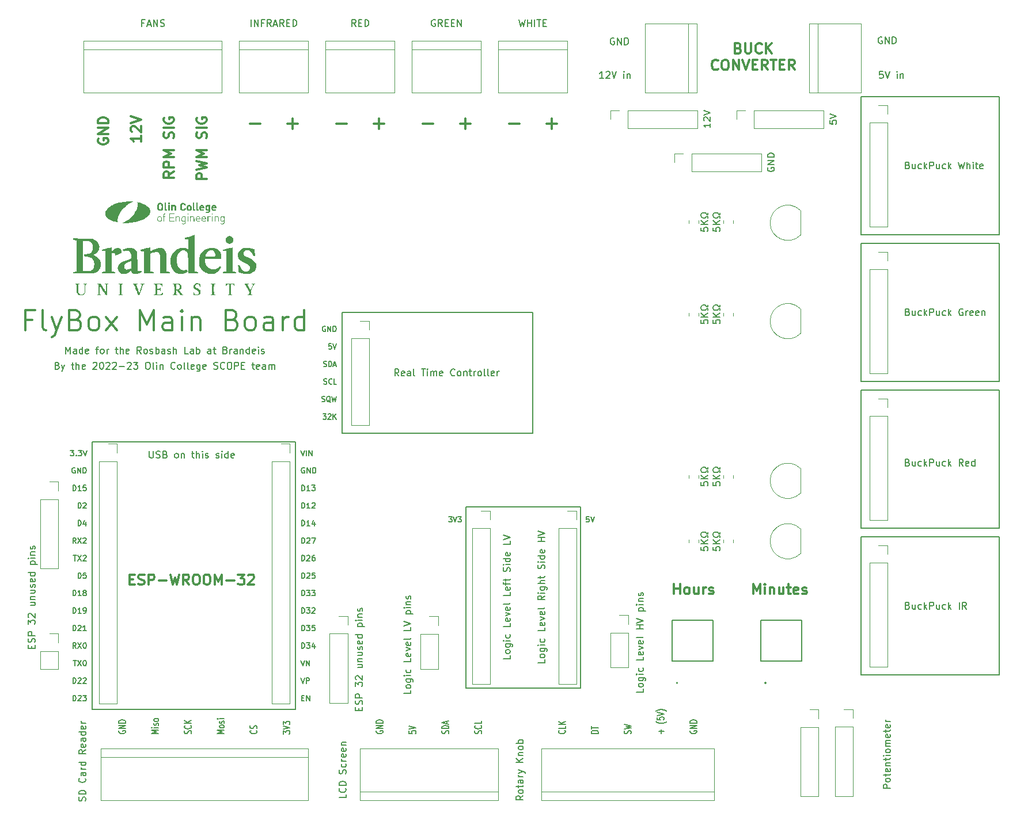
<source format=gto>
G04 #@! TF.GenerationSoftware,KiCad,Pcbnew,(6.0.7)*
G04 #@! TF.CreationDate,2023-03-22T16:35:55-04:00*
G04 #@! TF.ProjectId,FlyBoxBoard,466c7942-6f78-4426-9f61-72642e6b6963,rev?*
G04 #@! TF.SameCoordinates,Original*
G04 #@! TF.FileFunction,Legend,Top*
G04 #@! TF.FilePolarity,Positive*
%FSLAX46Y46*%
G04 Gerber Fmt 4.6, Leading zero omitted, Abs format (unit mm)*
G04 Created by KiCad (PCBNEW (6.0.7)) date 2023-03-22 16:35:55*
%MOMM*%
%LPD*%
G01*
G04 APERTURE LIST*
%ADD10C,0.150000*%
%ADD11C,0.187500*%
%ADD12C,0.300000*%
%ADD13C,0.200000*%
%ADD14C,0.120000*%
%ADD15C,0.127000*%
G04 APERTURE END LIST*
D10*
X142240000Y-92710000D02*
X162560000Y-92710000D01*
X162560000Y-92710000D02*
X162560000Y-72390000D01*
X162560000Y-72390000D02*
X142240000Y-72390000D01*
X142240000Y-72390000D02*
X142240000Y-92710000D01*
X142240000Y-71120000D02*
X162560000Y-71120000D01*
X162560000Y-71120000D02*
X162560000Y-50800000D01*
X162560000Y-50800000D02*
X142240000Y-50800000D01*
X142240000Y-50800000D02*
X142240000Y-71120000D01*
X29210000Y-119380000D02*
X59055000Y-119380000D01*
X59055000Y-119380000D02*
X59055000Y-80010000D01*
X59055000Y-80010000D02*
X29210000Y-80010000D01*
X29210000Y-80010000D02*
X29210000Y-119380000D01*
X142240000Y-114300000D02*
X162560000Y-114300000D01*
X162560000Y-114300000D02*
X162560000Y-93980000D01*
X162560000Y-93980000D02*
X142240000Y-93980000D01*
X142240000Y-93980000D02*
X142240000Y-114300000D01*
X84137500Y-116205000D02*
X100965000Y-116205000D01*
X100965000Y-116205000D02*
X100965000Y-89535000D01*
X100965000Y-89535000D02*
X84137500Y-89535000D01*
X84137500Y-89535000D02*
X84137500Y-116205000D01*
X65915700Y-78740000D02*
X93980000Y-78740000D01*
X93980000Y-78740000D02*
X93980000Y-60960000D01*
X93980000Y-60960000D02*
X65915700Y-60960000D01*
X65915700Y-60960000D02*
X65915700Y-78740000D01*
X142240000Y-49530000D02*
X162560000Y-49530000D01*
X162560000Y-49530000D02*
X162560000Y-29210000D01*
X162560000Y-29210000D02*
X142240000Y-29210000D01*
X142240000Y-29210000D02*
X142240000Y-49530000D01*
D11*
X33145000Y-122496696D02*
X33097380Y-122568125D01*
X33097380Y-122675267D01*
X33145000Y-122782410D01*
X33240238Y-122853839D01*
X33335476Y-122889553D01*
X33525952Y-122925267D01*
X33668809Y-122925267D01*
X33859285Y-122889553D01*
X33954523Y-122853839D01*
X34049761Y-122782410D01*
X34097380Y-122675267D01*
X34097380Y-122603839D01*
X34049761Y-122496696D01*
X34002142Y-122460982D01*
X33668809Y-122460982D01*
X33668809Y-122603839D01*
X34097380Y-122139553D02*
X33097380Y-122139553D01*
X34097380Y-121710982D01*
X33097380Y-121710982D01*
X34097380Y-121353839D02*
X33097380Y-121353839D01*
X33097380Y-121175267D01*
X33145000Y-121068125D01*
X33240238Y-120996696D01*
X33335476Y-120960982D01*
X33525952Y-120925267D01*
X33668809Y-120925267D01*
X33859285Y-120960982D01*
X33954523Y-120996696D01*
X34049761Y-121068125D01*
X34097380Y-121175267D01*
X34097380Y-121353839D01*
X38927380Y-122889553D02*
X37927380Y-122889553D01*
X38641666Y-122639553D01*
X37927380Y-122389553D01*
X38927380Y-122389553D01*
X38927380Y-122032410D02*
X38260714Y-122032410D01*
X37927380Y-122032410D02*
X37975000Y-122068125D01*
X38022619Y-122032410D01*
X37975000Y-121996696D01*
X37927380Y-122032410D01*
X38022619Y-122032410D01*
X38879761Y-121710982D02*
X38927380Y-121639553D01*
X38927380Y-121496696D01*
X38879761Y-121425267D01*
X38784523Y-121389553D01*
X38736904Y-121389553D01*
X38641666Y-121425267D01*
X38594047Y-121496696D01*
X38594047Y-121603839D01*
X38546428Y-121675267D01*
X38451190Y-121710982D01*
X38403571Y-121710982D01*
X38308333Y-121675267D01*
X38260714Y-121603839D01*
X38260714Y-121496696D01*
X38308333Y-121425267D01*
X38927380Y-120960982D02*
X38879761Y-121032410D01*
X38832142Y-121068125D01*
X38736904Y-121103839D01*
X38451190Y-121103839D01*
X38355952Y-121068125D01*
X38308333Y-121032410D01*
X38260714Y-120960982D01*
X38260714Y-120853839D01*
X38308333Y-120782410D01*
X38355952Y-120746696D01*
X38451190Y-120710982D01*
X38736904Y-120710982D01*
X38832142Y-120746696D01*
X38879761Y-120782410D01*
X38927380Y-120853839D01*
X38927380Y-120960982D01*
X43709761Y-122925267D02*
X43757380Y-122818125D01*
X43757380Y-122639553D01*
X43709761Y-122568125D01*
X43662142Y-122532410D01*
X43566904Y-122496696D01*
X43471666Y-122496696D01*
X43376428Y-122532410D01*
X43328809Y-122568125D01*
X43281190Y-122639553D01*
X43233571Y-122782410D01*
X43185952Y-122853839D01*
X43138333Y-122889553D01*
X43043095Y-122925267D01*
X42947857Y-122925267D01*
X42852619Y-122889553D01*
X42805000Y-122853839D01*
X42757380Y-122782410D01*
X42757380Y-122603839D01*
X42805000Y-122496696D01*
X43662142Y-121746696D02*
X43709761Y-121782410D01*
X43757380Y-121889553D01*
X43757380Y-121960982D01*
X43709761Y-122068125D01*
X43614523Y-122139553D01*
X43519285Y-122175267D01*
X43328809Y-122210982D01*
X43185952Y-122210982D01*
X42995476Y-122175267D01*
X42900238Y-122139553D01*
X42805000Y-122068125D01*
X42757380Y-121960982D01*
X42757380Y-121889553D01*
X42805000Y-121782410D01*
X42852619Y-121746696D01*
X43757380Y-121425267D02*
X42757380Y-121425267D01*
X43757380Y-120996696D02*
X43185952Y-121318125D01*
X42757380Y-120996696D02*
X43328809Y-121425267D01*
X48587380Y-122889553D02*
X47587380Y-122889553D01*
X48301666Y-122639553D01*
X47587380Y-122389553D01*
X48587380Y-122389553D01*
X48587380Y-121925267D02*
X48539761Y-121996696D01*
X48492142Y-122032410D01*
X48396904Y-122068125D01*
X48111190Y-122068125D01*
X48015952Y-122032410D01*
X47968333Y-121996696D01*
X47920714Y-121925267D01*
X47920714Y-121818125D01*
X47968333Y-121746696D01*
X48015952Y-121710982D01*
X48111190Y-121675267D01*
X48396904Y-121675267D01*
X48492142Y-121710982D01*
X48539761Y-121746696D01*
X48587380Y-121818125D01*
X48587380Y-121925267D01*
X48539761Y-121389553D02*
X48587380Y-121318125D01*
X48587380Y-121175267D01*
X48539761Y-121103839D01*
X48444523Y-121068125D01*
X48396904Y-121068125D01*
X48301666Y-121103839D01*
X48254047Y-121175267D01*
X48254047Y-121282410D01*
X48206428Y-121353839D01*
X48111190Y-121389553D01*
X48063571Y-121389553D01*
X47968333Y-121353839D01*
X47920714Y-121282410D01*
X47920714Y-121175267D01*
X47968333Y-121103839D01*
X48587380Y-120746696D02*
X47920714Y-120746696D01*
X47587380Y-120746696D02*
X47635000Y-120782410D01*
X47682619Y-120746696D01*
X47635000Y-120710982D01*
X47587380Y-120746696D01*
X47682619Y-120746696D01*
X53322142Y-122460982D02*
X53369761Y-122496696D01*
X53417380Y-122603839D01*
X53417380Y-122675267D01*
X53369761Y-122782410D01*
X53274523Y-122853839D01*
X53179285Y-122889553D01*
X52988809Y-122925267D01*
X52845952Y-122925267D01*
X52655476Y-122889553D01*
X52560238Y-122853839D01*
X52465000Y-122782410D01*
X52417380Y-122675267D01*
X52417380Y-122603839D01*
X52465000Y-122496696D01*
X52512619Y-122460982D01*
X53369761Y-122175267D02*
X53417380Y-122068125D01*
X53417380Y-121889553D01*
X53369761Y-121818125D01*
X53322142Y-121782410D01*
X53226904Y-121746696D01*
X53131666Y-121746696D01*
X53036428Y-121782410D01*
X52988809Y-121818125D01*
X52941190Y-121889553D01*
X52893571Y-122032410D01*
X52845952Y-122103839D01*
X52798333Y-122139553D01*
X52703095Y-122175267D01*
X52607857Y-122175267D01*
X52512619Y-122139553D01*
X52465000Y-122103839D01*
X52417380Y-122032410D01*
X52417380Y-121853839D01*
X52465000Y-121746696D01*
X57247380Y-122960982D02*
X57247380Y-122496696D01*
X57628333Y-122746696D01*
X57628333Y-122639553D01*
X57675952Y-122568125D01*
X57723571Y-122532410D01*
X57818809Y-122496696D01*
X58056904Y-122496696D01*
X58152142Y-122532410D01*
X58199761Y-122568125D01*
X58247380Y-122639553D01*
X58247380Y-122853839D01*
X58199761Y-122925267D01*
X58152142Y-122960982D01*
X57247380Y-122282410D02*
X58247380Y-122032410D01*
X57247380Y-121782410D01*
X57247380Y-121603839D02*
X57247380Y-121139553D01*
X57628333Y-121389553D01*
X57628333Y-121282410D01*
X57675952Y-121210982D01*
X57723571Y-121175267D01*
X57818809Y-121139553D01*
X58056904Y-121139553D01*
X58152142Y-121175267D01*
X58199761Y-121210982D01*
X58247380Y-121282410D01*
X58247380Y-121496696D01*
X58199761Y-121568125D01*
X58152142Y-121603839D01*
D10*
X28174761Y-132833333D02*
X28222380Y-132690476D01*
X28222380Y-132452380D01*
X28174761Y-132357142D01*
X28127142Y-132309523D01*
X28031904Y-132261904D01*
X27936666Y-132261904D01*
X27841428Y-132309523D01*
X27793809Y-132357142D01*
X27746190Y-132452380D01*
X27698571Y-132642857D01*
X27650952Y-132738095D01*
X27603333Y-132785714D01*
X27508095Y-132833333D01*
X27412857Y-132833333D01*
X27317619Y-132785714D01*
X27270000Y-132738095D01*
X27222380Y-132642857D01*
X27222380Y-132404761D01*
X27270000Y-132261904D01*
X28222380Y-131833333D02*
X27222380Y-131833333D01*
X27222380Y-131595238D01*
X27270000Y-131452380D01*
X27365238Y-131357142D01*
X27460476Y-131309523D01*
X27650952Y-131261904D01*
X27793809Y-131261904D01*
X27984285Y-131309523D01*
X28079523Y-131357142D01*
X28174761Y-131452380D01*
X28222380Y-131595238D01*
X28222380Y-131833333D01*
X28127142Y-129500000D02*
X28174761Y-129547619D01*
X28222380Y-129690476D01*
X28222380Y-129785714D01*
X28174761Y-129928571D01*
X28079523Y-130023809D01*
X27984285Y-130071428D01*
X27793809Y-130119047D01*
X27650952Y-130119047D01*
X27460476Y-130071428D01*
X27365238Y-130023809D01*
X27270000Y-129928571D01*
X27222380Y-129785714D01*
X27222380Y-129690476D01*
X27270000Y-129547619D01*
X27317619Y-129500000D01*
X28222380Y-128642857D02*
X27698571Y-128642857D01*
X27603333Y-128690476D01*
X27555714Y-128785714D01*
X27555714Y-128976190D01*
X27603333Y-129071428D01*
X28174761Y-128642857D02*
X28222380Y-128738095D01*
X28222380Y-128976190D01*
X28174761Y-129071428D01*
X28079523Y-129119047D01*
X27984285Y-129119047D01*
X27889047Y-129071428D01*
X27841428Y-128976190D01*
X27841428Y-128738095D01*
X27793809Y-128642857D01*
X28222380Y-128166666D02*
X27555714Y-128166666D01*
X27746190Y-128166666D02*
X27650952Y-128119047D01*
X27603333Y-128071428D01*
X27555714Y-127976190D01*
X27555714Y-127880952D01*
X28222380Y-127119047D02*
X27222380Y-127119047D01*
X28174761Y-127119047D02*
X28222380Y-127214285D01*
X28222380Y-127404761D01*
X28174761Y-127500000D01*
X28127142Y-127547619D01*
X28031904Y-127595238D01*
X27746190Y-127595238D01*
X27650952Y-127547619D01*
X27603333Y-127500000D01*
X27555714Y-127404761D01*
X27555714Y-127214285D01*
X27603333Y-127119047D01*
X28222380Y-125309523D02*
X27746190Y-125642857D01*
X28222380Y-125880952D02*
X27222380Y-125880952D01*
X27222380Y-125500000D01*
X27270000Y-125404761D01*
X27317619Y-125357142D01*
X27412857Y-125309523D01*
X27555714Y-125309523D01*
X27650952Y-125357142D01*
X27698571Y-125404761D01*
X27746190Y-125500000D01*
X27746190Y-125880952D01*
X28174761Y-124500000D02*
X28222380Y-124595238D01*
X28222380Y-124785714D01*
X28174761Y-124880952D01*
X28079523Y-124928571D01*
X27698571Y-124928571D01*
X27603333Y-124880952D01*
X27555714Y-124785714D01*
X27555714Y-124595238D01*
X27603333Y-124500000D01*
X27698571Y-124452380D01*
X27793809Y-124452380D01*
X27889047Y-124928571D01*
X28222380Y-123595238D02*
X27698571Y-123595238D01*
X27603333Y-123642857D01*
X27555714Y-123738095D01*
X27555714Y-123928571D01*
X27603333Y-124023809D01*
X28174761Y-123595238D02*
X28222380Y-123690476D01*
X28222380Y-123928571D01*
X28174761Y-124023809D01*
X28079523Y-124071428D01*
X27984285Y-124071428D01*
X27889047Y-124023809D01*
X27841428Y-123928571D01*
X27841428Y-123690476D01*
X27793809Y-123595238D01*
X28222380Y-122690476D02*
X27222380Y-122690476D01*
X28174761Y-122690476D02*
X28222380Y-122785714D01*
X28222380Y-122976190D01*
X28174761Y-123071428D01*
X28127142Y-123119047D01*
X28031904Y-123166666D01*
X27746190Y-123166666D01*
X27650952Y-123119047D01*
X27603333Y-123071428D01*
X27555714Y-122976190D01*
X27555714Y-122785714D01*
X27603333Y-122690476D01*
X28174761Y-121833333D02*
X28222380Y-121928571D01*
X28222380Y-122119047D01*
X28174761Y-122214285D01*
X28079523Y-122261904D01*
X27698571Y-122261904D01*
X27603333Y-122214285D01*
X27555714Y-122119047D01*
X27555714Y-121928571D01*
X27603333Y-121833333D01*
X27698571Y-121785714D01*
X27793809Y-121785714D01*
X27889047Y-122261904D01*
X28222380Y-121357142D02*
X27555714Y-121357142D01*
X27746190Y-121357142D02*
X27650952Y-121309523D01*
X27603333Y-121261904D01*
X27555714Y-121166666D01*
X27555714Y-121071428D01*
D12*
X114725714Y-102383571D02*
X114725714Y-100883571D01*
X114725714Y-101597857D02*
X115582857Y-101597857D01*
X115582857Y-102383571D02*
X115582857Y-100883571D01*
X116511428Y-102383571D02*
X116368571Y-102312142D01*
X116297142Y-102240714D01*
X116225714Y-102097857D01*
X116225714Y-101669285D01*
X116297142Y-101526428D01*
X116368571Y-101455000D01*
X116511428Y-101383571D01*
X116725714Y-101383571D01*
X116868571Y-101455000D01*
X116940000Y-101526428D01*
X117011428Y-101669285D01*
X117011428Y-102097857D01*
X116940000Y-102240714D01*
X116868571Y-102312142D01*
X116725714Y-102383571D01*
X116511428Y-102383571D01*
X118297142Y-101383571D02*
X118297142Y-102383571D01*
X117654285Y-101383571D02*
X117654285Y-102169285D01*
X117725714Y-102312142D01*
X117868571Y-102383571D01*
X118082857Y-102383571D01*
X118225714Y-102312142D01*
X118297142Y-102240714D01*
X119011428Y-102383571D02*
X119011428Y-101383571D01*
X119011428Y-101669285D02*
X119082857Y-101526428D01*
X119154285Y-101455000D01*
X119297142Y-101383571D01*
X119440000Y-101383571D01*
X119868571Y-102312142D02*
X120011428Y-102383571D01*
X120297142Y-102383571D01*
X120440000Y-102312142D01*
X120511428Y-102169285D01*
X120511428Y-102097857D01*
X120440000Y-101955000D01*
X120297142Y-101883571D01*
X120082857Y-101883571D01*
X119940000Y-101812142D01*
X119868571Y-101669285D01*
X119868571Y-101597857D01*
X119940000Y-101455000D01*
X120082857Y-101383571D01*
X120297142Y-101383571D01*
X120440000Y-101455000D01*
X126368571Y-102383571D02*
X126368571Y-100883571D01*
X126868571Y-101955000D01*
X127368571Y-100883571D01*
X127368571Y-102383571D01*
X128082857Y-102383571D02*
X128082857Y-101383571D01*
X128082857Y-100883571D02*
X128011428Y-100955000D01*
X128082857Y-101026428D01*
X128154285Y-100955000D01*
X128082857Y-100883571D01*
X128082857Y-101026428D01*
X128797142Y-101383571D02*
X128797142Y-102383571D01*
X128797142Y-101526428D02*
X128868571Y-101455000D01*
X129011428Y-101383571D01*
X129225714Y-101383571D01*
X129368571Y-101455000D01*
X129440000Y-101597857D01*
X129440000Y-102383571D01*
X130797142Y-101383571D02*
X130797142Y-102383571D01*
X130154285Y-101383571D02*
X130154285Y-102169285D01*
X130225714Y-102312142D01*
X130368571Y-102383571D01*
X130582857Y-102383571D01*
X130725714Y-102312142D01*
X130797142Y-102240714D01*
X131297142Y-101383571D02*
X131868571Y-101383571D01*
X131511428Y-100883571D02*
X131511428Y-102169285D01*
X131582857Y-102312142D01*
X131725714Y-102383571D01*
X131868571Y-102383571D01*
X132940000Y-102312142D02*
X132797142Y-102383571D01*
X132511428Y-102383571D01*
X132368571Y-102312142D01*
X132297142Y-102169285D01*
X132297142Y-101597857D01*
X132368571Y-101455000D01*
X132511428Y-101383571D01*
X132797142Y-101383571D01*
X132940000Y-101455000D01*
X133011428Y-101597857D01*
X133011428Y-101740714D01*
X132297142Y-101883571D01*
X133582857Y-102312142D02*
X133725714Y-102383571D01*
X134011428Y-102383571D01*
X134154285Y-102312142D01*
X134225714Y-102169285D01*
X134225714Y-102097857D01*
X134154285Y-101955000D01*
X134011428Y-101883571D01*
X133797142Y-101883571D01*
X133654285Y-101812142D01*
X133582857Y-101669285D01*
X133582857Y-101597857D01*
X133654285Y-101455000D01*
X133797142Y-101383571D01*
X134011428Y-101383571D01*
X134154285Y-101455000D01*
D10*
X105918095Y-20582000D02*
X105822857Y-20534380D01*
X105680000Y-20534380D01*
X105537142Y-20582000D01*
X105441904Y-20677238D01*
X105394285Y-20772476D01*
X105346666Y-20962952D01*
X105346666Y-21105809D01*
X105394285Y-21296285D01*
X105441904Y-21391523D01*
X105537142Y-21486761D01*
X105680000Y-21534380D01*
X105775238Y-21534380D01*
X105918095Y-21486761D01*
X105965714Y-21439142D01*
X105965714Y-21105809D01*
X105775238Y-21105809D01*
X106394285Y-21534380D02*
X106394285Y-20534380D01*
X106965714Y-21534380D01*
X106965714Y-20534380D01*
X107441904Y-21534380D02*
X107441904Y-20534380D01*
X107680000Y-20534380D01*
X107822857Y-20582000D01*
X107918095Y-20677238D01*
X107965714Y-20772476D01*
X108013333Y-20962952D01*
X108013333Y-21105809D01*
X107965714Y-21296285D01*
X107918095Y-21391523D01*
X107822857Y-21486761D01*
X107680000Y-21534380D01*
X107441904Y-21534380D01*
D11*
X70995000Y-122496696D02*
X70947380Y-122568125D01*
X70947380Y-122675267D01*
X70995000Y-122782410D01*
X71090238Y-122853839D01*
X71185476Y-122889553D01*
X71375952Y-122925267D01*
X71518809Y-122925267D01*
X71709285Y-122889553D01*
X71804523Y-122853839D01*
X71899761Y-122782410D01*
X71947380Y-122675267D01*
X71947380Y-122603839D01*
X71899761Y-122496696D01*
X71852142Y-122460982D01*
X71518809Y-122460982D01*
X71518809Y-122603839D01*
X71947380Y-122139553D02*
X70947380Y-122139553D01*
X71947380Y-121710982D01*
X70947380Y-121710982D01*
X71947380Y-121353839D02*
X70947380Y-121353839D01*
X70947380Y-121175267D01*
X70995000Y-121068125D01*
X71090238Y-120996696D01*
X71185476Y-120960982D01*
X71375952Y-120925267D01*
X71518809Y-120925267D01*
X71709285Y-120960982D01*
X71804523Y-120996696D01*
X71899761Y-121068125D01*
X71947380Y-121175267D01*
X71947380Y-121353839D01*
X75777380Y-122532410D02*
X75777380Y-122889553D01*
X76253571Y-122925267D01*
X76205952Y-122889553D01*
X76158333Y-122818125D01*
X76158333Y-122639553D01*
X76205952Y-122568125D01*
X76253571Y-122532410D01*
X76348809Y-122496696D01*
X76586904Y-122496696D01*
X76682142Y-122532410D01*
X76729761Y-122568125D01*
X76777380Y-122639553D01*
X76777380Y-122818125D01*
X76729761Y-122889553D01*
X76682142Y-122925267D01*
X75777380Y-122282410D02*
X76777380Y-122032410D01*
X75777380Y-121782410D01*
X81559761Y-122925267D02*
X81607380Y-122818125D01*
X81607380Y-122639553D01*
X81559761Y-122568125D01*
X81512142Y-122532410D01*
X81416904Y-122496696D01*
X81321666Y-122496696D01*
X81226428Y-122532410D01*
X81178809Y-122568125D01*
X81131190Y-122639553D01*
X81083571Y-122782410D01*
X81035952Y-122853839D01*
X80988333Y-122889553D01*
X80893095Y-122925267D01*
X80797857Y-122925267D01*
X80702619Y-122889553D01*
X80655000Y-122853839D01*
X80607380Y-122782410D01*
X80607380Y-122603839D01*
X80655000Y-122496696D01*
X81607380Y-122175267D02*
X80607380Y-122175267D01*
X80607380Y-121996696D01*
X80655000Y-121889553D01*
X80750238Y-121818125D01*
X80845476Y-121782410D01*
X81035952Y-121746696D01*
X81178809Y-121746696D01*
X81369285Y-121782410D01*
X81464523Y-121818125D01*
X81559761Y-121889553D01*
X81607380Y-121996696D01*
X81607380Y-122175267D01*
X81321666Y-121460982D02*
X81321666Y-121103839D01*
X81607380Y-121532410D02*
X80607380Y-121282410D01*
X81607380Y-121032410D01*
X86389761Y-122925267D02*
X86437380Y-122818125D01*
X86437380Y-122639553D01*
X86389761Y-122568125D01*
X86342142Y-122532410D01*
X86246904Y-122496696D01*
X86151666Y-122496696D01*
X86056428Y-122532410D01*
X86008809Y-122568125D01*
X85961190Y-122639553D01*
X85913571Y-122782410D01*
X85865952Y-122853839D01*
X85818333Y-122889553D01*
X85723095Y-122925267D01*
X85627857Y-122925267D01*
X85532619Y-122889553D01*
X85485000Y-122853839D01*
X85437380Y-122782410D01*
X85437380Y-122603839D01*
X85485000Y-122496696D01*
X86342142Y-121746696D02*
X86389761Y-121782410D01*
X86437380Y-121889553D01*
X86437380Y-121960982D01*
X86389761Y-122068125D01*
X86294523Y-122139553D01*
X86199285Y-122175267D01*
X86008809Y-122210982D01*
X85865952Y-122210982D01*
X85675476Y-122175267D01*
X85580238Y-122139553D01*
X85485000Y-122068125D01*
X85437380Y-121960982D01*
X85437380Y-121889553D01*
X85485000Y-121782410D01*
X85532619Y-121746696D01*
X86437380Y-121068125D02*
X86437380Y-121425267D01*
X85437380Y-121425267D01*
D10*
X37600714Y-81367380D02*
X37600714Y-82176904D01*
X37648333Y-82272142D01*
X37695952Y-82319761D01*
X37791190Y-82367380D01*
X37981666Y-82367380D01*
X38076904Y-82319761D01*
X38124523Y-82272142D01*
X38172142Y-82176904D01*
X38172142Y-81367380D01*
X38600714Y-82319761D02*
X38743571Y-82367380D01*
X38981666Y-82367380D01*
X39076904Y-82319761D01*
X39124523Y-82272142D01*
X39172142Y-82176904D01*
X39172142Y-82081666D01*
X39124523Y-81986428D01*
X39076904Y-81938809D01*
X38981666Y-81891190D01*
X38791190Y-81843571D01*
X38695952Y-81795952D01*
X38648333Y-81748333D01*
X38600714Y-81653095D01*
X38600714Y-81557857D01*
X38648333Y-81462619D01*
X38695952Y-81415000D01*
X38791190Y-81367380D01*
X39029285Y-81367380D01*
X39172142Y-81415000D01*
X39934047Y-81843571D02*
X40076904Y-81891190D01*
X40124523Y-81938809D01*
X40172142Y-82034047D01*
X40172142Y-82176904D01*
X40124523Y-82272142D01*
X40076904Y-82319761D01*
X39981666Y-82367380D01*
X39600714Y-82367380D01*
X39600714Y-81367380D01*
X39934047Y-81367380D01*
X40029285Y-81415000D01*
X40076904Y-81462619D01*
X40124523Y-81557857D01*
X40124523Y-81653095D01*
X40076904Y-81748333D01*
X40029285Y-81795952D01*
X39934047Y-81843571D01*
X39600714Y-81843571D01*
X41505476Y-82367380D02*
X41410238Y-82319761D01*
X41362619Y-82272142D01*
X41315000Y-82176904D01*
X41315000Y-81891190D01*
X41362619Y-81795952D01*
X41410238Y-81748333D01*
X41505476Y-81700714D01*
X41648333Y-81700714D01*
X41743571Y-81748333D01*
X41791190Y-81795952D01*
X41838809Y-81891190D01*
X41838809Y-82176904D01*
X41791190Y-82272142D01*
X41743571Y-82319761D01*
X41648333Y-82367380D01*
X41505476Y-82367380D01*
X42267380Y-81700714D02*
X42267380Y-82367380D01*
X42267380Y-81795952D02*
X42315000Y-81748333D01*
X42410238Y-81700714D01*
X42553095Y-81700714D01*
X42648333Y-81748333D01*
X42695952Y-81843571D01*
X42695952Y-82367380D01*
X43791190Y-81700714D02*
X44172142Y-81700714D01*
X43934047Y-81367380D02*
X43934047Y-82224523D01*
X43981666Y-82319761D01*
X44076904Y-82367380D01*
X44172142Y-82367380D01*
X44505476Y-82367380D02*
X44505476Y-81367380D01*
X44934047Y-82367380D02*
X44934047Y-81843571D01*
X44886428Y-81748333D01*
X44791190Y-81700714D01*
X44648333Y-81700714D01*
X44553095Y-81748333D01*
X44505476Y-81795952D01*
X45410238Y-82367380D02*
X45410238Y-81700714D01*
X45410238Y-81367380D02*
X45362619Y-81415000D01*
X45410238Y-81462619D01*
X45457857Y-81415000D01*
X45410238Y-81367380D01*
X45410238Y-81462619D01*
X45838809Y-82319761D02*
X45934047Y-82367380D01*
X46124523Y-82367380D01*
X46219761Y-82319761D01*
X46267380Y-82224523D01*
X46267380Y-82176904D01*
X46219761Y-82081666D01*
X46124523Y-82034047D01*
X45981666Y-82034047D01*
X45886428Y-81986428D01*
X45838809Y-81891190D01*
X45838809Y-81843571D01*
X45886428Y-81748333D01*
X45981666Y-81700714D01*
X46124523Y-81700714D01*
X46219761Y-81748333D01*
X47410238Y-82319761D02*
X47505476Y-82367380D01*
X47695952Y-82367380D01*
X47791190Y-82319761D01*
X47838809Y-82224523D01*
X47838809Y-82176904D01*
X47791190Y-82081666D01*
X47695952Y-82034047D01*
X47553095Y-82034047D01*
X47457857Y-81986428D01*
X47410238Y-81891190D01*
X47410238Y-81843571D01*
X47457857Y-81748333D01*
X47553095Y-81700714D01*
X47695952Y-81700714D01*
X47791190Y-81748333D01*
X48267380Y-82367380D02*
X48267380Y-81700714D01*
X48267380Y-81367380D02*
X48219761Y-81415000D01*
X48267380Y-81462619D01*
X48315000Y-81415000D01*
X48267380Y-81367380D01*
X48267380Y-81462619D01*
X49172142Y-82367380D02*
X49172142Y-81367380D01*
X49172142Y-82319761D02*
X49076904Y-82367380D01*
X48886428Y-82367380D01*
X48791190Y-82319761D01*
X48743571Y-82272142D01*
X48695952Y-82176904D01*
X48695952Y-81891190D01*
X48743571Y-81795952D01*
X48791190Y-81748333D01*
X48886428Y-81700714D01*
X49076904Y-81700714D01*
X49172142Y-81748333D01*
X50029285Y-82319761D02*
X49934047Y-82367380D01*
X49743571Y-82367380D01*
X49648333Y-82319761D01*
X49600714Y-82224523D01*
X49600714Y-81843571D01*
X49648333Y-81748333D01*
X49743571Y-81700714D01*
X49934047Y-81700714D01*
X50029285Y-81748333D01*
X50076904Y-81843571D01*
X50076904Y-81938809D01*
X49600714Y-82034047D01*
D12*
X77756190Y-33162857D02*
X79280000Y-33162857D01*
X83280000Y-33162857D02*
X84803809Y-33162857D01*
X84041904Y-33924761D02*
X84041904Y-32400952D01*
X20369680Y-62015714D02*
X19369680Y-62015714D01*
X19369680Y-63587142D02*
X19369680Y-60587142D01*
X20798252Y-60587142D01*
X22369680Y-63587142D02*
X22083966Y-63444285D01*
X21941109Y-63158571D01*
X21941109Y-60587142D01*
X23226823Y-61587142D02*
X23941109Y-63587142D01*
X24655395Y-61587142D02*
X23941109Y-63587142D01*
X23655395Y-64301428D01*
X23512538Y-64444285D01*
X23226823Y-64587142D01*
X26798252Y-62015714D02*
X27226823Y-62158571D01*
X27369680Y-62301428D01*
X27512538Y-62587142D01*
X27512538Y-63015714D01*
X27369680Y-63301428D01*
X27226823Y-63444285D01*
X26941109Y-63587142D01*
X25798252Y-63587142D01*
X25798252Y-60587142D01*
X26798252Y-60587142D01*
X27083966Y-60730000D01*
X27226823Y-60872857D01*
X27369680Y-61158571D01*
X27369680Y-61444285D01*
X27226823Y-61730000D01*
X27083966Y-61872857D01*
X26798252Y-62015714D01*
X25798252Y-62015714D01*
X29226823Y-63587142D02*
X28941109Y-63444285D01*
X28798252Y-63301428D01*
X28655395Y-63015714D01*
X28655395Y-62158571D01*
X28798252Y-61872857D01*
X28941109Y-61730000D01*
X29226823Y-61587142D01*
X29655395Y-61587142D01*
X29941109Y-61730000D01*
X30083966Y-61872857D01*
X30226823Y-62158571D01*
X30226823Y-63015714D01*
X30083966Y-63301428D01*
X29941109Y-63444285D01*
X29655395Y-63587142D01*
X29226823Y-63587142D01*
X31226823Y-63587142D02*
X32798252Y-61587142D01*
X31226823Y-61587142D02*
X32798252Y-63587142D01*
X36226823Y-63587142D02*
X36226823Y-60587142D01*
X37226823Y-62730000D01*
X38226823Y-60587142D01*
X38226823Y-63587142D01*
X40941109Y-63587142D02*
X40941109Y-62015714D01*
X40798252Y-61730000D01*
X40512538Y-61587142D01*
X39941109Y-61587142D01*
X39655395Y-61730000D01*
X40941109Y-63444285D02*
X40655395Y-63587142D01*
X39941109Y-63587142D01*
X39655395Y-63444285D01*
X39512538Y-63158571D01*
X39512538Y-62872857D01*
X39655395Y-62587142D01*
X39941109Y-62444285D01*
X40655395Y-62444285D01*
X40941109Y-62301428D01*
X42369681Y-63587142D02*
X42369681Y-61587142D01*
X42369681Y-60587142D02*
X42226823Y-60730000D01*
X42369681Y-60872857D01*
X42512538Y-60730000D01*
X42369681Y-60587142D01*
X42369681Y-60872857D01*
X43798252Y-61587142D02*
X43798252Y-63587142D01*
X43798252Y-61872857D02*
X43941109Y-61730000D01*
X44226823Y-61587142D01*
X44655395Y-61587142D01*
X44941109Y-61730000D01*
X45083966Y-62015714D01*
X45083966Y-63587142D01*
X49798252Y-62015714D02*
X50226823Y-62158571D01*
X50369680Y-62301428D01*
X50512538Y-62587142D01*
X50512538Y-63015714D01*
X50369680Y-63301428D01*
X50226823Y-63444285D01*
X49941109Y-63587142D01*
X48798252Y-63587142D01*
X48798252Y-60587142D01*
X49798252Y-60587142D01*
X50083966Y-60730000D01*
X50226823Y-60872857D01*
X50369680Y-61158571D01*
X50369680Y-61444285D01*
X50226823Y-61730000D01*
X50083966Y-61872857D01*
X49798252Y-62015714D01*
X48798252Y-62015714D01*
X52226823Y-63587142D02*
X51941109Y-63444285D01*
X51798252Y-63301428D01*
X51655395Y-63015714D01*
X51655395Y-62158571D01*
X51798252Y-61872857D01*
X51941109Y-61730000D01*
X52226823Y-61587142D01*
X52655395Y-61587142D01*
X52941109Y-61730000D01*
X53083966Y-61872857D01*
X53226823Y-62158571D01*
X53226823Y-63015714D01*
X53083966Y-63301428D01*
X52941109Y-63444285D01*
X52655395Y-63587142D01*
X52226823Y-63587142D01*
X55798252Y-63587142D02*
X55798252Y-62015714D01*
X55655395Y-61730000D01*
X55369681Y-61587142D01*
X54798252Y-61587142D01*
X54512538Y-61730000D01*
X55798252Y-63444285D02*
X55512538Y-63587142D01*
X54798252Y-63587142D01*
X54512538Y-63444285D01*
X54369681Y-63158571D01*
X54369681Y-62872857D01*
X54512538Y-62587142D01*
X54798252Y-62444285D01*
X55512538Y-62444285D01*
X55798252Y-62301428D01*
X57226823Y-63587142D02*
X57226823Y-61587142D01*
X57226823Y-62158571D02*
X57369681Y-61872857D01*
X57512538Y-61730000D01*
X57798252Y-61587142D01*
X58083966Y-61587142D01*
X60369681Y-63587142D02*
X60369681Y-60587142D01*
X60369681Y-63444285D02*
X60083966Y-63587142D01*
X59512538Y-63587142D01*
X59226823Y-63444285D01*
X59083966Y-63301428D01*
X58941109Y-63015714D01*
X58941109Y-62158571D01*
X59083966Y-61872857D01*
X59226823Y-61730000D01*
X59512538Y-61587142D01*
X60083966Y-61587142D01*
X60369681Y-61730000D01*
D10*
X59863690Y-81224904D02*
X60130357Y-82024904D01*
X60397023Y-81224904D01*
X60663690Y-82024904D02*
X60663690Y-81224904D01*
X61044642Y-82024904D02*
X61044642Y-81224904D01*
X61501785Y-82024904D01*
X61501785Y-81224904D01*
X60397023Y-83839000D02*
X60320833Y-83800904D01*
X60206547Y-83800904D01*
X60092261Y-83839000D01*
X60016071Y-83915190D01*
X59977976Y-83991380D01*
X59939880Y-84143761D01*
X59939880Y-84258047D01*
X59977976Y-84410428D01*
X60016071Y-84486619D01*
X60092261Y-84562809D01*
X60206547Y-84600904D01*
X60282738Y-84600904D01*
X60397023Y-84562809D01*
X60435119Y-84524714D01*
X60435119Y-84258047D01*
X60282738Y-84258047D01*
X60777976Y-84600904D02*
X60777976Y-83800904D01*
X61235119Y-84600904D01*
X61235119Y-83800904D01*
X61616071Y-84600904D02*
X61616071Y-83800904D01*
X61806547Y-83800904D01*
X61920833Y-83839000D01*
X61997023Y-83915190D01*
X62035119Y-83991380D01*
X62073214Y-84143761D01*
X62073214Y-84258047D01*
X62035119Y-84410428D01*
X61997023Y-84486619D01*
X61920833Y-84562809D01*
X61806547Y-84600904D01*
X61616071Y-84600904D01*
X59977976Y-87176904D02*
X59977976Y-86376904D01*
X60168452Y-86376904D01*
X60282738Y-86415000D01*
X60358928Y-86491190D01*
X60397023Y-86567380D01*
X60435119Y-86719761D01*
X60435119Y-86834047D01*
X60397023Y-86986428D01*
X60358928Y-87062619D01*
X60282738Y-87138809D01*
X60168452Y-87176904D01*
X59977976Y-87176904D01*
X61197023Y-87176904D02*
X60739880Y-87176904D01*
X60968452Y-87176904D02*
X60968452Y-86376904D01*
X60892261Y-86491190D01*
X60816071Y-86567380D01*
X60739880Y-86605476D01*
X61463690Y-86376904D02*
X61958928Y-86376904D01*
X61692261Y-86681666D01*
X61806547Y-86681666D01*
X61882738Y-86719761D01*
X61920833Y-86757857D01*
X61958928Y-86834047D01*
X61958928Y-87024523D01*
X61920833Y-87100714D01*
X61882738Y-87138809D01*
X61806547Y-87176904D01*
X61577976Y-87176904D01*
X61501785Y-87138809D01*
X61463690Y-87100714D01*
X59977976Y-89752904D02*
X59977976Y-88952904D01*
X60168452Y-88952904D01*
X60282738Y-88991000D01*
X60358928Y-89067190D01*
X60397023Y-89143380D01*
X60435119Y-89295761D01*
X60435119Y-89410047D01*
X60397023Y-89562428D01*
X60358928Y-89638619D01*
X60282738Y-89714809D01*
X60168452Y-89752904D01*
X59977976Y-89752904D01*
X61197023Y-89752904D02*
X60739880Y-89752904D01*
X60968452Y-89752904D02*
X60968452Y-88952904D01*
X60892261Y-89067190D01*
X60816071Y-89143380D01*
X60739880Y-89181476D01*
X61501785Y-89029095D02*
X61539880Y-88991000D01*
X61616071Y-88952904D01*
X61806547Y-88952904D01*
X61882738Y-88991000D01*
X61920833Y-89029095D01*
X61958928Y-89105285D01*
X61958928Y-89181476D01*
X61920833Y-89295761D01*
X61463690Y-89752904D01*
X61958928Y-89752904D01*
X59977976Y-92328904D02*
X59977976Y-91528904D01*
X60168452Y-91528904D01*
X60282738Y-91567000D01*
X60358928Y-91643190D01*
X60397023Y-91719380D01*
X60435119Y-91871761D01*
X60435119Y-91986047D01*
X60397023Y-92138428D01*
X60358928Y-92214619D01*
X60282738Y-92290809D01*
X60168452Y-92328904D01*
X59977976Y-92328904D01*
X61197023Y-92328904D02*
X60739880Y-92328904D01*
X60968452Y-92328904D02*
X60968452Y-91528904D01*
X60892261Y-91643190D01*
X60816071Y-91719380D01*
X60739880Y-91757476D01*
X61882738Y-91795571D02*
X61882738Y-92328904D01*
X61692261Y-91490809D02*
X61501785Y-92062238D01*
X61997023Y-92062238D01*
X59977976Y-94904904D02*
X59977976Y-94104904D01*
X60168452Y-94104904D01*
X60282738Y-94143000D01*
X60358928Y-94219190D01*
X60397023Y-94295380D01*
X60435119Y-94447761D01*
X60435119Y-94562047D01*
X60397023Y-94714428D01*
X60358928Y-94790619D01*
X60282738Y-94866809D01*
X60168452Y-94904904D01*
X59977976Y-94904904D01*
X60739880Y-94181095D02*
X60777976Y-94143000D01*
X60854166Y-94104904D01*
X61044642Y-94104904D01*
X61120833Y-94143000D01*
X61158928Y-94181095D01*
X61197023Y-94257285D01*
X61197023Y-94333476D01*
X61158928Y-94447761D01*
X60701785Y-94904904D01*
X61197023Y-94904904D01*
X61463690Y-94104904D02*
X61997023Y-94104904D01*
X61654166Y-94904904D01*
X59977976Y-97480904D02*
X59977976Y-96680904D01*
X60168452Y-96680904D01*
X60282738Y-96719000D01*
X60358928Y-96795190D01*
X60397023Y-96871380D01*
X60435119Y-97023761D01*
X60435119Y-97138047D01*
X60397023Y-97290428D01*
X60358928Y-97366619D01*
X60282738Y-97442809D01*
X60168452Y-97480904D01*
X59977976Y-97480904D01*
X60739880Y-96757095D02*
X60777976Y-96719000D01*
X60854166Y-96680904D01*
X61044642Y-96680904D01*
X61120833Y-96719000D01*
X61158928Y-96757095D01*
X61197023Y-96833285D01*
X61197023Y-96909476D01*
X61158928Y-97023761D01*
X60701785Y-97480904D01*
X61197023Y-97480904D01*
X61882738Y-96680904D02*
X61730357Y-96680904D01*
X61654166Y-96719000D01*
X61616071Y-96757095D01*
X61539880Y-96871380D01*
X61501785Y-97023761D01*
X61501785Y-97328523D01*
X61539880Y-97404714D01*
X61577976Y-97442809D01*
X61654166Y-97480904D01*
X61806547Y-97480904D01*
X61882738Y-97442809D01*
X61920833Y-97404714D01*
X61958928Y-97328523D01*
X61958928Y-97138047D01*
X61920833Y-97061857D01*
X61882738Y-97023761D01*
X61806547Y-96985666D01*
X61654166Y-96985666D01*
X61577976Y-97023761D01*
X61539880Y-97061857D01*
X61501785Y-97138047D01*
X59977976Y-100056904D02*
X59977976Y-99256904D01*
X60168452Y-99256904D01*
X60282738Y-99295000D01*
X60358928Y-99371190D01*
X60397023Y-99447380D01*
X60435119Y-99599761D01*
X60435119Y-99714047D01*
X60397023Y-99866428D01*
X60358928Y-99942619D01*
X60282738Y-100018809D01*
X60168452Y-100056904D01*
X59977976Y-100056904D01*
X60739880Y-99333095D02*
X60777976Y-99295000D01*
X60854166Y-99256904D01*
X61044642Y-99256904D01*
X61120833Y-99295000D01*
X61158928Y-99333095D01*
X61197023Y-99409285D01*
X61197023Y-99485476D01*
X61158928Y-99599761D01*
X60701785Y-100056904D01*
X61197023Y-100056904D01*
X61920833Y-99256904D02*
X61539880Y-99256904D01*
X61501785Y-99637857D01*
X61539880Y-99599761D01*
X61616071Y-99561666D01*
X61806547Y-99561666D01*
X61882738Y-99599761D01*
X61920833Y-99637857D01*
X61958928Y-99714047D01*
X61958928Y-99904523D01*
X61920833Y-99980714D01*
X61882738Y-100018809D01*
X61806547Y-100056904D01*
X61616071Y-100056904D01*
X61539880Y-100018809D01*
X61501785Y-99980714D01*
X59977976Y-102632904D02*
X59977976Y-101832904D01*
X60168452Y-101832904D01*
X60282738Y-101871000D01*
X60358928Y-101947190D01*
X60397023Y-102023380D01*
X60435119Y-102175761D01*
X60435119Y-102290047D01*
X60397023Y-102442428D01*
X60358928Y-102518619D01*
X60282738Y-102594809D01*
X60168452Y-102632904D01*
X59977976Y-102632904D01*
X60701785Y-101832904D02*
X61197023Y-101832904D01*
X60930357Y-102137666D01*
X61044642Y-102137666D01*
X61120833Y-102175761D01*
X61158928Y-102213857D01*
X61197023Y-102290047D01*
X61197023Y-102480523D01*
X61158928Y-102556714D01*
X61120833Y-102594809D01*
X61044642Y-102632904D01*
X60816071Y-102632904D01*
X60739880Y-102594809D01*
X60701785Y-102556714D01*
X61463690Y-101832904D02*
X61958928Y-101832904D01*
X61692261Y-102137666D01*
X61806547Y-102137666D01*
X61882738Y-102175761D01*
X61920833Y-102213857D01*
X61958928Y-102290047D01*
X61958928Y-102480523D01*
X61920833Y-102556714D01*
X61882738Y-102594809D01*
X61806547Y-102632904D01*
X61577976Y-102632904D01*
X61501785Y-102594809D01*
X61463690Y-102556714D01*
X59977976Y-105208904D02*
X59977976Y-104408904D01*
X60168452Y-104408904D01*
X60282738Y-104447000D01*
X60358928Y-104523190D01*
X60397023Y-104599380D01*
X60435119Y-104751761D01*
X60435119Y-104866047D01*
X60397023Y-105018428D01*
X60358928Y-105094619D01*
X60282738Y-105170809D01*
X60168452Y-105208904D01*
X59977976Y-105208904D01*
X60701785Y-104408904D02*
X61197023Y-104408904D01*
X60930357Y-104713666D01*
X61044642Y-104713666D01*
X61120833Y-104751761D01*
X61158928Y-104789857D01*
X61197023Y-104866047D01*
X61197023Y-105056523D01*
X61158928Y-105132714D01*
X61120833Y-105170809D01*
X61044642Y-105208904D01*
X60816071Y-105208904D01*
X60739880Y-105170809D01*
X60701785Y-105132714D01*
X61501785Y-104485095D02*
X61539880Y-104447000D01*
X61616071Y-104408904D01*
X61806547Y-104408904D01*
X61882738Y-104447000D01*
X61920833Y-104485095D01*
X61958928Y-104561285D01*
X61958928Y-104637476D01*
X61920833Y-104751761D01*
X61463690Y-105208904D01*
X61958928Y-105208904D01*
X59977976Y-107784904D02*
X59977976Y-106984904D01*
X60168452Y-106984904D01*
X60282738Y-107023000D01*
X60358928Y-107099190D01*
X60397023Y-107175380D01*
X60435119Y-107327761D01*
X60435119Y-107442047D01*
X60397023Y-107594428D01*
X60358928Y-107670619D01*
X60282738Y-107746809D01*
X60168452Y-107784904D01*
X59977976Y-107784904D01*
X60701785Y-106984904D02*
X61197023Y-106984904D01*
X60930357Y-107289666D01*
X61044642Y-107289666D01*
X61120833Y-107327761D01*
X61158928Y-107365857D01*
X61197023Y-107442047D01*
X61197023Y-107632523D01*
X61158928Y-107708714D01*
X61120833Y-107746809D01*
X61044642Y-107784904D01*
X60816071Y-107784904D01*
X60739880Y-107746809D01*
X60701785Y-107708714D01*
X61920833Y-106984904D02*
X61539880Y-106984904D01*
X61501785Y-107365857D01*
X61539880Y-107327761D01*
X61616071Y-107289666D01*
X61806547Y-107289666D01*
X61882738Y-107327761D01*
X61920833Y-107365857D01*
X61958928Y-107442047D01*
X61958928Y-107632523D01*
X61920833Y-107708714D01*
X61882738Y-107746809D01*
X61806547Y-107784904D01*
X61616071Y-107784904D01*
X61539880Y-107746809D01*
X61501785Y-107708714D01*
X59977976Y-110360904D02*
X59977976Y-109560904D01*
X60168452Y-109560904D01*
X60282738Y-109599000D01*
X60358928Y-109675190D01*
X60397023Y-109751380D01*
X60435119Y-109903761D01*
X60435119Y-110018047D01*
X60397023Y-110170428D01*
X60358928Y-110246619D01*
X60282738Y-110322809D01*
X60168452Y-110360904D01*
X59977976Y-110360904D01*
X60701785Y-109560904D02*
X61197023Y-109560904D01*
X60930357Y-109865666D01*
X61044642Y-109865666D01*
X61120833Y-109903761D01*
X61158928Y-109941857D01*
X61197023Y-110018047D01*
X61197023Y-110208523D01*
X61158928Y-110284714D01*
X61120833Y-110322809D01*
X61044642Y-110360904D01*
X60816071Y-110360904D01*
X60739880Y-110322809D01*
X60701785Y-110284714D01*
X61882738Y-109827571D02*
X61882738Y-110360904D01*
X61692261Y-109522809D02*
X61501785Y-110094238D01*
X61997023Y-110094238D01*
X59863690Y-112136904D02*
X60130357Y-112936904D01*
X60397023Y-112136904D01*
X60663690Y-112936904D02*
X60663690Y-112136904D01*
X61120833Y-112936904D01*
X61120833Y-112136904D01*
X59863690Y-114712904D02*
X60130357Y-115512904D01*
X60397023Y-114712904D01*
X60663690Y-115512904D02*
X60663690Y-114712904D01*
X60968452Y-114712904D01*
X61044642Y-114751000D01*
X61082738Y-114789095D01*
X61120833Y-114865285D01*
X61120833Y-114979571D01*
X61082738Y-115055761D01*
X61044642Y-115093857D01*
X60968452Y-115131952D01*
X60663690Y-115131952D01*
X59977976Y-117669857D02*
X60244642Y-117669857D01*
X60358928Y-118088904D02*
X59977976Y-118088904D01*
X59977976Y-117288904D01*
X60358928Y-117288904D01*
X60701785Y-118088904D02*
X60701785Y-117288904D01*
X61158928Y-118088904D01*
X61158928Y-117288904D01*
D13*
X24083966Y-68762571D02*
X24226823Y-68810190D01*
X24274442Y-68857809D01*
X24322061Y-68953047D01*
X24322061Y-69095904D01*
X24274442Y-69191142D01*
X24226823Y-69238761D01*
X24131585Y-69286380D01*
X23750633Y-69286380D01*
X23750633Y-68286380D01*
X24083966Y-68286380D01*
X24179204Y-68334000D01*
X24226823Y-68381619D01*
X24274442Y-68476857D01*
X24274442Y-68572095D01*
X24226823Y-68667333D01*
X24179204Y-68714952D01*
X24083966Y-68762571D01*
X23750633Y-68762571D01*
X24655395Y-68619714D02*
X24893490Y-69286380D01*
X25131585Y-68619714D02*
X24893490Y-69286380D01*
X24798252Y-69524476D01*
X24750633Y-69572095D01*
X24655395Y-69619714D01*
X26131585Y-68619714D02*
X26512538Y-68619714D01*
X26274442Y-68286380D02*
X26274442Y-69143523D01*
X26322061Y-69238761D01*
X26417300Y-69286380D01*
X26512538Y-69286380D01*
X26845871Y-69286380D02*
X26845871Y-68286380D01*
X27274442Y-69286380D02*
X27274442Y-68762571D01*
X27226823Y-68667333D01*
X27131585Y-68619714D01*
X26988728Y-68619714D01*
X26893490Y-68667333D01*
X26845871Y-68714952D01*
X28131585Y-69238761D02*
X28036347Y-69286380D01*
X27845871Y-69286380D01*
X27750633Y-69238761D01*
X27703014Y-69143523D01*
X27703014Y-68762571D01*
X27750633Y-68667333D01*
X27845871Y-68619714D01*
X28036347Y-68619714D01*
X28131585Y-68667333D01*
X28179204Y-68762571D01*
X28179204Y-68857809D01*
X27703014Y-68953047D01*
X29322061Y-68381619D02*
X29369680Y-68334000D01*
X29464919Y-68286380D01*
X29703014Y-68286380D01*
X29798252Y-68334000D01*
X29845871Y-68381619D01*
X29893490Y-68476857D01*
X29893490Y-68572095D01*
X29845871Y-68714952D01*
X29274442Y-69286380D01*
X29893490Y-69286380D01*
X30512538Y-68286380D02*
X30607776Y-68286380D01*
X30703014Y-68334000D01*
X30750633Y-68381619D01*
X30798252Y-68476857D01*
X30845871Y-68667333D01*
X30845871Y-68905428D01*
X30798252Y-69095904D01*
X30750633Y-69191142D01*
X30703014Y-69238761D01*
X30607776Y-69286380D01*
X30512538Y-69286380D01*
X30417300Y-69238761D01*
X30369680Y-69191142D01*
X30322061Y-69095904D01*
X30274442Y-68905428D01*
X30274442Y-68667333D01*
X30322061Y-68476857D01*
X30369680Y-68381619D01*
X30417300Y-68334000D01*
X30512538Y-68286380D01*
X31226823Y-68381619D02*
X31274442Y-68334000D01*
X31369680Y-68286380D01*
X31607776Y-68286380D01*
X31703014Y-68334000D01*
X31750633Y-68381619D01*
X31798252Y-68476857D01*
X31798252Y-68572095D01*
X31750633Y-68714952D01*
X31179204Y-69286380D01*
X31798252Y-69286380D01*
X32179204Y-68381619D02*
X32226823Y-68334000D01*
X32322061Y-68286380D01*
X32560157Y-68286380D01*
X32655395Y-68334000D01*
X32703014Y-68381619D01*
X32750633Y-68476857D01*
X32750633Y-68572095D01*
X32703014Y-68714952D01*
X32131585Y-69286380D01*
X32750633Y-69286380D01*
X33179204Y-68905428D02*
X33941109Y-68905428D01*
X34369680Y-68381619D02*
X34417300Y-68334000D01*
X34512538Y-68286380D01*
X34750633Y-68286380D01*
X34845871Y-68334000D01*
X34893490Y-68381619D01*
X34941109Y-68476857D01*
X34941109Y-68572095D01*
X34893490Y-68714952D01*
X34322061Y-69286380D01*
X34941109Y-69286380D01*
X35274442Y-68286380D02*
X35893490Y-68286380D01*
X35560157Y-68667333D01*
X35703014Y-68667333D01*
X35798252Y-68714952D01*
X35845871Y-68762571D01*
X35893490Y-68857809D01*
X35893490Y-69095904D01*
X35845871Y-69191142D01*
X35798252Y-69238761D01*
X35703014Y-69286380D01*
X35417300Y-69286380D01*
X35322061Y-69238761D01*
X35274442Y-69191142D01*
X37274442Y-68286380D02*
X37464919Y-68286380D01*
X37560157Y-68334000D01*
X37655395Y-68429238D01*
X37703014Y-68619714D01*
X37703014Y-68953047D01*
X37655395Y-69143523D01*
X37560157Y-69238761D01*
X37464919Y-69286380D01*
X37274442Y-69286380D01*
X37179204Y-69238761D01*
X37083966Y-69143523D01*
X37036347Y-68953047D01*
X37036347Y-68619714D01*
X37083966Y-68429238D01*
X37179204Y-68334000D01*
X37274442Y-68286380D01*
X38274442Y-69286380D02*
X38179204Y-69238761D01*
X38131585Y-69143523D01*
X38131585Y-68286380D01*
X38655395Y-69286380D02*
X38655395Y-68619714D01*
X38655395Y-68286380D02*
X38607776Y-68334000D01*
X38655395Y-68381619D01*
X38703014Y-68334000D01*
X38655395Y-68286380D01*
X38655395Y-68381619D01*
X39131585Y-68619714D02*
X39131585Y-69286380D01*
X39131585Y-68714952D02*
X39179204Y-68667333D01*
X39274442Y-68619714D01*
X39417300Y-68619714D01*
X39512538Y-68667333D01*
X39560157Y-68762571D01*
X39560157Y-69286380D01*
X41369680Y-69191142D02*
X41322061Y-69238761D01*
X41179204Y-69286380D01*
X41083966Y-69286380D01*
X40941109Y-69238761D01*
X40845871Y-69143523D01*
X40798252Y-69048285D01*
X40750633Y-68857809D01*
X40750633Y-68714952D01*
X40798252Y-68524476D01*
X40845871Y-68429238D01*
X40941109Y-68334000D01*
X41083966Y-68286380D01*
X41179204Y-68286380D01*
X41322061Y-68334000D01*
X41369680Y-68381619D01*
X41941109Y-69286380D02*
X41845871Y-69238761D01*
X41798252Y-69191142D01*
X41750633Y-69095904D01*
X41750633Y-68810190D01*
X41798252Y-68714952D01*
X41845871Y-68667333D01*
X41941109Y-68619714D01*
X42083966Y-68619714D01*
X42179204Y-68667333D01*
X42226823Y-68714952D01*
X42274442Y-68810190D01*
X42274442Y-69095904D01*
X42226823Y-69191142D01*
X42179204Y-69238761D01*
X42083966Y-69286380D01*
X41941109Y-69286380D01*
X42845871Y-69286380D02*
X42750633Y-69238761D01*
X42703014Y-69143523D01*
X42703014Y-68286380D01*
X43369680Y-69286380D02*
X43274442Y-69238761D01*
X43226823Y-69143523D01*
X43226823Y-68286380D01*
X44131585Y-69238761D02*
X44036347Y-69286380D01*
X43845871Y-69286380D01*
X43750633Y-69238761D01*
X43703014Y-69143523D01*
X43703014Y-68762571D01*
X43750633Y-68667333D01*
X43845871Y-68619714D01*
X44036347Y-68619714D01*
X44131585Y-68667333D01*
X44179204Y-68762571D01*
X44179204Y-68857809D01*
X43703014Y-68953047D01*
X45036347Y-68619714D02*
X45036347Y-69429238D01*
X44988728Y-69524476D01*
X44941109Y-69572095D01*
X44845871Y-69619714D01*
X44703014Y-69619714D01*
X44607776Y-69572095D01*
X45036347Y-69238761D02*
X44941109Y-69286380D01*
X44750633Y-69286380D01*
X44655395Y-69238761D01*
X44607776Y-69191142D01*
X44560157Y-69095904D01*
X44560157Y-68810190D01*
X44607776Y-68714952D01*
X44655395Y-68667333D01*
X44750633Y-68619714D01*
X44941109Y-68619714D01*
X45036347Y-68667333D01*
X45893490Y-69238761D02*
X45798252Y-69286380D01*
X45607776Y-69286380D01*
X45512538Y-69238761D01*
X45464919Y-69143523D01*
X45464919Y-68762571D01*
X45512538Y-68667333D01*
X45607776Y-68619714D01*
X45798252Y-68619714D01*
X45893490Y-68667333D01*
X45941109Y-68762571D01*
X45941109Y-68857809D01*
X45464919Y-68953047D01*
X47083966Y-69238761D02*
X47226823Y-69286380D01*
X47464919Y-69286380D01*
X47560157Y-69238761D01*
X47607776Y-69191142D01*
X47655395Y-69095904D01*
X47655395Y-69000666D01*
X47607776Y-68905428D01*
X47560157Y-68857809D01*
X47464919Y-68810190D01*
X47274442Y-68762571D01*
X47179204Y-68714952D01*
X47131585Y-68667333D01*
X47083966Y-68572095D01*
X47083966Y-68476857D01*
X47131585Y-68381619D01*
X47179204Y-68334000D01*
X47274442Y-68286380D01*
X47512538Y-68286380D01*
X47655395Y-68334000D01*
X48655395Y-69191142D02*
X48607776Y-69238761D01*
X48464919Y-69286380D01*
X48369680Y-69286380D01*
X48226823Y-69238761D01*
X48131585Y-69143523D01*
X48083966Y-69048285D01*
X48036347Y-68857809D01*
X48036347Y-68714952D01*
X48083966Y-68524476D01*
X48131585Y-68429238D01*
X48226823Y-68334000D01*
X48369680Y-68286380D01*
X48464919Y-68286380D01*
X48607776Y-68334000D01*
X48655395Y-68381619D01*
X49274442Y-68286380D02*
X49464919Y-68286380D01*
X49560157Y-68334000D01*
X49655395Y-68429238D01*
X49703014Y-68619714D01*
X49703014Y-68953047D01*
X49655395Y-69143523D01*
X49560157Y-69238761D01*
X49464919Y-69286380D01*
X49274442Y-69286380D01*
X49179204Y-69238761D01*
X49083966Y-69143523D01*
X49036347Y-68953047D01*
X49036347Y-68619714D01*
X49083966Y-68429238D01*
X49179204Y-68334000D01*
X49274442Y-68286380D01*
X50131585Y-69286380D02*
X50131585Y-68286380D01*
X50512538Y-68286380D01*
X50607776Y-68334000D01*
X50655395Y-68381619D01*
X50703014Y-68476857D01*
X50703014Y-68619714D01*
X50655395Y-68714952D01*
X50607776Y-68762571D01*
X50512538Y-68810190D01*
X50131585Y-68810190D01*
X51131585Y-68762571D02*
X51464919Y-68762571D01*
X51607776Y-69286380D02*
X51131585Y-69286380D01*
X51131585Y-68286380D01*
X51607776Y-68286380D01*
X52655395Y-68619714D02*
X53036347Y-68619714D01*
X52798252Y-68286380D02*
X52798252Y-69143523D01*
X52845871Y-69238761D01*
X52941109Y-69286380D01*
X53036347Y-69286380D01*
X53750633Y-69238761D02*
X53655395Y-69286380D01*
X53464919Y-69286380D01*
X53369680Y-69238761D01*
X53322061Y-69143523D01*
X53322061Y-68762571D01*
X53369680Y-68667333D01*
X53464919Y-68619714D01*
X53655395Y-68619714D01*
X53750633Y-68667333D01*
X53798252Y-68762571D01*
X53798252Y-68857809D01*
X53322061Y-68953047D01*
X54655395Y-69286380D02*
X54655395Y-68762571D01*
X54607776Y-68667333D01*
X54512538Y-68619714D01*
X54322061Y-68619714D01*
X54226823Y-68667333D01*
X54655395Y-69238761D02*
X54560157Y-69286380D01*
X54322061Y-69286380D01*
X54226823Y-69238761D01*
X54179204Y-69143523D01*
X54179204Y-69048285D01*
X54226823Y-68953047D01*
X54322061Y-68905428D01*
X54560157Y-68905428D01*
X54655395Y-68857809D01*
X55131585Y-69286380D02*
X55131585Y-68619714D01*
X55131585Y-68714952D02*
X55179204Y-68667333D01*
X55274442Y-68619714D01*
X55417300Y-68619714D01*
X55512538Y-68667333D01*
X55560157Y-68762571D01*
X55560157Y-69286380D01*
X55560157Y-68762571D02*
X55607776Y-68667333D01*
X55703014Y-68619714D01*
X55845871Y-68619714D01*
X55941109Y-68667333D01*
X55988728Y-68762571D01*
X55988728Y-69286380D01*
D11*
X98647142Y-122460982D02*
X98694761Y-122496696D01*
X98742380Y-122603839D01*
X98742380Y-122675267D01*
X98694761Y-122782410D01*
X98599523Y-122853839D01*
X98504285Y-122889553D01*
X98313809Y-122925267D01*
X98170952Y-122925267D01*
X97980476Y-122889553D01*
X97885238Y-122853839D01*
X97790000Y-122782410D01*
X97742380Y-122675267D01*
X97742380Y-122603839D01*
X97790000Y-122496696D01*
X97837619Y-122460982D01*
X98742380Y-121782410D02*
X98742380Y-122139553D01*
X97742380Y-122139553D01*
X98742380Y-121532410D02*
X97742380Y-121532410D01*
X98742380Y-121103839D02*
X98170952Y-121425267D01*
X97742380Y-121103839D02*
X98313809Y-121532410D01*
X103572380Y-122889553D02*
X102572380Y-122889553D01*
X102572380Y-122710982D01*
X102620000Y-122603839D01*
X102715238Y-122532410D01*
X102810476Y-122496696D01*
X103000952Y-122460982D01*
X103143809Y-122460982D01*
X103334285Y-122496696D01*
X103429523Y-122532410D01*
X103524761Y-122603839D01*
X103572380Y-122710982D01*
X103572380Y-122889553D01*
X102572380Y-122246696D02*
X102572380Y-121818125D01*
X103572380Y-122032410D02*
X102572380Y-122032410D01*
X108354761Y-122925267D02*
X108402380Y-122818125D01*
X108402380Y-122639553D01*
X108354761Y-122568125D01*
X108307142Y-122532410D01*
X108211904Y-122496696D01*
X108116666Y-122496696D01*
X108021428Y-122532410D01*
X107973809Y-122568125D01*
X107926190Y-122639553D01*
X107878571Y-122782410D01*
X107830952Y-122853839D01*
X107783333Y-122889553D01*
X107688095Y-122925267D01*
X107592857Y-122925267D01*
X107497619Y-122889553D01*
X107450000Y-122853839D01*
X107402380Y-122782410D01*
X107402380Y-122603839D01*
X107450000Y-122496696D01*
X107402380Y-122246696D02*
X108402380Y-122068125D01*
X107688095Y-121925267D01*
X108402380Y-121782410D01*
X107402380Y-121603839D01*
X112851428Y-122889553D02*
X112851428Y-122318125D01*
X113232380Y-122603839D02*
X112470476Y-122603839D01*
X113613333Y-121175267D02*
X113565714Y-121210982D01*
X113422857Y-121282410D01*
X113327619Y-121318125D01*
X113184761Y-121353839D01*
X112946666Y-121389553D01*
X112756190Y-121389553D01*
X112518095Y-121353839D01*
X112375238Y-121318125D01*
X112280000Y-121282410D01*
X112137142Y-121210982D01*
X112089523Y-121175267D01*
X112232380Y-120532410D02*
X112232380Y-120889553D01*
X112708571Y-120925267D01*
X112660952Y-120889553D01*
X112613333Y-120818125D01*
X112613333Y-120639553D01*
X112660952Y-120568125D01*
X112708571Y-120532410D01*
X112803809Y-120496696D01*
X113041904Y-120496696D01*
X113137142Y-120532410D01*
X113184761Y-120568125D01*
X113232380Y-120639553D01*
X113232380Y-120818125D01*
X113184761Y-120889553D01*
X113137142Y-120925267D01*
X112232380Y-120282410D02*
X113232380Y-120032410D01*
X112232380Y-119782410D01*
X113613333Y-119603839D02*
X113565714Y-119568125D01*
X113422857Y-119496696D01*
X113327619Y-119460982D01*
X113184761Y-119425267D01*
X112946666Y-119389553D01*
X112756190Y-119389553D01*
X112518095Y-119425267D01*
X112375238Y-119460982D01*
X112280000Y-119496696D01*
X112137142Y-119568125D01*
X112089523Y-119603839D01*
X117110000Y-122496696D02*
X117062380Y-122568125D01*
X117062380Y-122675267D01*
X117110000Y-122782410D01*
X117205238Y-122853839D01*
X117300476Y-122889553D01*
X117490952Y-122925267D01*
X117633809Y-122925267D01*
X117824285Y-122889553D01*
X117919523Y-122853839D01*
X118014761Y-122782410D01*
X118062380Y-122675267D01*
X118062380Y-122603839D01*
X118014761Y-122496696D01*
X117967142Y-122460982D01*
X117633809Y-122460982D01*
X117633809Y-122603839D01*
X118062380Y-122139553D02*
X117062380Y-122139553D01*
X118062380Y-121710982D01*
X117062380Y-121710982D01*
X118062380Y-121353839D02*
X117062380Y-121353839D01*
X117062380Y-121175267D01*
X117110000Y-121068125D01*
X117205238Y-120996696D01*
X117300476Y-120960982D01*
X117490952Y-120925267D01*
X117633809Y-120925267D01*
X117824285Y-120960982D01*
X117919523Y-120996696D01*
X118014761Y-121068125D01*
X118062380Y-121175267D01*
X118062380Y-121353839D01*
D10*
X63466214Y-63010000D02*
X63394785Y-62971904D01*
X63287642Y-62971904D01*
X63180500Y-63010000D01*
X63109071Y-63086190D01*
X63073357Y-63162380D01*
X63037642Y-63314761D01*
X63037642Y-63429047D01*
X63073357Y-63581428D01*
X63109071Y-63657619D01*
X63180500Y-63733809D01*
X63287642Y-63771904D01*
X63359071Y-63771904D01*
X63466214Y-63733809D01*
X63501928Y-63695714D01*
X63501928Y-63429047D01*
X63359071Y-63429047D01*
X63823357Y-63771904D02*
X63823357Y-62971904D01*
X64251928Y-63771904D01*
X64251928Y-62971904D01*
X64609071Y-63771904D02*
X64609071Y-62971904D01*
X64787642Y-62971904D01*
X64894785Y-63010000D01*
X64966214Y-63086190D01*
X65001928Y-63162380D01*
X65037642Y-63314761D01*
X65037642Y-63429047D01*
X65001928Y-63581428D01*
X64966214Y-63657619D01*
X64894785Y-63733809D01*
X64787642Y-63771904D01*
X64609071Y-63771904D01*
X64359071Y-65547904D02*
X64001928Y-65547904D01*
X63966214Y-65928857D01*
X64001928Y-65890761D01*
X64073357Y-65852666D01*
X64251928Y-65852666D01*
X64323357Y-65890761D01*
X64359071Y-65928857D01*
X64394785Y-66005047D01*
X64394785Y-66195523D01*
X64359071Y-66271714D01*
X64323357Y-66309809D01*
X64251928Y-66347904D01*
X64073357Y-66347904D01*
X64001928Y-66309809D01*
X63966214Y-66271714D01*
X64609071Y-65547904D02*
X64859071Y-66347904D01*
X65109071Y-65547904D01*
X63216214Y-68885809D02*
X63323357Y-68923904D01*
X63501928Y-68923904D01*
X63573357Y-68885809D01*
X63609071Y-68847714D01*
X63644785Y-68771523D01*
X63644785Y-68695333D01*
X63609071Y-68619142D01*
X63573357Y-68581047D01*
X63501928Y-68542952D01*
X63359071Y-68504857D01*
X63287642Y-68466761D01*
X63251928Y-68428666D01*
X63216214Y-68352476D01*
X63216214Y-68276285D01*
X63251928Y-68200095D01*
X63287642Y-68162000D01*
X63359071Y-68123904D01*
X63537642Y-68123904D01*
X63644785Y-68162000D01*
X63966214Y-68923904D02*
X63966214Y-68123904D01*
X64144785Y-68123904D01*
X64251928Y-68162000D01*
X64323357Y-68238190D01*
X64359071Y-68314380D01*
X64394785Y-68466761D01*
X64394785Y-68581047D01*
X64359071Y-68733428D01*
X64323357Y-68809619D01*
X64251928Y-68885809D01*
X64144785Y-68923904D01*
X63966214Y-68923904D01*
X64680500Y-68695333D02*
X65037642Y-68695333D01*
X64609071Y-68923904D02*
X64859071Y-68123904D01*
X65109071Y-68923904D01*
X63251928Y-71461809D02*
X63359071Y-71499904D01*
X63537642Y-71499904D01*
X63609071Y-71461809D01*
X63644785Y-71423714D01*
X63680500Y-71347523D01*
X63680500Y-71271333D01*
X63644785Y-71195142D01*
X63609071Y-71157047D01*
X63537642Y-71118952D01*
X63394785Y-71080857D01*
X63323357Y-71042761D01*
X63287642Y-71004666D01*
X63251928Y-70928476D01*
X63251928Y-70852285D01*
X63287642Y-70776095D01*
X63323357Y-70738000D01*
X63394785Y-70699904D01*
X63573357Y-70699904D01*
X63680500Y-70738000D01*
X64430500Y-71423714D02*
X64394785Y-71461809D01*
X64287642Y-71499904D01*
X64216214Y-71499904D01*
X64109071Y-71461809D01*
X64037642Y-71385619D01*
X64001928Y-71309428D01*
X63966214Y-71157047D01*
X63966214Y-71042761D01*
X64001928Y-70890380D01*
X64037642Y-70814190D01*
X64109071Y-70738000D01*
X64216214Y-70699904D01*
X64287642Y-70699904D01*
X64394785Y-70738000D01*
X64430500Y-70776095D01*
X65109071Y-71499904D02*
X64751928Y-71499904D01*
X64751928Y-70699904D01*
X62966214Y-74037809D02*
X63073357Y-74075904D01*
X63251928Y-74075904D01*
X63323357Y-74037809D01*
X63359071Y-73999714D01*
X63394785Y-73923523D01*
X63394785Y-73847333D01*
X63359071Y-73771142D01*
X63323357Y-73733047D01*
X63251928Y-73694952D01*
X63109071Y-73656857D01*
X63037642Y-73618761D01*
X63001928Y-73580666D01*
X62966214Y-73504476D01*
X62966214Y-73428285D01*
X63001928Y-73352095D01*
X63037642Y-73314000D01*
X63109071Y-73275904D01*
X63287642Y-73275904D01*
X63394785Y-73314000D01*
X64216214Y-74152095D02*
X64144785Y-74114000D01*
X64073357Y-74037809D01*
X63966214Y-73923523D01*
X63894785Y-73885428D01*
X63823357Y-73885428D01*
X63859071Y-74075904D02*
X63787642Y-74037809D01*
X63716214Y-73961619D01*
X63680500Y-73809238D01*
X63680500Y-73542571D01*
X63716214Y-73390190D01*
X63787642Y-73314000D01*
X63859071Y-73275904D01*
X64001928Y-73275904D01*
X64073357Y-73314000D01*
X64144785Y-73390190D01*
X64180500Y-73542571D01*
X64180500Y-73809238D01*
X64144785Y-73961619D01*
X64073357Y-74037809D01*
X64001928Y-74075904D01*
X63859071Y-74075904D01*
X64430500Y-73275904D02*
X64609071Y-74075904D01*
X64751928Y-73504476D01*
X64894785Y-74075904D01*
X65073357Y-73275904D01*
X63109071Y-75851904D02*
X63573357Y-75851904D01*
X63323357Y-76156666D01*
X63430500Y-76156666D01*
X63501928Y-76194761D01*
X63537642Y-76232857D01*
X63573357Y-76309047D01*
X63573357Y-76499523D01*
X63537642Y-76575714D01*
X63501928Y-76613809D01*
X63430500Y-76651904D01*
X63216214Y-76651904D01*
X63144785Y-76613809D01*
X63109071Y-76575714D01*
X63859071Y-75928095D02*
X63894785Y-75890000D01*
X63966214Y-75851904D01*
X64144785Y-75851904D01*
X64216214Y-75890000D01*
X64251928Y-75928095D01*
X64287642Y-76004285D01*
X64287642Y-76080476D01*
X64251928Y-76194761D01*
X63823357Y-76651904D01*
X64287642Y-76651904D01*
X64609071Y-76651904D02*
X64609071Y-75851904D01*
X65037642Y-76651904D02*
X64716214Y-76194761D01*
X65037642Y-75851904D02*
X64609071Y-76309047D01*
D12*
X65056190Y-33162857D02*
X66580000Y-33162857D01*
X70580000Y-33162857D02*
X72103809Y-33162857D01*
X71341904Y-33924761D02*
X71341904Y-32400952D01*
D10*
X145288095Y-20455000D02*
X145192857Y-20407380D01*
X145050000Y-20407380D01*
X144907142Y-20455000D01*
X144811904Y-20550238D01*
X144764285Y-20645476D01*
X144716666Y-20835952D01*
X144716666Y-20978809D01*
X144764285Y-21169285D01*
X144811904Y-21264523D01*
X144907142Y-21359761D01*
X145050000Y-21407380D01*
X145145238Y-21407380D01*
X145288095Y-21359761D01*
X145335714Y-21312142D01*
X145335714Y-20978809D01*
X145145238Y-20978809D01*
X145764285Y-21407380D02*
X145764285Y-20407380D01*
X146335714Y-21407380D01*
X146335714Y-20407380D01*
X146811904Y-21407380D02*
X146811904Y-20407380D01*
X147050000Y-20407380D01*
X147192857Y-20455000D01*
X147288095Y-20550238D01*
X147335714Y-20645476D01*
X147383333Y-20835952D01*
X147383333Y-20978809D01*
X147335714Y-21169285D01*
X147288095Y-21264523D01*
X147192857Y-21359761D01*
X147050000Y-21407380D01*
X146811904Y-21407380D01*
D13*
X25298252Y-67000380D02*
X25298252Y-66000380D01*
X25631585Y-66714666D01*
X25964919Y-66000380D01*
X25964919Y-67000380D01*
X26869680Y-67000380D02*
X26869680Y-66476571D01*
X26822061Y-66381333D01*
X26726823Y-66333714D01*
X26536347Y-66333714D01*
X26441109Y-66381333D01*
X26869680Y-66952761D02*
X26774442Y-67000380D01*
X26536347Y-67000380D01*
X26441109Y-66952761D01*
X26393490Y-66857523D01*
X26393490Y-66762285D01*
X26441109Y-66667047D01*
X26536347Y-66619428D01*
X26774442Y-66619428D01*
X26869680Y-66571809D01*
X27774442Y-67000380D02*
X27774442Y-66000380D01*
X27774442Y-66952761D02*
X27679204Y-67000380D01*
X27488728Y-67000380D01*
X27393490Y-66952761D01*
X27345871Y-66905142D01*
X27298252Y-66809904D01*
X27298252Y-66524190D01*
X27345871Y-66428952D01*
X27393490Y-66381333D01*
X27488728Y-66333714D01*
X27679204Y-66333714D01*
X27774442Y-66381333D01*
X28631585Y-66952761D02*
X28536347Y-67000380D01*
X28345871Y-67000380D01*
X28250633Y-66952761D01*
X28203014Y-66857523D01*
X28203014Y-66476571D01*
X28250633Y-66381333D01*
X28345871Y-66333714D01*
X28536347Y-66333714D01*
X28631585Y-66381333D01*
X28679204Y-66476571D01*
X28679204Y-66571809D01*
X28203014Y-66667047D01*
X29726823Y-66333714D02*
X30107776Y-66333714D01*
X29869680Y-67000380D02*
X29869680Y-66143238D01*
X29917300Y-66048000D01*
X30012538Y-66000380D01*
X30107776Y-66000380D01*
X30583966Y-67000380D02*
X30488728Y-66952761D01*
X30441109Y-66905142D01*
X30393490Y-66809904D01*
X30393490Y-66524190D01*
X30441109Y-66428952D01*
X30488728Y-66381333D01*
X30583966Y-66333714D01*
X30726823Y-66333714D01*
X30822061Y-66381333D01*
X30869680Y-66428952D01*
X30917300Y-66524190D01*
X30917300Y-66809904D01*
X30869680Y-66905142D01*
X30822061Y-66952761D01*
X30726823Y-67000380D01*
X30583966Y-67000380D01*
X31345871Y-67000380D02*
X31345871Y-66333714D01*
X31345871Y-66524190D02*
X31393490Y-66428952D01*
X31441109Y-66381333D01*
X31536347Y-66333714D01*
X31631585Y-66333714D01*
X32583966Y-66333714D02*
X32964919Y-66333714D01*
X32726823Y-66000380D02*
X32726823Y-66857523D01*
X32774442Y-66952761D01*
X32869680Y-67000380D01*
X32964919Y-67000380D01*
X33298252Y-67000380D02*
X33298252Y-66000380D01*
X33726823Y-67000380D02*
X33726823Y-66476571D01*
X33679204Y-66381333D01*
X33583966Y-66333714D01*
X33441109Y-66333714D01*
X33345871Y-66381333D01*
X33298252Y-66428952D01*
X34583966Y-66952761D02*
X34488728Y-67000380D01*
X34298252Y-67000380D01*
X34203014Y-66952761D01*
X34155395Y-66857523D01*
X34155395Y-66476571D01*
X34203014Y-66381333D01*
X34298252Y-66333714D01*
X34488728Y-66333714D01*
X34583966Y-66381333D01*
X34631585Y-66476571D01*
X34631585Y-66571809D01*
X34155395Y-66667047D01*
X36393490Y-67000380D02*
X36060157Y-66524190D01*
X35822061Y-67000380D02*
X35822061Y-66000380D01*
X36203014Y-66000380D01*
X36298252Y-66048000D01*
X36345871Y-66095619D01*
X36393490Y-66190857D01*
X36393490Y-66333714D01*
X36345871Y-66428952D01*
X36298252Y-66476571D01*
X36203014Y-66524190D01*
X35822061Y-66524190D01*
X36964919Y-67000380D02*
X36869680Y-66952761D01*
X36822061Y-66905142D01*
X36774442Y-66809904D01*
X36774442Y-66524190D01*
X36822061Y-66428952D01*
X36869680Y-66381333D01*
X36964919Y-66333714D01*
X37107776Y-66333714D01*
X37203014Y-66381333D01*
X37250633Y-66428952D01*
X37298252Y-66524190D01*
X37298252Y-66809904D01*
X37250633Y-66905142D01*
X37203014Y-66952761D01*
X37107776Y-67000380D01*
X36964919Y-67000380D01*
X37679204Y-66952761D02*
X37774442Y-67000380D01*
X37964919Y-67000380D01*
X38060157Y-66952761D01*
X38107776Y-66857523D01*
X38107776Y-66809904D01*
X38060157Y-66714666D01*
X37964919Y-66667047D01*
X37822061Y-66667047D01*
X37726823Y-66619428D01*
X37679204Y-66524190D01*
X37679204Y-66476571D01*
X37726823Y-66381333D01*
X37822061Y-66333714D01*
X37964919Y-66333714D01*
X38060157Y-66381333D01*
X38536347Y-67000380D02*
X38536347Y-66000380D01*
X38536347Y-66381333D02*
X38631585Y-66333714D01*
X38822061Y-66333714D01*
X38917300Y-66381333D01*
X38964919Y-66428952D01*
X39012538Y-66524190D01*
X39012538Y-66809904D01*
X38964919Y-66905142D01*
X38917300Y-66952761D01*
X38822061Y-67000380D01*
X38631585Y-67000380D01*
X38536347Y-66952761D01*
X39869680Y-67000380D02*
X39869680Y-66476571D01*
X39822061Y-66381333D01*
X39726823Y-66333714D01*
X39536347Y-66333714D01*
X39441109Y-66381333D01*
X39869680Y-66952761D02*
X39774442Y-67000380D01*
X39536347Y-67000380D01*
X39441109Y-66952761D01*
X39393490Y-66857523D01*
X39393490Y-66762285D01*
X39441109Y-66667047D01*
X39536347Y-66619428D01*
X39774442Y-66619428D01*
X39869680Y-66571809D01*
X40298252Y-66952761D02*
X40393490Y-67000380D01*
X40583966Y-67000380D01*
X40679204Y-66952761D01*
X40726823Y-66857523D01*
X40726823Y-66809904D01*
X40679204Y-66714666D01*
X40583966Y-66667047D01*
X40441109Y-66667047D01*
X40345871Y-66619428D01*
X40298252Y-66524190D01*
X40298252Y-66476571D01*
X40345871Y-66381333D01*
X40441109Y-66333714D01*
X40583966Y-66333714D01*
X40679204Y-66381333D01*
X41155395Y-67000380D02*
X41155395Y-66000380D01*
X41583966Y-67000380D02*
X41583966Y-66476571D01*
X41536347Y-66381333D01*
X41441109Y-66333714D01*
X41298252Y-66333714D01*
X41203014Y-66381333D01*
X41155395Y-66428952D01*
X43298252Y-67000380D02*
X42822061Y-67000380D01*
X42822061Y-66000380D01*
X44060157Y-67000380D02*
X44060157Y-66476571D01*
X44012538Y-66381333D01*
X43917300Y-66333714D01*
X43726823Y-66333714D01*
X43631585Y-66381333D01*
X44060157Y-66952761D02*
X43964919Y-67000380D01*
X43726823Y-67000380D01*
X43631585Y-66952761D01*
X43583966Y-66857523D01*
X43583966Y-66762285D01*
X43631585Y-66667047D01*
X43726823Y-66619428D01*
X43964919Y-66619428D01*
X44060157Y-66571809D01*
X44536347Y-67000380D02*
X44536347Y-66000380D01*
X44536347Y-66381333D02*
X44631585Y-66333714D01*
X44822061Y-66333714D01*
X44917300Y-66381333D01*
X44964919Y-66428952D01*
X45012538Y-66524190D01*
X45012538Y-66809904D01*
X44964919Y-66905142D01*
X44917300Y-66952761D01*
X44822061Y-67000380D01*
X44631585Y-67000380D01*
X44536347Y-66952761D01*
X46631585Y-67000380D02*
X46631585Y-66476571D01*
X46583966Y-66381333D01*
X46488728Y-66333714D01*
X46298252Y-66333714D01*
X46203014Y-66381333D01*
X46631585Y-66952761D02*
X46536347Y-67000380D01*
X46298252Y-67000380D01*
X46203014Y-66952761D01*
X46155395Y-66857523D01*
X46155395Y-66762285D01*
X46203014Y-66667047D01*
X46298252Y-66619428D01*
X46536347Y-66619428D01*
X46631585Y-66571809D01*
X46964919Y-66333714D02*
X47345871Y-66333714D01*
X47107776Y-66000380D02*
X47107776Y-66857523D01*
X47155395Y-66952761D01*
X47250633Y-67000380D01*
X47345871Y-67000380D01*
X48774442Y-66476571D02*
X48917300Y-66524190D01*
X48964919Y-66571809D01*
X49012538Y-66667047D01*
X49012538Y-66809904D01*
X48964919Y-66905142D01*
X48917300Y-66952761D01*
X48822061Y-67000380D01*
X48441109Y-67000380D01*
X48441109Y-66000380D01*
X48774442Y-66000380D01*
X48869680Y-66048000D01*
X48917300Y-66095619D01*
X48964919Y-66190857D01*
X48964919Y-66286095D01*
X48917300Y-66381333D01*
X48869680Y-66428952D01*
X48774442Y-66476571D01*
X48441109Y-66476571D01*
X49441109Y-67000380D02*
X49441109Y-66333714D01*
X49441109Y-66524190D02*
X49488728Y-66428952D01*
X49536347Y-66381333D01*
X49631585Y-66333714D01*
X49726823Y-66333714D01*
X50488728Y-67000380D02*
X50488728Y-66476571D01*
X50441109Y-66381333D01*
X50345871Y-66333714D01*
X50155395Y-66333714D01*
X50060157Y-66381333D01*
X50488728Y-66952761D02*
X50393490Y-67000380D01*
X50155395Y-67000380D01*
X50060157Y-66952761D01*
X50012538Y-66857523D01*
X50012538Y-66762285D01*
X50060157Y-66667047D01*
X50155395Y-66619428D01*
X50393490Y-66619428D01*
X50488728Y-66571809D01*
X50964919Y-66333714D02*
X50964919Y-67000380D01*
X50964919Y-66428952D02*
X51012538Y-66381333D01*
X51107776Y-66333714D01*
X51250633Y-66333714D01*
X51345871Y-66381333D01*
X51393490Y-66476571D01*
X51393490Y-67000380D01*
X52298252Y-67000380D02*
X52298252Y-66000380D01*
X52298252Y-66952761D02*
X52203014Y-67000380D01*
X52012538Y-67000380D01*
X51917300Y-66952761D01*
X51869680Y-66905142D01*
X51822061Y-66809904D01*
X51822061Y-66524190D01*
X51869680Y-66428952D01*
X51917300Y-66381333D01*
X52012538Y-66333714D01*
X52203014Y-66333714D01*
X52298252Y-66381333D01*
X53155395Y-66952761D02*
X53060157Y-67000380D01*
X52869680Y-67000380D01*
X52774442Y-66952761D01*
X52726823Y-66857523D01*
X52726823Y-66476571D01*
X52774442Y-66381333D01*
X52869680Y-66333714D01*
X53060157Y-66333714D01*
X53155395Y-66381333D01*
X53203014Y-66476571D01*
X53203014Y-66571809D01*
X52726823Y-66667047D01*
X53631585Y-67000380D02*
X53631585Y-66333714D01*
X53631585Y-66000380D02*
X53583966Y-66048000D01*
X53631585Y-66095619D01*
X53679204Y-66048000D01*
X53631585Y-66000380D01*
X53631585Y-66095619D01*
X54060157Y-66952761D02*
X54155395Y-67000380D01*
X54345871Y-67000380D01*
X54441109Y-66952761D01*
X54488728Y-66857523D01*
X54488728Y-66809904D01*
X54441109Y-66714666D01*
X54345871Y-66667047D01*
X54203014Y-66667047D01*
X54107776Y-66619428D01*
X54060157Y-66524190D01*
X54060157Y-66476571D01*
X54107776Y-66381333D01*
X54203014Y-66333714D01*
X54345871Y-66333714D01*
X54441109Y-66381333D01*
D12*
X30105000Y-35373571D02*
X30033571Y-35516428D01*
X30033571Y-35730714D01*
X30105000Y-35945000D01*
X30247857Y-36087857D01*
X30390714Y-36159285D01*
X30676428Y-36230714D01*
X30890714Y-36230714D01*
X31176428Y-36159285D01*
X31319285Y-36087857D01*
X31462142Y-35945000D01*
X31533571Y-35730714D01*
X31533571Y-35587857D01*
X31462142Y-35373571D01*
X31390714Y-35302142D01*
X30890714Y-35302142D01*
X30890714Y-35587857D01*
X31533571Y-34659285D02*
X30033571Y-34659285D01*
X31533571Y-33802142D01*
X30033571Y-33802142D01*
X31533571Y-33087857D02*
X30033571Y-33087857D01*
X30033571Y-32730714D01*
X30105000Y-32516428D01*
X30247857Y-32373571D01*
X30390714Y-32302142D01*
X30676428Y-32230714D01*
X30890714Y-32230714D01*
X31176428Y-32302142D01*
X31319285Y-32373571D01*
X31462142Y-32516428D01*
X31533571Y-32730714D01*
X31533571Y-33087857D01*
X36363571Y-34945000D02*
X36363571Y-35802142D01*
X36363571Y-35373571D02*
X34863571Y-35373571D01*
X35077857Y-35516428D01*
X35220714Y-35659285D01*
X35292142Y-35802142D01*
X35006428Y-34373571D02*
X34935000Y-34302142D01*
X34863571Y-34159285D01*
X34863571Y-33802142D01*
X34935000Y-33659285D01*
X35006428Y-33587857D01*
X35149285Y-33516428D01*
X35292142Y-33516428D01*
X35506428Y-33587857D01*
X36363571Y-34445000D01*
X36363571Y-33516428D01*
X34863571Y-33087857D02*
X36363571Y-32587857D01*
X34863571Y-32087857D01*
X41193571Y-40230714D02*
X40479285Y-40730714D01*
X41193571Y-41087857D02*
X39693571Y-41087857D01*
X39693571Y-40516428D01*
X39765000Y-40373571D01*
X39836428Y-40302142D01*
X39979285Y-40230714D01*
X40193571Y-40230714D01*
X40336428Y-40302142D01*
X40407857Y-40373571D01*
X40479285Y-40516428D01*
X40479285Y-41087857D01*
X41193571Y-39587857D02*
X39693571Y-39587857D01*
X39693571Y-39016428D01*
X39765000Y-38873571D01*
X39836428Y-38802142D01*
X39979285Y-38730714D01*
X40193571Y-38730714D01*
X40336428Y-38802142D01*
X40407857Y-38873571D01*
X40479285Y-39016428D01*
X40479285Y-39587857D01*
X41193571Y-38087857D02*
X39693571Y-38087857D01*
X40765000Y-37587857D01*
X39693571Y-37087857D01*
X41193571Y-37087857D01*
X41122142Y-35302142D02*
X41193571Y-35087857D01*
X41193571Y-34730714D01*
X41122142Y-34587857D01*
X41050714Y-34516428D01*
X40907857Y-34445000D01*
X40765000Y-34445000D01*
X40622142Y-34516428D01*
X40550714Y-34587857D01*
X40479285Y-34730714D01*
X40407857Y-35016428D01*
X40336428Y-35159285D01*
X40265000Y-35230714D01*
X40122142Y-35302142D01*
X39979285Y-35302142D01*
X39836428Y-35230714D01*
X39765000Y-35159285D01*
X39693571Y-35016428D01*
X39693571Y-34659285D01*
X39765000Y-34445000D01*
X41193571Y-33802142D02*
X39693571Y-33802142D01*
X39765000Y-32302142D02*
X39693571Y-32445000D01*
X39693571Y-32659285D01*
X39765000Y-32873571D01*
X39907857Y-33016428D01*
X40050714Y-33087857D01*
X40336428Y-33159285D01*
X40550714Y-33159285D01*
X40836428Y-33087857D01*
X40979285Y-33016428D01*
X41122142Y-32873571D01*
X41193571Y-32659285D01*
X41193571Y-32516428D01*
X41122142Y-32302142D01*
X41050714Y-32230714D01*
X40550714Y-32230714D01*
X40550714Y-32516428D01*
X46023571Y-41302142D02*
X44523571Y-41302142D01*
X44523571Y-40730714D01*
X44595000Y-40587857D01*
X44666428Y-40516428D01*
X44809285Y-40445000D01*
X45023571Y-40445000D01*
X45166428Y-40516428D01*
X45237857Y-40587857D01*
X45309285Y-40730714D01*
X45309285Y-41302142D01*
X44523571Y-39945000D02*
X46023571Y-39587857D01*
X44952142Y-39302142D01*
X46023571Y-39016428D01*
X44523571Y-38659285D01*
X46023571Y-38087857D02*
X44523571Y-38087857D01*
X45595000Y-37587857D01*
X44523571Y-37087857D01*
X46023571Y-37087857D01*
X45952142Y-35302142D02*
X46023571Y-35087857D01*
X46023571Y-34730714D01*
X45952142Y-34587857D01*
X45880714Y-34516428D01*
X45737857Y-34445000D01*
X45595000Y-34445000D01*
X45452142Y-34516428D01*
X45380714Y-34587857D01*
X45309285Y-34730714D01*
X45237857Y-35016428D01*
X45166428Y-35159285D01*
X45095000Y-35230714D01*
X44952142Y-35302142D01*
X44809285Y-35302142D01*
X44666428Y-35230714D01*
X44595000Y-35159285D01*
X44523571Y-35016428D01*
X44523571Y-34659285D01*
X44595000Y-34445000D01*
X46023571Y-33802142D02*
X44523571Y-33802142D01*
X44595000Y-32302142D02*
X44523571Y-32445000D01*
X44523571Y-32659285D01*
X44595000Y-32873571D01*
X44737857Y-33016428D01*
X44880714Y-33087857D01*
X45166428Y-33159285D01*
X45380714Y-33159285D01*
X45666428Y-33087857D01*
X45809285Y-33016428D01*
X45952142Y-32873571D01*
X46023571Y-32659285D01*
X46023571Y-32516428D01*
X45952142Y-32302142D01*
X45880714Y-32230714D01*
X45380714Y-32230714D01*
X45380714Y-32516428D01*
X90456190Y-33162857D02*
X91980000Y-33162857D01*
X95980000Y-33162857D02*
X97503809Y-33162857D01*
X96741904Y-33924761D02*
X96741904Y-32400952D01*
X52356190Y-33162857D02*
X53880000Y-33162857D01*
X57880000Y-33162857D02*
X59403809Y-33162857D01*
X58641904Y-33924761D02*
X58641904Y-32400952D01*
X124186428Y-22053357D02*
X124400714Y-22124785D01*
X124472142Y-22196214D01*
X124543571Y-22339071D01*
X124543571Y-22553357D01*
X124472142Y-22696214D01*
X124400714Y-22767642D01*
X124257857Y-22839071D01*
X123686428Y-22839071D01*
X123686428Y-21339071D01*
X124186428Y-21339071D01*
X124329285Y-21410500D01*
X124400714Y-21481928D01*
X124472142Y-21624785D01*
X124472142Y-21767642D01*
X124400714Y-21910500D01*
X124329285Y-21981928D01*
X124186428Y-22053357D01*
X123686428Y-22053357D01*
X125186428Y-21339071D02*
X125186428Y-22553357D01*
X125257857Y-22696214D01*
X125329285Y-22767642D01*
X125472142Y-22839071D01*
X125757857Y-22839071D01*
X125900714Y-22767642D01*
X125972142Y-22696214D01*
X126043571Y-22553357D01*
X126043571Y-21339071D01*
X127615000Y-22696214D02*
X127543571Y-22767642D01*
X127329285Y-22839071D01*
X127186428Y-22839071D01*
X126972142Y-22767642D01*
X126829285Y-22624785D01*
X126757857Y-22481928D01*
X126686428Y-22196214D01*
X126686428Y-21981928D01*
X126757857Y-21696214D01*
X126829285Y-21553357D01*
X126972142Y-21410500D01*
X127186428Y-21339071D01*
X127329285Y-21339071D01*
X127543571Y-21410500D01*
X127615000Y-21481928D01*
X128257857Y-22839071D02*
X128257857Y-21339071D01*
X129115000Y-22839071D02*
X128472142Y-21981928D01*
X129115000Y-21339071D02*
X128257857Y-22196214D01*
X121186428Y-25111214D02*
X121115000Y-25182642D01*
X120900714Y-25254071D01*
X120757857Y-25254071D01*
X120543571Y-25182642D01*
X120400714Y-25039785D01*
X120329285Y-24896928D01*
X120257857Y-24611214D01*
X120257857Y-24396928D01*
X120329285Y-24111214D01*
X120400714Y-23968357D01*
X120543571Y-23825500D01*
X120757857Y-23754071D01*
X120900714Y-23754071D01*
X121115000Y-23825500D01*
X121186428Y-23896928D01*
X122115000Y-23754071D02*
X122400714Y-23754071D01*
X122543571Y-23825500D01*
X122686428Y-23968357D01*
X122757857Y-24254071D01*
X122757857Y-24754071D01*
X122686428Y-25039785D01*
X122543571Y-25182642D01*
X122400714Y-25254071D01*
X122115000Y-25254071D01*
X121972142Y-25182642D01*
X121829285Y-25039785D01*
X121757857Y-24754071D01*
X121757857Y-24254071D01*
X121829285Y-23968357D01*
X121972142Y-23825500D01*
X122115000Y-23754071D01*
X123400714Y-25254071D02*
X123400714Y-23754071D01*
X124257857Y-25254071D01*
X124257857Y-23754071D01*
X124757857Y-23754071D02*
X125257857Y-25254071D01*
X125757857Y-23754071D01*
X126257857Y-24468357D02*
X126757857Y-24468357D01*
X126972142Y-25254071D02*
X126257857Y-25254071D01*
X126257857Y-23754071D01*
X126972142Y-23754071D01*
X128472142Y-25254071D02*
X127972142Y-24539785D01*
X127615000Y-25254071D02*
X127615000Y-23754071D01*
X128186428Y-23754071D01*
X128329285Y-23825500D01*
X128400714Y-23896928D01*
X128472142Y-24039785D01*
X128472142Y-24254071D01*
X128400714Y-24396928D01*
X128329285Y-24468357D01*
X128186428Y-24539785D01*
X127615000Y-24539785D01*
X128900714Y-23754071D02*
X129757857Y-23754071D01*
X129329285Y-25254071D02*
X129329285Y-23754071D01*
X130257857Y-24468357D02*
X130757857Y-24468357D01*
X130972142Y-25254071D02*
X130257857Y-25254071D01*
X130257857Y-23754071D01*
X130972142Y-23754071D01*
X132472142Y-25254071D02*
X131972142Y-24539785D01*
X131614999Y-25254071D02*
X131614999Y-23754071D01*
X132186428Y-23754071D01*
X132329285Y-23825500D01*
X132400714Y-23896928D01*
X132472142Y-24039785D01*
X132472142Y-24254071D01*
X132400714Y-24396928D01*
X132329285Y-24468357D01*
X132186428Y-24539785D01*
X131614999Y-24539785D01*
D10*
X102219142Y-91029285D02*
X101862000Y-91029285D01*
X101826285Y-91386428D01*
X101862000Y-91350714D01*
X101933428Y-91315000D01*
X102112000Y-91315000D01*
X102183428Y-91350714D01*
X102219142Y-91386428D01*
X102254857Y-91457857D01*
X102254857Y-91636428D01*
X102219142Y-91707857D01*
X102183428Y-91743571D01*
X102112000Y-91779285D01*
X101933428Y-91779285D01*
X101862000Y-91743571D01*
X101826285Y-91707857D01*
X102469142Y-91029285D02*
X102719142Y-91779285D01*
X102969142Y-91029285D01*
D12*
X34707857Y-100222857D02*
X35207857Y-100222857D01*
X35422142Y-101008571D02*
X34707857Y-101008571D01*
X34707857Y-99508571D01*
X35422142Y-99508571D01*
X35993571Y-100937142D02*
X36207857Y-101008571D01*
X36565000Y-101008571D01*
X36707857Y-100937142D01*
X36779285Y-100865714D01*
X36850714Y-100722857D01*
X36850714Y-100580000D01*
X36779285Y-100437142D01*
X36707857Y-100365714D01*
X36565000Y-100294285D01*
X36279285Y-100222857D01*
X36136428Y-100151428D01*
X36065000Y-100080000D01*
X35993571Y-99937142D01*
X35993571Y-99794285D01*
X36065000Y-99651428D01*
X36136428Y-99580000D01*
X36279285Y-99508571D01*
X36636428Y-99508571D01*
X36850714Y-99580000D01*
X37493571Y-101008571D02*
X37493571Y-99508571D01*
X38065000Y-99508571D01*
X38207857Y-99580000D01*
X38279285Y-99651428D01*
X38350714Y-99794285D01*
X38350714Y-100008571D01*
X38279285Y-100151428D01*
X38207857Y-100222857D01*
X38065000Y-100294285D01*
X37493571Y-100294285D01*
X38993571Y-100437142D02*
X40136428Y-100437142D01*
X40707857Y-99508571D02*
X41065000Y-101008571D01*
X41350714Y-99937142D01*
X41636428Y-101008571D01*
X41993571Y-99508571D01*
X43422142Y-101008571D02*
X42922142Y-100294285D01*
X42565000Y-101008571D02*
X42565000Y-99508571D01*
X43136428Y-99508571D01*
X43279285Y-99580000D01*
X43350714Y-99651428D01*
X43422142Y-99794285D01*
X43422142Y-100008571D01*
X43350714Y-100151428D01*
X43279285Y-100222857D01*
X43136428Y-100294285D01*
X42565000Y-100294285D01*
X44350714Y-99508571D02*
X44636428Y-99508571D01*
X44779285Y-99580000D01*
X44922142Y-99722857D01*
X44993571Y-100008571D01*
X44993571Y-100508571D01*
X44922142Y-100794285D01*
X44779285Y-100937142D01*
X44636428Y-101008571D01*
X44350714Y-101008571D01*
X44207857Y-100937142D01*
X44065000Y-100794285D01*
X43993571Y-100508571D01*
X43993571Y-100008571D01*
X44065000Y-99722857D01*
X44207857Y-99580000D01*
X44350714Y-99508571D01*
X45922142Y-99508571D02*
X46207857Y-99508571D01*
X46350714Y-99580000D01*
X46493571Y-99722857D01*
X46565000Y-100008571D01*
X46565000Y-100508571D01*
X46493571Y-100794285D01*
X46350714Y-100937142D01*
X46207857Y-101008571D01*
X45922142Y-101008571D01*
X45779285Y-100937142D01*
X45636428Y-100794285D01*
X45565000Y-100508571D01*
X45565000Y-100008571D01*
X45636428Y-99722857D01*
X45779285Y-99580000D01*
X45922142Y-99508571D01*
X47207857Y-101008571D02*
X47207857Y-99508571D01*
X47707857Y-100580000D01*
X48207857Y-99508571D01*
X48207857Y-101008571D01*
X48922142Y-100437142D02*
X50065000Y-100437142D01*
X50636428Y-99508571D02*
X51565000Y-99508571D01*
X51065000Y-100080000D01*
X51279285Y-100080000D01*
X51422142Y-100151428D01*
X51493571Y-100222857D01*
X51565000Y-100365714D01*
X51565000Y-100722857D01*
X51493571Y-100865714D01*
X51422142Y-100937142D01*
X51279285Y-101008571D01*
X50850714Y-101008571D01*
X50707857Y-100937142D01*
X50636428Y-100865714D01*
X52136428Y-99651428D02*
X52207857Y-99580000D01*
X52350714Y-99508571D01*
X52707857Y-99508571D01*
X52850714Y-99580000D01*
X52922142Y-99651428D01*
X52993571Y-99794285D01*
X52993571Y-99937142D01*
X52922142Y-100151428D01*
X52065000Y-101008571D01*
X52993571Y-101008571D01*
D10*
X66492380Y-131865238D02*
X66492380Y-132341428D01*
X65492380Y-132341428D01*
X66397142Y-130960476D02*
X66444761Y-131008095D01*
X66492380Y-131150952D01*
X66492380Y-131246190D01*
X66444761Y-131389047D01*
X66349523Y-131484285D01*
X66254285Y-131531904D01*
X66063809Y-131579523D01*
X65920952Y-131579523D01*
X65730476Y-131531904D01*
X65635238Y-131484285D01*
X65540000Y-131389047D01*
X65492380Y-131246190D01*
X65492380Y-131150952D01*
X65540000Y-131008095D01*
X65587619Y-130960476D01*
X66492380Y-130531904D02*
X65492380Y-130531904D01*
X65492380Y-130293809D01*
X65540000Y-130150952D01*
X65635238Y-130055714D01*
X65730476Y-130008095D01*
X65920952Y-129960476D01*
X66063809Y-129960476D01*
X66254285Y-130008095D01*
X66349523Y-130055714D01*
X66444761Y-130150952D01*
X66492380Y-130293809D01*
X66492380Y-130531904D01*
X66444761Y-128817619D02*
X66492380Y-128674761D01*
X66492380Y-128436666D01*
X66444761Y-128341428D01*
X66397142Y-128293809D01*
X66301904Y-128246190D01*
X66206666Y-128246190D01*
X66111428Y-128293809D01*
X66063809Y-128341428D01*
X66016190Y-128436666D01*
X65968571Y-128627142D01*
X65920952Y-128722380D01*
X65873333Y-128770000D01*
X65778095Y-128817619D01*
X65682857Y-128817619D01*
X65587619Y-128770000D01*
X65540000Y-128722380D01*
X65492380Y-128627142D01*
X65492380Y-128389047D01*
X65540000Y-128246190D01*
X66444761Y-127389047D02*
X66492380Y-127484285D01*
X66492380Y-127674761D01*
X66444761Y-127770000D01*
X66397142Y-127817619D01*
X66301904Y-127865238D01*
X66016190Y-127865238D01*
X65920952Y-127817619D01*
X65873333Y-127770000D01*
X65825714Y-127674761D01*
X65825714Y-127484285D01*
X65873333Y-127389047D01*
X66492380Y-126960476D02*
X65825714Y-126960476D01*
X66016190Y-126960476D02*
X65920952Y-126912857D01*
X65873333Y-126865238D01*
X65825714Y-126770000D01*
X65825714Y-126674761D01*
X66444761Y-125960476D02*
X66492380Y-126055714D01*
X66492380Y-126246190D01*
X66444761Y-126341428D01*
X66349523Y-126389047D01*
X65968571Y-126389047D01*
X65873333Y-126341428D01*
X65825714Y-126246190D01*
X65825714Y-126055714D01*
X65873333Y-125960476D01*
X65968571Y-125912857D01*
X66063809Y-125912857D01*
X66159047Y-126389047D01*
X66444761Y-125103333D02*
X66492380Y-125198571D01*
X66492380Y-125389047D01*
X66444761Y-125484285D01*
X66349523Y-125531904D01*
X65968571Y-125531904D01*
X65873333Y-125484285D01*
X65825714Y-125389047D01*
X65825714Y-125198571D01*
X65873333Y-125103333D01*
X65968571Y-125055714D01*
X66063809Y-125055714D01*
X66159047Y-125531904D01*
X65825714Y-124627142D02*
X66492380Y-124627142D01*
X65920952Y-124627142D02*
X65873333Y-124579523D01*
X65825714Y-124484285D01*
X65825714Y-124341428D01*
X65873333Y-124246190D01*
X65968571Y-124198571D01*
X66492380Y-124198571D01*
X26001309Y-81224904D02*
X26496547Y-81224904D01*
X26229880Y-81529666D01*
X26344166Y-81529666D01*
X26420357Y-81567761D01*
X26458452Y-81605857D01*
X26496547Y-81682047D01*
X26496547Y-81872523D01*
X26458452Y-81948714D01*
X26420357Y-81986809D01*
X26344166Y-82024904D01*
X26115595Y-82024904D01*
X26039404Y-81986809D01*
X26001309Y-81948714D01*
X26839404Y-81948714D02*
X26877500Y-81986809D01*
X26839404Y-82024904D01*
X26801309Y-81986809D01*
X26839404Y-81948714D01*
X26839404Y-82024904D01*
X27144166Y-81224904D02*
X27639404Y-81224904D01*
X27372738Y-81529666D01*
X27487023Y-81529666D01*
X27563214Y-81567761D01*
X27601309Y-81605857D01*
X27639404Y-81682047D01*
X27639404Y-81872523D01*
X27601309Y-81948714D01*
X27563214Y-81986809D01*
X27487023Y-82024904D01*
X27258452Y-82024904D01*
X27182261Y-81986809D01*
X27144166Y-81948714D01*
X27867976Y-81224904D02*
X28134642Y-82024904D01*
X28401309Y-81224904D01*
X26648928Y-83839000D02*
X26572738Y-83800904D01*
X26458452Y-83800904D01*
X26344166Y-83839000D01*
X26267976Y-83915190D01*
X26229880Y-83991380D01*
X26191785Y-84143761D01*
X26191785Y-84258047D01*
X26229880Y-84410428D01*
X26267976Y-84486619D01*
X26344166Y-84562809D01*
X26458452Y-84600904D01*
X26534642Y-84600904D01*
X26648928Y-84562809D01*
X26687023Y-84524714D01*
X26687023Y-84258047D01*
X26534642Y-84258047D01*
X27029880Y-84600904D02*
X27029880Y-83800904D01*
X27487023Y-84600904D01*
X27487023Y-83800904D01*
X27867976Y-84600904D02*
X27867976Y-83800904D01*
X28058452Y-83800904D01*
X28172738Y-83839000D01*
X28248928Y-83915190D01*
X28287023Y-83991380D01*
X28325119Y-84143761D01*
X28325119Y-84258047D01*
X28287023Y-84410428D01*
X28248928Y-84486619D01*
X28172738Y-84562809D01*
X28058452Y-84600904D01*
X27867976Y-84600904D01*
X26344166Y-87176904D02*
X26344166Y-86376904D01*
X26534642Y-86376904D01*
X26648928Y-86415000D01*
X26725119Y-86491190D01*
X26763214Y-86567380D01*
X26801309Y-86719761D01*
X26801309Y-86834047D01*
X26763214Y-86986428D01*
X26725119Y-87062619D01*
X26648928Y-87138809D01*
X26534642Y-87176904D01*
X26344166Y-87176904D01*
X27563214Y-87176904D02*
X27106071Y-87176904D01*
X27334642Y-87176904D02*
X27334642Y-86376904D01*
X27258452Y-86491190D01*
X27182261Y-86567380D01*
X27106071Y-86605476D01*
X28287023Y-86376904D02*
X27906071Y-86376904D01*
X27867976Y-86757857D01*
X27906071Y-86719761D01*
X27982261Y-86681666D01*
X28172738Y-86681666D01*
X28248928Y-86719761D01*
X28287023Y-86757857D01*
X28325119Y-86834047D01*
X28325119Y-87024523D01*
X28287023Y-87100714D01*
X28248928Y-87138809D01*
X28172738Y-87176904D01*
X27982261Y-87176904D01*
X27906071Y-87138809D01*
X27867976Y-87100714D01*
X27106071Y-89752904D02*
X27106071Y-88952904D01*
X27296547Y-88952904D01*
X27410833Y-88991000D01*
X27487023Y-89067190D01*
X27525119Y-89143380D01*
X27563214Y-89295761D01*
X27563214Y-89410047D01*
X27525119Y-89562428D01*
X27487023Y-89638619D01*
X27410833Y-89714809D01*
X27296547Y-89752904D01*
X27106071Y-89752904D01*
X27867976Y-89029095D02*
X27906071Y-88991000D01*
X27982261Y-88952904D01*
X28172738Y-88952904D01*
X28248928Y-88991000D01*
X28287023Y-89029095D01*
X28325119Y-89105285D01*
X28325119Y-89181476D01*
X28287023Y-89295761D01*
X27829880Y-89752904D01*
X28325119Y-89752904D01*
X27106071Y-92328904D02*
X27106071Y-91528904D01*
X27296547Y-91528904D01*
X27410833Y-91567000D01*
X27487023Y-91643190D01*
X27525119Y-91719380D01*
X27563214Y-91871761D01*
X27563214Y-91986047D01*
X27525119Y-92138428D01*
X27487023Y-92214619D01*
X27410833Y-92290809D01*
X27296547Y-92328904D01*
X27106071Y-92328904D01*
X28248928Y-91795571D02*
X28248928Y-92328904D01*
X28058452Y-91490809D02*
X27867976Y-92062238D01*
X28363214Y-92062238D01*
X26801309Y-94904904D02*
X26534642Y-94523952D01*
X26344166Y-94904904D02*
X26344166Y-94104904D01*
X26648928Y-94104904D01*
X26725119Y-94143000D01*
X26763214Y-94181095D01*
X26801309Y-94257285D01*
X26801309Y-94371571D01*
X26763214Y-94447761D01*
X26725119Y-94485857D01*
X26648928Y-94523952D01*
X26344166Y-94523952D01*
X27067976Y-94104904D02*
X27601309Y-94904904D01*
X27601309Y-94104904D02*
X27067976Y-94904904D01*
X27867976Y-94181095D02*
X27906071Y-94143000D01*
X27982261Y-94104904D01*
X28172738Y-94104904D01*
X28248928Y-94143000D01*
X28287023Y-94181095D01*
X28325119Y-94257285D01*
X28325119Y-94333476D01*
X28287023Y-94447761D01*
X27829880Y-94904904D01*
X28325119Y-94904904D01*
X26420357Y-96680904D02*
X26877500Y-96680904D01*
X26648928Y-97480904D02*
X26648928Y-96680904D01*
X27067976Y-96680904D02*
X27601309Y-97480904D01*
X27601309Y-96680904D02*
X27067976Y-97480904D01*
X27867976Y-96757095D02*
X27906071Y-96719000D01*
X27982261Y-96680904D01*
X28172738Y-96680904D01*
X28248928Y-96719000D01*
X28287023Y-96757095D01*
X28325119Y-96833285D01*
X28325119Y-96909476D01*
X28287023Y-97023761D01*
X27829880Y-97480904D01*
X28325119Y-97480904D01*
X27106071Y-100056904D02*
X27106071Y-99256904D01*
X27296547Y-99256904D01*
X27410833Y-99295000D01*
X27487023Y-99371190D01*
X27525119Y-99447380D01*
X27563214Y-99599761D01*
X27563214Y-99714047D01*
X27525119Y-99866428D01*
X27487023Y-99942619D01*
X27410833Y-100018809D01*
X27296547Y-100056904D01*
X27106071Y-100056904D01*
X28287023Y-99256904D02*
X27906071Y-99256904D01*
X27867976Y-99637857D01*
X27906071Y-99599761D01*
X27982261Y-99561666D01*
X28172738Y-99561666D01*
X28248928Y-99599761D01*
X28287023Y-99637857D01*
X28325119Y-99714047D01*
X28325119Y-99904523D01*
X28287023Y-99980714D01*
X28248928Y-100018809D01*
X28172738Y-100056904D01*
X27982261Y-100056904D01*
X27906071Y-100018809D01*
X27867976Y-99980714D01*
X26344166Y-102632904D02*
X26344166Y-101832904D01*
X26534642Y-101832904D01*
X26648928Y-101871000D01*
X26725119Y-101947190D01*
X26763214Y-102023380D01*
X26801309Y-102175761D01*
X26801309Y-102290047D01*
X26763214Y-102442428D01*
X26725119Y-102518619D01*
X26648928Y-102594809D01*
X26534642Y-102632904D01*
X26344166Y-102632904D01*
X27563214Y-102632904D02*
X27106071Y-102632904D01*
X27334642Y-102632904D02*
X27334642Y-101832904D01*
X27258452Y-101947190D01*
X27182261Y-102023380D01*
X27106071Y-102061476D01*
X28020357Y-102175761D02*
X27944166Y-102137666D01*
X27906071Y-102099571D01*
X27867976Y-102023380D01*
X27867976Y-101985285D01*
X27906071Y-101909095D01*
X27944166Y-101871000D01*
X28020357Y-101832904D01*
X28172738Y-101832904D01*
X28248928Y-101871000D01*
X28287023Y-101909095D01*
X28325119Y-101985285D01*
X28325119Y-102023380D01*
X28287023Y-102099571D01*
X28248928Y-102137666D01*
X28172738Y-102175761D01*
X28020357Y-102175761D01*
X27944166Y-102213857D01*
X27906071Y-102251952D01*
X27867976Y-102328142D01*
X27867976Y-102480523D01*
X27906071Y-102556714D01*
X27944166Y-102594809D01*
X28020357Y-102632904D01*
X28172738Y-102632904D01*
X28248928Y-102594809D01*
X28287023Y-102556714D01*
X28325119Y-102480523D01*
X28325119Y-102328142D01*
X28287023Y-102251952D01*
X28248928Y-102213857D01*
X28172738Y-102175761D01*
X26344166Y-105208904D02*
X26344166Y-104408904D01*
X26534642Y-104408904D01*
X26648928Y-104447000D01*
X26725119Y-104523190D01*
X26763214Y-104599380D01*
X26801309Y-104751761D01*
X26801309Y-104866047D01*
X26763214Y-105018428D01*
X26725119Y-105094619D01*
X26648928Y-105170809D01*
X26534642Y-105208904D01*
X26344166Y-105208904D01*
X27563214Y-105208904D02*
X27106071Y-105208904D01*
X27334642Y-105208904D02*
X27334642Y-104408904D01*
X27258452Y-104523190D01*
X27182261Y-104599380D01*
X27106071Y-104637476D01*
X27944166Y-105208904D02*
X28096547Y-105208904D01*
X28172738Y-105170809D01*
X28210833Y-105132714D01*
X28287023Y-105018428D01*
X28325119Y-104866047D01*
X28325119Y-104561285D01*
X28287023Y-104485095D01*
X28248928Y-104447000D01*
X28172738Y-104408904D01*
X28020357Y-104408904D01*
X27944166Y-104447000D01*
X27906071Y-104485095D01*
X27867976Y-104561285D01*
X27867976Y-104751761D01*
X27906071Y-104827952D01*
X27944166Y-104866047D01*
X28020357Y-104904142D01*
X28172738Y-104904142D01*
X28248928Y-104866047D01*
X28287023Y-104827952D01*
X28325119Y-104751761D01*
X26344166Y-107784904D02*
X26344166Y-106984904D01*
X26534642Y-106984904D01*
X26648928Y-107023000D01*
X26725119Y-107099190D01*
X26763214Y-107175380D01*
X26801309Y-107327761D01*
X26801309Y-107442047D01*
X26763214Y-107594428D01*
X26725119Y-107670619D01*
X26648928Y-107746809D01*
X26534642Y-107784904D01*
X26344166Y-107784904D01*
X27106071Y-107061095D02*
X27144166Y-107023000D01*
X27220357Y-106984904D01*
X27410833Y-106984904D01*
X27487023Y-107023000D01*
X27525119Y-107061095D01*
X27563214Y-107137285D01*
X27563214Y-107213476D01*
X27525119Y-107327761D01*
X27067976Y-107784904D01*
X27563214Y-107784904D01*
X28325119Y-107784904D02*
X27867976Y-107784904D01*
X28096547Y-107784904D02*
X28096547Y-106984904D01*
X28020357Y-107099190D01*
X27944166Y-107175380D01*
X27867976Y-107213476D01*
X26801309Y-110360904D02*
X26534642Y-109979952D01*
X26344166Y-110360904D02*
X26344166Y-109560904D01*
X26648928Y-109560904D01*
X26725119Y-109599000D01*
X26763214Y-109637095D01*
X26801309Y-109713285D01*
X26801309Y-109827571D01*
X26763214Y-109903761D01*
X26725119Y-109941857D01*
X26648928Y-109979952D01*
X26344166Y-109979952D01*
X27067976Y-109560904D02*
X27601309Y-110360904D01*
X27601309Y-109560904D02*
X27067976Y-110360904D01*
X28058452Y-109560904D02*
X28134642Y-109560904D01*
X28210833Y-109599000D01*
X28248928Y-109637095D01*
X28287023Y-109713285D01*
X28325119Y-109865666D01*
X28325119Y-110056142D01*
X28287023Y-110208523D01*
X28248928Y-110284714D01*
X28210833Y-110322809D01*
X28134642Y-110360904D01*
X28058452Y-110360904D01*
X27982261Y-110322809D01*
X27944166Y-110284714D01*
X27906071Y-110208523D01*
X27867976Y-110056142D01*
X27867976Y-109865666D01*
X27906071Y-109713285D01*
X27944166Y-109637095D01*
X27982261Y-109599000D01*
X28058452Y-109560904D01*
X26420357Y-112136904D02*
X26877500Y-112136904D01*
X26648928Y-112936904D02*
X26648928Y-112136904D01*
X27067976Y-112136904D02*
X27601309Y-112936904D01*
X27601309Y-112136904D02*
X27067976Y-112936904D01*
X28058452Y-112136904D02*
X28134642Y-112136904D01*
X28210833Y-112175000D01*
X28248928Y-112213095D01*
X28287023Y-112289285D01*
X28325119Y-112441666D01*
X28325119Y-112632142D01*
X28287023Y-112784523D01*
X28248928Y-112860714D01*
X28210833Y-112898809D01*
X28134642Y-112936904D01*
X28058452Y-112936904D01*
X27982261Y-112898809D01*
X27944166Y-112860714D01*
X27906071Y-112784523D01*
X27867976Y-112632142D01*
X27867976Y-112441666D01*
X27906071Y-112289285D01*
X27944166Y-112213095D01*
X27982261Y-112175000D01*
X28058452Y-112136904D01*
X26344166Y-115512904D02*
X26344166Y-114712904D01*
X26534642Y-114712904D01*
X26648928Y-114751000D01*
X26725119Y-114827190D01*
X26763214Y-114903380D01*
X26801309Y-115055761D01*
X26801309Y-115170047D01*
X26763214Y-115322428D01*
X26725119Y-115398619D01*
X26648928Y-115474809D01*
X26534642Y-115512904D01*
X26344166Y-115512904D01*
X27106071Y-114789095D02*
X27144166Y-114751000D01*
X27220357Y-114712904D01*
X27410833Y-114712904D01*
X27487023Y-114751000D01*
X27525119Y-114789095D01*
X27563214Y-114865285D01*
X27563214Y-114941476D01*
X27525119Y-115055761D01*
X27067976Y-115512904D01*
X27563214Y-115512904D01*
X27867976Y-114789095D02*
X27906071Y-114751000D01*
X27982261Y-114712904D01*
X28172738Y-114712904D01*
X28248928Y-114751000D01*
X28287023Y-114789095D01*
X28325119Y-114865285D01*
X28325119Y-114941476D01*
X28287023Y-115055761D01*
X27829880Y-115512904D01*
X28325119Y-115512904D01*
X26344166Y-118088904D02*
X26344166Y-117288904D01*
X26534642Y-117288904D01*
X26648928Y-117327000D01*
X26725119Y-117403190D01*
X26763214Y-117479380D01*
X26801309Y-117631761D01*
X26801309Y-117746047D01*
X26763214Y-117898428D01*
X26725119Y-117974619D01*
X26648928Y-118050809D01*
X26534642Y-118088904D01*
X26344166Y-118088904D01*
X27106071Y-117365095D02*
X27144166Y-117327000D01*
X27220357Y-117288904D01*
X27410833Y-117288904D01*
X27487023Y-117327000D01*
X27525119Y-117365095D01*
X27563214Y-117441285D01*
X27563214Y-117517476D01*
X27525119Y-117631761D01*
X27067976Y-118088904D01*
X27563214Y-118088904D01*
X27829880Y-117288904D02*
X28325119Y-117288904D01*
X28058452Y-117593666D01*
X28172738Y-117593666D01*
X28248928Y-117631761D01*
X28287023Y-117669857D01*
X28325119Y-117746047D01*
X28325119Y-117936523D01*
X28287023Y-118012714D01*
X28248928Y-118050809D01*
X28172738Y-118088904D01*
X27944166Y-118088904D01*
X27867976Y-118050809D01*
X27829880Y-118012714D01*
X81621428Y-91029285D02*
X82085714Y-91029285D01*
X81835714Y-91315000D01*
X81942857Y-91315000D01*
X82014285Y-91350714D01*
X82050000Y-91386428D01*
X82085714Y-91457857D01*
X82085714Y-91636428D01*
X82050000Y-91707857D01*
X82014285Y-91743571D01*
X81942857Y-91779285D01*
X81728571Y-91779285D01*
X81657142Y-91743571D01*
X81621428Y-91707857D01*
X82300000Y-91029285D02*
X82550000Y-91779285D01*
X82800000Y-91029285D01*
X82978571Y-91029285D02*
X83442857Y-91029285D01*
X83192857Y-91315000D01*
X83300000Y-91315000D01*
X83371428Y-91350714D01*
X83407142Y-91386428D01*
X83442857Y-91457857D01*
X83442857Y-91636428D01*
X83407142Y-91707857D01*
X83371428Y-91743571D01*
X83300000Y-91779285D01*
X83085714Y-91779285D01*
X83014285Y-91743571D01*
X82978571Y-91707857D01*
G04 #@! TO.C,J11*
X79613333Y-17915000D02*
X79518095Y-17867380D01*
X79375238Y-17867380D01*
X79232380Y-17915000D01*
X79137142Y-18010238D01*
X79089523Y-18105476D01*
X79041904Y-18295952D01*
X79041904Y-18438809D01*
X79089523Y-18629285D01*
X79137142Y-18724523D01*
X79232380Y-18819761D01*
X79375238Y-18867380D01*
X79470476Y-18867380D01*
X79613333Y-18819761D01*
X79660952Y-18772142D01*
X79660952Y-18438809D01*
X79470476Y-18438809D01*
X80660952Y-18867380D02*
X80327619Y-18391190D01*
X80089523Y-18867380D02*
X80089523Y-17867380D01*
X80470476Y-17867380D01*
X80565714Y-17915000D01*
X80613333Y-17962619D01*
X80660952Y-18057857D01*
X80660952Y-18200714D01*
X80613333Y-18295952D01*
X80565714Y-18343571D01*
X80470476Y-18391190D01*
X80089523Y-18391190D01*
X81089523Y-18343571D02*
X81422857Y-18343571D01*
X81565714Y-18867380D02*
X81089523Y-18867380D01*
X81089523Y-17867380D01*
X81565714Y-17867380D01*
X81994285Y-18343571D02*
X82327619Y-18343571D01*
X82470476Y-18867380D02*
X81994285Y-18867380D01*
X81994285Y-17867380D01*
X82470476Y-17867380D01*
X82899047Y-18867380D02*
X82899047Y-17867380D01*
X83470476Y-18867380D01*
X83470476Y-17867380D01*
G04 #@! TO.C,J33*
X120484380Y-85923333D02*
X120484380Y-86399523D01*
X120960571Y-86447142D01*
X120912952Y-86399523D01*
X120865333Y-86304285D01*
X120865333Y-86066190D01*
X120912952Y-85970952D01*
X120960571Y-85923333D01*
X121055809Y-85875714D01*
X121293904Y-85875714D01*
X121389142Y-85923333D01*
X121436761Y-85970952D01*
X121484380Y-86066190D01*
X121484380Y-86304285D01*
X121436761Y-86399523D01*
X121389142Y-86447142D01*
X121484380Y-85447142D02*
X120484380Y-85447142D01*
X121484380Y-84875714D02*
X120912952Y-85304285D01*
X120484380Y-84875714D02*
X121055809Y-85447142D01*
X121484380Y-84494761D02*
X121484380Y-84256666D01*
X121293904Y-84256666D01*
X121246285Y-84351904D01*
X121151047Y-84447142D01*
X121008190Y-84494761D01*
X120770095Y-84494761D01*
X120627238Y-84447142D01*
X120532000Y-84351904D01*
X120484380Y-84209047D01*
X120484380Y-84018571D01*
X120532000Y-83875714D01*
X120627238Y-83780476D01*
X120770095Y-83732857D01*
X121008190Y-83732857D01*
X121151047Y-83780476D01*
X121246285Y-83875714D01*
X121293904Y-83970952D01*
X121484380Y-83970952D01*
X121484380Y-83732857D01*
G04 #@! TO.C,J29*
X120484380Y-48458333D02*
X120484380Y-48934523D01*
X120960571Y-48982142D01*
X120912952Y-48934523D01*
X120865333Y-48839285D01*
X120865333Y-48601190D01*
X120912952Y-48505952D01*
X120960571Y-48458333D01*
X121055809Y-48410714D01*
X121293904Y-48410714D01*
X121389142Y-48458333D01*
X121436761Y-48505952D01*
X121484380Y-48601190D01*
X121484380Y-48839285D01*
X121436761Y-48934523D01*
X121389142Y-48982142D01*
X121484380Y-47982142D02*
X120484380Y-47982142D01*
X121484380Y-47410714D02*
X120912952Y-47839285D01*
X120484380Y-47410714D02*
X121055809Y-47982142D01*
X121484380Y-47029761D02*
X121484380Y-46791666D01*
X121293904Y-46791666D01*
X121246285Y-46886904D01*
X121151047Y-46982142D01*
X121008190Y-47029761D01*
X120770095Y-47029761D01*
X120627238Y-46982142D01*
X120532000Y-46886904D01*
X120484380Y-46744047D01*
X120484380Y-46553571D01*
X120532000Y-46410714D01*
X120627238Y-46315476D01*
X120770095Y-46267857D01*
X121008190Y-46267857D01*
X121151047Y-46315476D01*
X121246285Y-46410714D01*
X121293904Y-46505952D01*
X121484380Y-46505952D01*
X121484380Y-46267857D01*
G04 #@! TO.C,J30*
X118704380Y-48458333D02*
X118704380Y-48934523D01*
X119180571Y-48982142D01*
X119132952Y-48934523D01*
X119085333Y-48839285D01*
X119085333Y-48601190D01*
X119132952Y-48505952D01*
X119180571Y-48458333D01*
X119275809Y-48410714D01*
X119513904Y-48410714D01*
X119609142Y-48458333D01*
X119656761Y-48505952D01*
X119704380Y-48601190D01*
X119704380Y-48839285D01*
X119656761Y-48934523D01*
X119609142Y-48982142D01*
X119704380Y-47982142D02*
X118704380Y-47982142D01*
X119704380Y-47410714D02*
X119132952Y-47839285D01*
X118704380Y-47410714D02*
X119275809Y-47982142D01*
X119704380Y-47029761D02*
X119704380Y-46791666D01*
X119513904Y-46791666D01*
X119466285Y-46886904D01*
X119371047Y-46982142D01*
X119228190Y-47029761D01*
X118990095Y-47029761D01*
X118847238Y-46982142D01*
X118752000Y-46886904D01*
X118704380Y-46744047D01*
X118704380Y-46553571D01*
X118752000Y-46410714D01*
X118847238Y-46315476D01*
X118990095Y-46267857D01*
X119228190Y-46267857D01*
X119371047Y-46315476D01*
X119466285Y-46410714D01*
X119513904Y-46505952D01*
X119704380Y-46505952D01*
X119704380Y-46267857D01*
G04 #@! TO.C,J21*
X76017380Y-116545476D02*
X76017380Y-117021666D01*
X75017380Y-117021666D01*
X76017380Y-116069285D02*
X75969761Y-116164523D01*
X75922142Y-116212142D01*
X75826904Y-116259761D01*
X75541190Y-116259761D01*
X75445952Y-116212142D01*
X75398333Y-116164523D01*
X75350714Y-116069285D01*
X75350714Y-115926428D01*
X75398333Y-115831190D01*
X75445952Y-115783571D01*
X75541190Y-115735952D01*
X75826904Y-115735952D01*
X75922142Y-115783571D01*
X75969761Y-115831190D01*
X76017380Y-115926428D01*
X76017380Y-116069285D01*
X75350714Y-114878809D02*
X76160238Y-114878809D01*
X76255476Y-114926428D01*
X76303095Y-114974047D01*
X76350714Y-115069285D01*
X76350714Y-115212142D01*
X76303095Y-115307380D01*
X75969761Y-114878809D02*
X76017380Y-114974047D01*
X76017380Y-115164523D01*
X75969761Y-115259761D01*
X75922142Y-115307380D01*
X75826904Y-115355000D01*
X75541190Y-115355000D01*
X75445952Y-115307380D01*
X75398333Y-115259761D01*
X75350714Y-115164523D01*
X75350714Y-114974047D01*
X75398333Y-114878809D01*
X76017380Y-114402619D02*
X75350714Y-114402619D01*
X75017380Y-114402619D02*
X75065000Y-114450238D01*
X75112619Y-114402619D01*
X75065000Y-114355000D01*
X75017380Y-114402619D01*
X75112619Y-114402619D01*
X75969761Y-113497857D02*
X76017380Y-113593095D01*
X76017380Y-113783571D01*
X75969761Y-113878809D01*
X75922142Y-113926428D01*
X75826904Y-113974047D01*
X75541190Y-113974047D01*
X75445952Y-113926428D01*
X75398333Y-113878809D01*
X75350714Y-113783571D01*
X75350714Y-113593095D01*
X75398333Y-113497857D01*
X76017380Y-111831190D02*
X76017380Y-112307380D01*
X75017380Y-112307380D01*
X75969761Y-111116904D02*
X76017380Y-111212142D01*
X76017380Y-111402619D01*
X75969761Y-111497857D01*
X75874523Y-111545476D01*
X75493571Y-111545476D01*
X75398333Y-111497857D01*
X75350714Y-111402619D01*
X75350714Y-111212142D01*
X75398333Y-111116904D01*
X75493571Y-111069285D01*
X75588809Y-111069285D01*
X75684047Y-111545476D01*
X75350714Y-110735952D02*
X76017380Y-110497857D01*
X75350714Y-110259761D01*
X75969761Y-109497857D02*
X76017380Y-109593095D01*
X76017380Y-109783571D01*
X75969761Y-109878809D01*
X75874523Y-109926428D01*
X75493571Y-109926428D01*
X75398333Y-109878809D01*
X75350714Y-109783571D01*
X75350714Y-109593095D01*
X75398333Y-109497857D01*
X75493571Y-109450238D01*
X75588809Y-109450238D01*
X75684047Y-109926428D01*
X76017380Y-108878809D02*
X75969761Y-108974047D01*
X75874523Y-109021666D01*
X75017380Y-109021666D01*
X76017380Y-107259761D02*
X76017380Y-107735952D01*
X75017380Y-107735952D01*
X75017380Y-107069285D02*
X76017380Y-106735952D01*
X75017380Y-106402619D01*
X75350714Y-105307380D02*
X76350714Y-105307380D01*
X75398333Y-105307380D02*
X75350714Y-105212142D01*
X75350714Y-105021666D01*
X75398333Y-104926428D01*
X75445952Y-104878809D01*
X75541190Y-104831190D01*
X75826904Y-104831190D01*
X75922142Y-104878809D01*
X75969761Y-104926428D01*
X76017380Y-105021666D01*
X76017380Y-105212142D01*
X75969761Y-105307380D01*
X76017380Y-104402619D02*
X75350714Y-104402619D01*
X75017380Y-104402619D02*
X75065000Y-104450238D01*
X75112619Y-104402619D01*
X75065000Y-104355000D01*
X75017380Y-104402619D01*
X75112619Y-104402619D01*
X75350714Y-103926428D02*
X76017380Y-103926428D01*
X75445952Y-103926428D02*
X75398333Y-103878809D01*
X75350714Y-103783571D01*
X75350714Y-103640714D01*
X75398333Y-103545476D01*
X75493571Y-103497857D01*
X76017380Y-103497857D01*
X75969761Y-103069285D02*
X76017380Y-102974047D01*
X76017380Y-102783571D01*
X75969761Y-102688333D01*
X75874523Y-102640714D01*
X75826904Y-102640714D01*
X75731666Y-102688333D01*
X75684047Y-102783571D01*
X75684047Y-102926428D01*
X75636428Y-103021666D01*
X75541190Y-103069285D01*
X75493571Y-103069285D01*
X75398333Y-103021666D01*
X75350714Y-102926428D01*
X75350714Y-102783571D01*
X75398333Y-102688333D01*
G04 #@! TO.C,J6*
X92527380Y-132079523D02*
X92051190Y-132412857D01*
X92527380Y-132650952D02*
X91527380Y-132650952D01*
X91527380Y-132270000D01*
X91575000Y-132174761D01*
X91622619Y-132127142D01*
X91717857Y-132079523D01*
X91860714Y-132079523D01*
X91955952Y-132127142D01*
X92003571Y-132174761D01*
X92051190Y-132270000D01*
X92051190Y-132650952D01*
X92527380Y-131508095D02*
X92479761Y-131603333D01*
X92432142Y-131650952D01*
X92336904Y-131698571D01*
X92051190Y-131698571D01*
X91955952Y-131650952D01*
X91908333Y-131603333D01*
X91860714Y-131508095D01*
X91860714Y-131365238D01*
X91908333Y-131270000D01*
X91955952Y-131222380D01*
X92051190Y-131174761D01*
X92336904Y-131174761D01*
X92432142Y-131222380D01*
X92479761Y-131270000D01*
X92527380Y-131365238D01*
X92527380Y-131508095D01*
X91860714Y-130889047D02*
X91860714Y-130508095D01*
X91527380Y-130746190D02*
X92384523Y-130746190D01*
X92479761Y-130698571D01*
X92527380Y-130603333D01*
X92527380Y-130508095D01*
X92527380Y-129746190D02*
X92003571Y-129746190D01*
X91908333Y-129793809D01*
X91860714Y-129889047D01*
X91860714Y-130079523D01*
X91908333Y-130174761D01*
X92479761Y-129746190D02*
X92527380Y-129841428D01*
X92527380Y-130079523D01*
X92479761Y-130174761D01*
X92384523Y-130222380D01*
X92289285Y-130222380D01*
X92194047Y-130174761D01*
X92146428Y-130079523D01*
X92146428Y-129841428D01*
X92098809Y-129746190D01*
X92527380Y-129270000D02*
X91860714Y-129270000D01*
X92051190Y-129270000D02*
X91955952Y-129222380D01*
X91908333Y-129174761D01*
X91860714Y-129079523D01*
X91860714Y-128984285D01*
X91860714Y-128746190D02*
X92527380Y-128508095D01*
X91860714Y-128270000D02*
X92527380Y-128508095D01*
X92765476Y-128603333D01*
X92813095Y-128650952D01*
X92860714Y-128746190D01*
X92527380Y-127127142D02*
X91527380Y-127127142D01*
X92527380Y-126555714D02*
X91955952Y-126984285D01*
X91527380Y-126555714D02*
X92098809Y-127127142D01*
X91860714Y-126127142D02*
X92527380Y-126127142D01*
X91955952Y-126127142D02*
X91908333Y-126079523D01*
X91860714Y-125984285D01*
X91860714Y-125841428D01*
X91908333Y-125746190D01*
X92003571Y-125698571D01*
X92527380Y-125698571D01*
X92527380Y-125079523D02*
X92479761Y-125174761D01*
X92432142Y-125222380D01*
X92336904Y-125270000D01*
X92051190Y-125270000D01*
X91955952Y-125222380D01*
X91908333Y-125174761D01*
X91860714Y-125079523D01*
X91860714Y-124936666D01*
X91908333Y-124841428D01*
X91955952Y-124793809D01*
X92051190Y-124746190D01*
X92336904Y-124746190D01*
X92432142Y-124793809D01*
X92479761Y-124841428D01*
X92527380Y-124936666D01*
X92527380Y-125079523D01*
X92527380Y-124317619D02*
X91527380Y-124317619D01*
X91908333Y-124317619D02*
X91860714Y-124222380D01*
X91860714Y-124031904D01*
X91908333Y-123936666D01*
X91955952Y-123889047D01*
X92051190Y-123841428D01*
X92336904Y-123841428D01*
X92432142Y-123889047D01*
X92479761Y-123936666D01*
X92527380Y-124031904D01*
X92527380Y-124222380D01*
X92479761Y-124317619D01*
G04 #@! TO.C,J16*
X120484380Y-95448333D02*
X120484380Y-95924523D01*
X120960571Y-95972142D01*
X120912952Y-95924523D01*
X120865333Y-95829285D01*
X120865333Y-95591190D01*
X120912952Y-95495952D01*
X120960571Y-95448333D01*
X121055809Y-95400714D01*
X121293904Y-95400714D01*
X121389142Y-95448333D01*
X121436761Y-95495952D01*
X121484380Y-95591190D01*
X121484380Y-95829285D01*
X121436761Y-95924523D01*
X121389142Y-95972142D01*
X121484380Y-94972142D02*
X120484380Y-94972142D01*
X121484380Y-94400714D02*
X120912952Y-94829285D01*
X120484380Y-94400714D02*
X121055809Y-94972142D01*
X121484380Y-94019761D02*
X121484380Y-93781666D01*
X121293904Y-93781666D01*
X121246285Y-93876904D01*
X121151047Y-93972142D01*
X121008190Y-94019761D01*
X120770095Y-94019761D01*
X120627238Y-93972142D01*
X120532000Y-93876904D01*
X120484380Y-93734047D01*
X120484380Y-93543571D01*
X120532000Y-93400714D01*
X120627238Y-93305476D01*
X120770095Y-93257857D01*
X121008190Y-93257857D01*
X121151047Y-93305476D01*
X121246285Y-93400714D01*
X121293904Y-93495952D01*
X121484380Y-93495952D01*
X121484380Y-93257857D01*
G04 #@! TO.C,J27*
X95702380Y-112036666D02*
X95702380Y-112512857D01*
X94702380Y-112512857D01*
X95702380Y-111560476D02*
X95654761Y-111655714D01*
X95607142Y-111703333D01*
X95511904Y-111750952D01*
X95226190Y-111750952D01*
X95130952Y-111703333D01*
X95083333Y-111655714D01*
X95035714Y-111560476D01*
X95035714Y-111417619D01*
X95083333Y-111322380D01*
X95130952Y-111274761D01*
X95226190Y-111227142D01*
X95511904Y-111227142D01*
X95607142Y-111274761D01*
X95654761Y-111322380D01*
X95702380Y-111417619D01*
X95702380Y-111560476D01*
X95035714Y-110370000D02*
X95845238Y-110370000D01*
X95940476Y-110417619D01*
X95988095Y-110465238D01*
X96035714Y-110560476D01*
X96035714Y-110703333D01*
X95988095Y-110798571D01*
X95654761Y-110370000D02*
X95702380Y-110465238D01*
X95702380Y-110655714D01*
X95654761Y-110750952D01*
X95607142Y-110798571D01*
X95511904Y-110846190D01*
X95226190Y-110846190D01*
X95130952Y-110798571D01*
X95083333Y-110750952D01*
X95035714Y-110655714D01*
X95035714Y-110465238D01*
X95083333Y-110370000D01*
X95702380Y-109893809D02*
X95035714Y-109893809D01*
X94702380Y-109893809D02*
X94750000Y-109941428D01*
X94797619Y-109893809D01*
X94750000Y-109846190D01*
X94702380Y-109893809D01*
X94797619Y-109893809D01*
X95654761Y-108989047D02*
X95702380Y-109084285D01*
X95702380Y-109274761D01*
X95654761Y-109370000D01*
X95607142Y-109417619D01*
X95511904Y-109465238D01*
X95226190Y-109465238D01*
X95130952Y-109417619D01*
X95083333Y-109370000D01*
X95035714Y-109274761D01*
X95035714Y-109084285D01*
X95083333Y-108989047D01*
X95702380Y-107322380D02*
X95702380Y-107798571D01*
X94702380Y-107798571D01*
X95654761Y-106608095D02*
X95702380Y-106703333D01*
X95702380Y-106893809D01*
X95654761Y-106989047D01*
X95559523Y-107036666D01*
X95178571Y-107036666D01*
X95083333Y-106989047D01*
X95035714Y-106893809D01*
X95035714Y-106703333D01*
X95083333Y-106608095D01*
X95178571Y-106560476D01*
X95273809Y-106560476D01*
X95369047Y-107036666D01*
X95035714Y-106227142D02*
X95702380Y-105989047D01*
X95035714Y-105750952D01*
X95654761Y-104989047D02*
X95702380Y-105084285D01*
X95702380Y-105274761D01*
X95654761Y-105370000D01*
X95559523Y-105417619D01*
X95178571Y-105417619D01*
X95083333Y-105370000D01*
X95035714Y-105274761D01*
X95035714Y-105084285D01*
X95083333Y-104989047D01*
X95178571Y-104941428D01*
X95273809Y-104941428D01*
X95369047Y-105417619D01*
X95702380Y-104370000D02*
X95654761Y-104465238D01*
X95559523Y-104512857D01*
X94702380Y-104512857D01*
X95702380Y-102655714D02*
X95226190Y-102989047D01*
X95702380Y-103227142D02*
X94702380Y-103227142D01*
X94702380Y-102846190D01*
X94750000Y-102750952D01*
X94797619Y-102703333D01*
X94892857Y-102655714D01*
X95035714Y-102655714D01*
X95130952Y-102703333D01*
X95178571Y-102750952D01*
X95226190Y-102846190D01*
X95226190Y-103227142D01*
X95702380Y-102227142D02*
X95035714Y-102227142D01*
X94702380Y-102227142D02*
X94750000Y-102274761D01*
X94797619Y-102227142D01*
X94750000Y-102179523D01*
X94702380Y-102227142D01*
X94797619Y-102227142D01*
X95035714Y-101322380D02*
X95845238Y-101322380D01*
X95940476Y-101370000D01*
X95988095Y-101417619D01*
X96035714Y-101512857D01*
X96035714Y-101655714D01*
X95988095Y-101750952D01*
X95654761Y-101322380D02*
X95702380Y-101417619D01*
X95702380Y-101608095D01*
X95654761Y-101703333D01*
X95607142Y-101750952D01*
X95511904Y-101798571D01*
X95226190Y-101798571D01*
X95130952Y-101750952D01*
X95083333Y-101703333D01*
X95035714Y-101608095D01*
X95035714Y-101417619D01*
X95083333Y-101322380D01*
X95702380Y-100846190D02*
X94702380Y-100846190D01*
X95702380Y-100417619D02*
X95178571Y-100417619D01*
X95083333Y-100465238D01*
X95035714Y-100560476D01*
X95035714Y-100703333D01*
X95083333Y-100798571D01*
X95130952Y-100846190D01*
X95035714Y-100084285D02*
X95035714Y-99703333D01*
X94702380Y-99941428D02*
X95559523Y-99941428D01*
X95654761Y-99893809D01*
X95702380Y-99798571D01*
X95702380Y-99703333D01*
X95654761Y-98655714D02*
X95702380Y-98512857D01*
X95702380Y-98274761D01*
X95654761Y-98179523D01*
X95607142Y-98131904D01*
X95511904Y-98084285D01*
X95416666Y-98084285D01*
X95321428Y-98131904D01*
X95273809Y-98179523D01*
X95226190Y-98274761D01*
X95178571Y-98465238D01*
X95130952Y-98560476D01*
X95083333Y-98608095D01*
X94988095Y-98655714D01*
X94892857Y-98655714D01*
X94797619Y-98608095D01*
X94750000Y-98560476D01*
X94702380Y-98465238D01*
X94702380Y-98227142D01*
X94750000Y-98084285D01*
X95702380Y-97655714D02*
X95035714Y-97655714D01*
X94702380Y-97655714D02*
X94750000Y-97703333D01*
X94797619Y-97655714D01*
X94750000Y-97608095D01*
X94702380Y-97655714D01*
X94797619Y-97655714D01*
X95702380Y-96750952D02*
X94702380Y-96750952D01*
X95654761Y-96750952D02*
X95702380Y-96846190D01*
X95702380Y-97036666D01*
X95654761Y-97131904D01*
X95607142Y-97179523D01*
X95511904Y-97227142D01*
X95226190Y-97227142D01*
X95130952Y-97179523D01*
X95083333Y-97131904D01*
X95035714Y-97036666D01*
X95035714Y-96846190D01*
X95083333Y-96750952D01*
X95654761Y-95893809D02*
X95702380Y-95989047D01*
X95702380Y-96179523D01*
X95654761Y-96274761D01*
X95559523Y-96322380D01*
X95178571Y-96322380D01*
X95083333Y-96274761D01*
X95035714Y-96179523D01*
X95035714Y-95989047D01*
X95083333Y-95893809D01*
X95178571Y-95846190D01*
X95273809Y-95846190D01*
X95369047Y-96322380D01*
X95702380Y-94655714D02*
X94702380Y-94655714D01*
X95178571Y-94655714D02*
X95178571Y-94084285D01*
X95702380Y-94084285D02*
X94702380Y-94084285D01*
X94702380Y-93750952D02*
X95702380Y-93417619D01*
X94702380Y-93084285D01*
G04 #@! TO.C,J40*
X149074857Y-83007371D02*
X149217714Y-83054990D01*
X149265333Y-83102609D01*
X149312952Y-83197847D01*
X149312952Y-83340704D01*
X149265333Y-83435942D01*
X149217714Y-83483561D01*
X149122476Y-83531180D01*
X148741523Y-83531180D01*
X148741523Y-82531180D01*
X149074857Y-82531180D01*
X149170095Y-82578800D01*
X149217714Y-82626419D01*
X149265333Y-82721657D01*
X149265333Y-82816895D01*
X149217714Y-82912133D01*
X149170095Y-82959752D01*
X149074857Y-83007371D01*
X148741523Y-83007371D01*
X150170095Y-82864514D02*
X150170095Y-83531180D01*
X149741523Y-82864514D02*
X149741523Y-83388323D01*
X149789142Y-83483561D01*
X149884381Y-83531180D01*
X150027238Y-83531180D01*
X150122476Y-83483561D01*
X150170095Y-83435942D01*
X151074857Y-83483561D02*
X150979619Y-83531180D01*
X150789142Y-83531180D01*
X150693904Y-83483561D01*
X150646285Y-83435942D01*
X150598666Y-83340704D01*
X150598666Y-83054990D01*
X150646285Y-82959752D01*
X150693904Y-82912133D01*
X150789142Y-82864514D01*
X150979619Y-82864514D01*
X151074857Y-82912133D01*
X151503428Y-83531180D02*
X151503428Y-82531180D01*
X151598666Y-83150228D02*
X151884381Y-83531180D01*
X151884381Y-82864514D02*
X151503428Y-83245466D01*
X152312952Y-83531180D02*
X152312952Y-82531180D01*
X152693904Y-82531180D01*
X152789142Y-82578800D01*
X152836762Y-82626419D01*
X152884381Y-82721657D01*
X152884381Y-82864514D01*
X152836762Y-82959752D01*
X152789142Y-83007371D01*
X152693904Y-83054990D01*
X152312952Y-83054990D01*
X153741523Y-82864514D02*
X153741523Y-83531180D01*
X153312952Y-82864514D02*
X153312952Y-83388323D01*
X153360571Y-83483561D01*
X153455809Y-83531180D01*
X153598666Y-83531180D01*
X153693904Y-83483561D01*
X153741523Y-83435942D01*
X154646285Y-83483561D02*
X154551047Y-83531180D01*
X154360571Y-83531180D01*
X154265333Y-83483561D01*
X154217714Y-83435942D01*
X154170095Y-83340704D01*
X154170095Y-83054990D01*
X154217714Y-82959752D01*
X154265333Y-82912133D01*
X154360571Y-82864514D01*
X154551047Y-82864514D01*
X154646285Y-82912133D01*
X155074857Y-83531180D02*
X155074857Y-82531180D01*
X155170095Y-83150228D02*
X155455809Y-83531180D01*
X155455809Y-82864514D02*
X155074857Y-83245466D01*
X157217714Y-83531180D02*
X156884381Y-83054990D01*
X156646285Y-83531180D02*
X156646285Y-82531180D01*
X157027238Y-82531180D01*
X157122476Y-82578800D01*
X157170095Y-82626419D01*
X157217714Y-82721657D01*
X157217714Y-82864514D01*
X157170095Y-82959752D01*
X157122476Y-83007371D01*
X157027238Y-83054990D01*
X156646285Y-83054990D01*
X158027238Y-83483561D02*
X157932000Y-83531180D01*
X157741523Y-83531180D01*
X157646285Y-83483561D01*
X157598666Y-83388323D01*
X157598666Y-83007371D01*
X157646285Y-82912133D01*
X157741523Y-82864514D01*
X157932000Y-82864514D01*
X158027238Y-82912133D01*
X158074857Y-83007371D01*
X158074857Y-83102609D01*
X157598666Y-83197847D01*
X158932000Y-83531180D02*
X158932000Y-82531180D01*
X158932000Y-83483561D02*
X158836762Y-83531180D01*
X158646285Y-83531180D01*
X158551047Y-83483561D01*
X158503428Y-83435942D01*
X158455809Y-83340704D01*
X158455809Y-83054990D01*
X158503428Y-82959752D01*
X158551047Y-82912133D01*
X158646285Y-82864514D01*
X158836762Y-82864514D01*
X158932000Y-82912133D01*
G04 #@! TO.C,J25*
X68381571Y-119490190D02*
X68381571Y-119156857D01*
X68905380Y-119014000D02*
X68905380Y-119490190D01*
X67905380Y-119490190D01*
X67905380Y-119014000D01*
X68857761Y-118633047D02*
X68905380Y-118490190D01*
X68905380Y-118252095D01*
X68857761Y-118156857D01*
X68810142Y-118109238D01*
X68714904Y-118061619D01*
X68619666Y-118061619D01*
X68524428Y-118109238D01*
X68476809Y-118156857D01*
X68429190Y-118252095D01*
X68381571Y-118442571D01*
X68333952Y-118537809D01*
X68286333Y-118585428D01*
X68191095Y-118633047D01*
X68095857Y-118633047D01*
X68000619Y-118585428D01*
X67953000Y-118537809D01*
X67905380Y-118442571D01*
X67905380Y-118204476D01*
X67953000Y-118061619D01*
X68905380Y-117633047D02*
X67905380Y-117633047D01*
X67905380Y-117252095D01*
X67953000Y-117156857D01*
X68000619Y-117109238D01*
X68095857Y-117061619D01*
X68238714Y-117061619D01*
X68333952Y-117109238D01*
X68381571Y-117156857D01*
X68429190Y-117252095D01*
X68429190Y-117633047D01*
X67905380Y-115966380D02*
X67905380Y-115347333D01*
X68286333Y-115680666D01*
X68286333Y-115537809D01*
X68333952Y-115442571D01*
X68381571Y-115394952D01*
X68476809Y-115347333D01*
X68714904Y-115347333D01*
X68810142Y-115394952D01*
X68857761Y-115442571D01*
X68905380Y-115537809D01*
X68905380Y-115823523D01*
X68857761Y-115918761D01*
X68810142Y-115966380D01*
X68000619Y-114966380D02*
X67953000Y-114918761D01*
X67905380Y-114823523D01*
X67905380Y-114585428D01*
X67953000Y-114490190D01*
X68000619Y-114442571D01*
X68095857Y-114394952D01*
X68191095Y-114394952D01*
X68333952Y-114442571D01*
X68905380Y-115014000D01*
X68905380Y-114394952D01*
X68238714Y-112775904D02*
X68905380Y-112775904D01*
X68238714Y-113204476D02*
X68762523Y-113204476D01*
X68857761Y-113156857D01*
X68905380Y-113061619D01*
X68905380Y-112918761D01*
X68857761Y-112823523D01*
X68810142Y-112775904D01*
X68238714Y-112299714D02*
X68905380Y-112299714D01*
X68333952Y-112299714D02*
X68286333Y-112252095D01*
X68238714Y-112156857D01*
X68238714Y-112014000D01*
X68286333Y-111918761D01*
X68381571Y-111871142D01*
X68905380Y-111871142D01*
X68238714Y-110966380D02*
X68905380Y-110966380D01*
X68238714Y-111394952D02*
X68762523Y-111394952D01*
X68857761Y-111347333D01*
X68905380Y-111252095D01*
X68905380Y-111109238D01*
X68857761Y-111014000D01*
X68810142Y-110966380D01*
X68857761Y-110537809D02*
X68905380Y-110442571D01*
X68905380Y-110252095D01*
X68857761Y-110156857D01*
X68762523Y-110109238D01*
X68714904Y-110109238D01*
X68619666Y-110156857D01*
X68572047Y-110252095D01*
X68572047Y-110394952D01*
X68524428Y-110490190D01*
X68429190Y-110537809D01*
X68381571Y-110537809D01*
X68286333Y-110490190D01*
X68238714Y-110394952D01*
X68238714Y-110252095D01*
X68286333Y-110156857D01*
X68857761Y-109299714D02*
X68905380Y-109394952D01*
X68905380Y-109585428D01*
X68857761Y-109680666D01*
X68762523Y-109728285D01*
X68381571Y-109728285D01*
X68286333Y-109680666D01*
X68238714Y-109585428D01*
X68238714Y-109394952D01*
X68286333Y-109299714D01*
X68381571Y-109252095D01*
X68476809Y-109252095D01*
X68572047Y-109728285D01*
X68905380Y-108394952D02*
X67905380Y-108394952D01*
X68857761Y-108394952D02*
X68905380Y-108490190D01*
X68905380Y-108680666D01*
X68857761Y-108775904D01*
X68810142Y-108823523D01*
X68714904Y-108871142D01*
X68429190Y-108871142D01*
X68333952Y-108823523D01*
X68286333Y-108775904D01*
X68238714Y-108680666D01*
X68238714Y-108490190D01*
X68286333Y-108394952D01*
X68238714Y-107156857D02*
X69238714Y-107156857D01*
X68286333Y-107156857D02*
X68238714Y-107061619D01*
X68238714Y-106871142D01*
X68286333Y-106775904D01*
X68333952Y-106728285D01*
X68429190Y-106680666D01*
X68714904Y-106680666D01*
X68810142Y-106728285D01*
X68857761Y-106775904D01*
X68905380Y-106871142D01*
X68905380Y-107061619D01*
X68857761Y-107156857D01*
X68905380Y-106252095D02*
X68238714Y-106252095D01*
X67905380Y-106252095D02*
X67953000Y-106299714D01*
X68000619Y-106252095D01*
X67953000Y-106204476D01*
X67905380Y-106252095D01*
X68000619Y-106252095D01*
X68238714Y-105775904D02*
X68905380Y-105775904D01*
X68333952Y-105775904D02*
X68286333Y-105728285D01*
X68238714Y-105633047D01*
X68238714Y-105490190D01*
X68286333Y-105394952D01*
X68381571Y-105347333D01*
X68905380Y-105347333D01*
X68857761Y-104918761D02*
X68905380Y-104823523D01*
X68905380Y-104633047D01*
X68857761Y-104537809D01*
X68762523Y-104490190D01*
X68714904Y-104490190D01*
X68619666Y-104537809D01*
X68572047Y-104633047D01*
X68572047Y-104775904D01*
X68524428Y-104871142D01*
X68429190Y-104918761D01*
X68381571Y-104918761D01*
X68286333Y-104871142D01*
X68238714Y-104775904D01*
X68238714Y-104633047D01*
X68286333Y-104537809D01*
G04 #@! TO.C,J4*
X74256190Y-70277380D02*
X73922857Y-69801190D01*
X73684761Y-70277380D02*
X73684761Y-69277380D01*
X74065714Y-69277380D01*
X74160952Y-69325000D01*
X74208571Y-69372619D01*
X74256190Y-69467857D01*
X74256190Y-69610714D01*
X74208571Y-69705952D01*
X74160952Y-69753571D01*
X74065714Y-69801190D01*
X73684761Y-69801190D01*
X75065714Y-70229761D02*
X74970476Y-70277380D01*
X74780000Y-70277380D01*
X74684761Y-70229761D01*
X74637142Y-70134523D01*
X74637142Y-69753571D01*
X74684761Y-69658333D01*
X74780000Y-69610714D01*
X74970476Y-69610714D01*
X75065714Y-69658333D01*
X75113333Y-69753571D01*
X75113333Y-69848809D01*
X74637142Y-69944047D01*
X75970476Y-70277380D02*
X75970476Y-69753571D01*
X75922857Y-69658333D01*
X75827619Y-69610714D01*
X75637142Y-69610714D01*
X75541904Y-69658333D01*
X75970476Y-70229761D02*
X75875238Y-70277380D01*
X75637142Y-70277380D01*
X75541904Y-70229761D01*
X75494285Y-70134523D01*
X75494285Y-70039285D01*
X75541904Y-69944047D01*
X75637142Y-69896428D01*
X75875238Y-69896428D01*
X75970476Y-69848809D01*
X76589523Y-70277380D02*
X76494285Y-70229761D01*
X76446666Y-70134523D01*
X76446666Y-69277380D01*
X77589523Y-69277380D02*
X78160952Y-69277380D01*
X77875238Y-70277380D02*
X77875238Y-69277380D01*
X78494285Y-70277380D02*
X78494285Y-69610714D01*
X78494285Y-69277380D02*
X78446666Y-69325000D01*
X78494285Y-69372619D01*
X78541904Y-69325000D01*
X78494285Y-69277380D01*
X78494285Y-69372619D01*
X78970476Y-70277380D02*
X78970476Y-69610714D01*
X78970476Y-69705952D02*
X79018095Y-69658333D01*
X79113333Y-69610714D01*
X79256190Y-69610714D01*
X79351428Y-69658333D01*
X79399047Y-69753571D01*
X79399047Y-70277380D01*
X79399047Y-69753571D02*
X79446666Y-69658333D01*
X79541904Y-69610714D01*
X79684761Y-69610714D01*
X79780000Y-69658333D01*
X79827619Y-69753571D01*
X79827619Y-70277380D01*
X80684761Y-70229761D02*
X80589523Y-70277380D01*
X80399047Y-70277380D01*
X80303809Y-70229761D01*
X80256190Y-70134523D01*
X80256190Y-69753571D01*
X80303809Y-69658333D01*
X80399047Y-69610714D01*
X80589523Y-69610714D01*
X80684761Y-69658333D01*
X80732380Y-69753571D01*
X80732380Y-69848809D01*
X80256190Y-69944047D01*
X82494285Y-70182142D02*
X82446666Y-70229761D01*
X82303809Y-70277380D01*
X82208571Y-70277380D01*
X82065714Y-70229761D01*
X81970476Y-70134523D01*
X81922857Y-70039285D01*
X81875238Y-69848809D01*
X81875238Y-69705952D01*
X81922857Y-69515476D01*
X81970476Y-69420238D01*
X82065714Y-69325000D01*
X82208571Y-69277380D01*
X82303809Y-69277380D01*
X82446666Y-69325000D01*
X82494285Y-69372619D01*
X83065714Y-70277380D02*
X82970476Y-70229761D01*
X82922857Y-70182142D01*
X82875238Y-70086904D01*
X82875238Y-69801190D01*
X82922857Y-69705952D01*
X82970476Y-69658333D01*
X83065714Y-69610714D01*
X83208571Y-69610714D01*
X83303809Y-69658333D01*
X83351428Y-69705952D01*
X83399047Y-69801190D01*
X83399047Y-70086904D01*
X83351428Y-70182142D01*
X83303809Y-70229761D01*
X83208571Y-70277380D01*
X83065714Y-70277380D01*
X83827619Y-69610714D02*
X83827619Y-70277380D01*
X83827619Y-69705952D02*
X83875238Y-69658333D01*
X83970476Y-69610714D01*
X84113333Y-69610714D01*
X84208571Y-69658333D01*
X84256190Y-69753571D01*
X84256190Y-70277380D01*
X84589523Y-69610714D02*
X84970476Y-69610714D01*
X84732380Y-69277380D02*
X84732380Y-70134523D01*
X84780000Y-70229761D01*
X84875238Y-70277380D01*
X84970476Y-70277380D01*
X85303809Y-70277380D02*
X85303809Y-69610714D01*
X85303809Y-69801190D02*
X85351428Y-69705952D01*
X85399047Y-69658333D01*
X85494285Y-69610714D01*
X85589523Y-69610714D01*
X86065714Y-70277380D02*
X85970476Y-70229761D01*
X85922857Y-70182142D01*
X85875238Y-70086904D01*
X85875238Y-69801190D01*
X85922857Y-69705952D01*
X85970476Y-69658333D01*
X86065714Y-69610714D01*
X86208571Y-69610714D01*
X86303809Y-69658333D01*
X86351428Y-69705952D01*
X86399047Y-69801190D01*
X86399047Y-70086904D01*
X86351428Y-70182142D01*
X86303809Y-70229761D01*
X86208571Y-70277380D01*
X86065714Y-70277380D01*
X86970476Y-70277380D02*
X86875238Y-70229761D01*
X86827619Y-70134523D01*
X86827619Y-69277380D01*
X87494285Y-70277380D02*
X87399047Y-70229761D01*
X87351428Y-70134523D01*
X87351428Y-69277380D01*
X88256190Y-70229761D02*
X88160952Y-70277380D01*
X87970476Y-70277380D01*
X87875238Y-70229761D01*
X87827619Y-70134523D01*
X87827619Y-69753571D01*
X87875238Y-69658333D01*
X87970476Y-69610714D01*
X88160952Y-69610714D01*
X88256190Y-69658333D01*
X88303809Y-69753571D01*
X88303809Y-69848809D01*
X87827619Y-69944047D01*
X88732380Y-70277380D02*
X88732380Y-69610714D01*
X88732380Y-69801190D02*
X88780000Y-69705952D01*
X88827619Y-69658333D01*
X88922857Y-69610714D01*
X89018095Y-69610714D01*
G04 #@! TO.C,J24*
X128508000Y-39623904D02*
X128460380Y-39719142D01*
X128460380Y-39862000D01*
X128508000Y-40004857D01*
X128603238Y-40100095D01*
X128698476Y-40147714D01*
X128888952Y-40195333D01*
X129031809Y-40195333D01*
X129222285Y-40147714D01*
X129317523Y-40100095D01*
X129412761Y-40004857D01*
X129460380Y-39862000D01*
X129460380Y-39766761D01*
X129412761Y-39623904D01*
X129365142Y-39576285D01*
X129031809Y-39576285D01*
X129031809Y-39766761D01*
X129460380Y-39147714D02*
X128460380Y-39147714D01*
X129460380Y-38576285D01*
X128460380Y-38576285D01*
X129460380Y-38100095D02*
X128460380Y-38100095D01*
X128460380Y-37862000D01*
X128508000Y-37719142D01*
X128603238Y-37623904D01*
X128698476Y-37576285D01*
X128888952Y-37528666D01*
X129031809Y-37528666D01*
X129222285Y-37576285D01*
X129317523Y-37623904D01*
X129412761Y-37719142D01*
X129460380Y-37862000D01*
X129460380Y-38100095D01*
G04 #@! TO.C,J10*
X67937142Y-18867380D02*
X67603809Y-18391190D01*
X67365714Y-18867380D02*
X67365714Y-17867380D01*
X67746666Y-17867380D01*
X67841904Y-17915000D01*
X67889523Y-17962619D01*
X67937142Y-18057857D01*
X67937142Y-18200714D01*
X67889523Y-18295952D01*
X67841904Y-18343571D01*
X67746666Y-18391190D01*
X67365714Y-18391190D01*
X68365714Y-18343571D02*
X68699047Y-18343571D01*
X68841904Y-18867380D02*
X68365714Y-18867380D01*
X68365714Y-17867380D01*
X68841904Y-17867380D01*
X69270476Y-18867380D02*
X69270476Y-17867380D01*
X69508571Y-17867380D01*
X69651428Y-17915000D01*
X69746666Y-18010238D01*
X69794285Y-18105476D01*
X69841904Y-18295952D01*
X69841904Y-18438809D01*
X69794285Y-18629285D01*
X69746666Y-18724523D01*
X69651428Y-18819761D01*
X69508571Y-18867380D01*
X69270476Y-18867380D01*
G04 #@! TO.C,J32*
X118704380Y-62055333D02*
X118704380Y-62531523D01*
X119180571Y-62579142D01*
X119132952Y-62531523D01*
X119085333Y-62436285D01*
X119085333Y-62198190D01*
X119132952Y-62102952D01*
X119180571Y-62055333D01*
X119275809Y-62007714D01*
X119513904Y-62007714D01*
X119609142Y-62055333D01*
X119656761Y-62102952D01*
X119704380Y-62198190D01*
X119704380Y-62436285D01*
X119656761Y-62531523D01*
X119609142Y-62579142D01*
X119704380Y-61579142D02*
X118704380Y-61579142D01*
X119704380Y-61007714D02*
X119132952Y-61436285D01*
X118704380Y-61007714D02*
X119275809Y-61579142D01*
X119704380Y-60626761D02*
X119704380Y-60388666D01*
X119513904Y-60388666D01*
X119466285Y-60483904D01*
X119371047Y-60579142D01*
X119228190Y-60626761D01*
X118990095Y-60626761D01*
X118847238Y-60579142D01*
X118752000Y-60483904D01*
X118704380Y-60341047D01*
X118704380Y-60150571D01*
X118752000Y-60007714D01*
X118847238Y-59912476D01*
X118990095Y-59864857D01*
X119228190Y-59864857D01*
X119371047Y-59912476D01*
X119466285Y-60007714D01*
X119513904Y-60102952D01*
X119704380Y-60102952D01*
X119704380Y-59864857D01*
G04 #@! TO.C,J9*
X36834285Y-18343571D02*
X36500952Y-18343571D01*
X36500952Y-18867380D02*
X36500952Y-17867380D01*
X36977142Y-17867380D01*
X37310476Y-18581666D02*
X37786666Y-18581666D01*
X37215238Y-18867380D02*
X37548571Y-17867380D01*
X37881904Y-18867380D01*
X38215238Y-18867380D02*
X38215238Y-17867380D01*
X38786666Y-18867380D01*
X38786666Y-17867380D01*
X39215238Y-18819761D02*
X39358095Y-18867380D01*
X39596190Y-18867380D01*
X39691428Y-18819761D01*
X39739047Y-18772142D01*
X39786666Y-18676904D01*
X39786666Y-18581666D01*
X39739047Y-18486428D01*
X39691428Y-18438809D01*
X39596190Y-18391190D01*
X39405714Y-18343571D01*
X39310476Y-18295952D01*
X39262857Y-18248333D01*
X39215238Y-18153095D01*
X39215238Y-18057857D01*
X39262857Y-17962619D01*
X39310476Y-17915000D01*
X39405714Y-17867380D01*
X39643809Y-17867380D01*
X39786666Y-17915000D01*
G04 #@! TO.C,J7*
X137604380Y-32702476D02*
X137604380Y-33178666D01*
X138080571Y-33226285D01*
X138032952Y-33178666D01*
X137985333Y-33083428D01*
X137985333Y-32845333D01*
X138032952Y-32750095D01*
X138080571Y-32702476D01*
X138175809Y-32654857D01*
X138413904Y-32654857D01*
X138509142Y-32702476D01*
X138556761Y-32750095D01*
X138604380Y-32845333D01*
X138604380Y-33083428D01*
X138556761Y-33178666D01*
X138509142Y-33226285D01*
X137604380Y-32369142D02*
X138604380Y-32035809D01*
X137604380Y-31702476D01*
G04 #@! TO.C,J31*
X120484380Y-62055333D02*
X120484380Y-62531523D01*
X120960571Y-62579142D01*
X120912952Y-62531523D01*
X120865333Y-62436285D01*
X120865333Y-62198190D01*
X120912952Y-62102952D01*
X120960571Y-62055333D01*
X121055809Y-62007714D01*
X121293904Y-62007714D01*
X121389142Y-62055333D01*
X121436761Y-62102952D01*
X121484380Y-62198190D01*
X121484380Y-62436285D01*
X121436761Y-62531523D01*
X121389142Y-62579142D01*
X121484380Y-61579142D02*
X120484380Y-61579142D01*
X121484380Y-61007714D02*
X120912952Y-61436285D01*
X120484380Y-61007714D02*
X121055809Y-61579142D01*
X121484380Y-60626761D02*
X121484380Y-60388666D01*
X121293904Y-60388666D01*
X121246285Y-60483904D01*
X121151047Y-60579142D01*
X121008190Y-60626761D01*
X120770095Y-60626761D01*
X120627238Y-60579142D01*
X120532000Y-60483904D01*
X120484380Y-60341047D01*
X120484380Y-60150571D01*
X120532000Y-60007714D01*
X120627238Y-59912476D01*
X120770095Y-59864857D01*
X121008190Y-59864857D01*
X121151047Y-59912476D01*
X121246285Y-60007714D01*
X121293904Y-60102952D01*
X121484380Y-60102952D01*
X121484380Y-59864857D01*
G04 #@! TO.C,J28*
X110180380Y-116337723D02*
X110180380Y-116813914D01*
X109180380Y-116813914D01*
X110180380Y-115861533D02*
X110132761Y-115956771D01*
X110085142Y-116004390D01*
X109989904Y-116052009D01*
X109704190Y-116052009D01*
X109608952Y-116004390D01*
X109561333Y-115956771D01*
X109513714Y-115861533D01*
X109513714Y-115718676D01*
X109561333Y-115623438D01*
X109608952Y-115575819D01*
X109704190Y-115528200D01*
X109989904Y-115528200D01*
X110085142Y-115575819D01*
X110132761Y-115623438D01*
X110180380Y-115718676D01*
X110180380Y-115861533D01*
X109513714Y-114671057D02*
X110323238Y-114671057D01*
X110418476Y-114718676D01*
X110466095Y-114766295D01*
X110513714Y-114861533D01*
X110513714Y-115004390D01*
X110466095Y-115099628D01*
X110132761Y-114671057D02*
X110180380Y-114766295D01*
X110180380Y-114956771D01*
X110132761Y-115052009D01*
X110085142Y-115099628D01*
X109989904Y-115147247D01*
X109704190Y-115147247D01*
X109608952Y-115099628D01*
X109561333Y-115052009D01*
X109513714Y-114956771D01*
X109513714Y-114766295D01*
X109561333Y-114671057D01*
X110180380Y-114194866D02*
X109513714Y-114194866D01*
X109180380Y-114194866D02*
X109228000Y-114242485D01*
X109275619Y-114194866D01*
X109228000Y-114147247D01*
X109180380Y-114194866D01*
X109275619Y-114194866D01*
X110132761Y-113290104D02*
X110180380Y-113385342D01*
X110180380Y-113575819D01*
X110132761Y-113671057D01*
X110085142Y-113718676D01*
X109989904Y-113766295D01*
X109704190Y-113766295D01*
X109608952Y-113718676D01*
X109561333Y-113671057D01*
X109513714Y-113575819D01*
X109513714Y-113385342D01*
X109561333Y-113290104D01*
X110180380Y-111623438D02*
X110180380Y-112099628D01*
X109180380Y-112099628D01*
X110132761Y-110909152D02*
X110180380Y-111004390D01*
X110180380Y-111194866D01*
X110132761Y-111290104D01*
X110037523Y-111337723D01*
X109656571Y-111337723D01*
X109561333Y-111290104D01*
X109513714Y-111194866D01*
X109513714Y-111004390D01*
X109561333Y-110909152D01*
X109656571Y-110861533D01*
X109751809Y-110861533D01*
X109847047Y-111337723D01*
X109513714Y-110528200D02*
X110180380Y-110290104D01*
X109513714Y-110052009D01*
X110132761Y-109290104D02*
X110180380Y-109385342D01*
X110180380Y-109575819D01*
X110132761Y-109671057D01*
X110037523Y-109718676D01*
X109656571Y-109718676D01*
X109561333Y-109671057D01*
X109513714Y-109575819D01*
X109513714Y-109385342D01*
X109561333Y-109290104D01*
X109656571Y-109242485D01*
X109751809Y-109242485D01*
X109847047Y-109718676D01*
X110180380Y-108671057D02*
X110132761Y-108766295D01*
X110037523Y-108813914D01*
X109180380Y-108813914D01*
X110180380Y-107528200D02*
X109180380Y-107528200D01*
X109656571Y-107528200D02*
X109656571Y-106956771D01*
X110180380Y-106956771D02*
X109180380Y-106956771D01*
X109180380Y-106623438D02*
X110180380Y-106290104D01*
X109180380Y-105956771D01*
X109513714Y-104861533D02*
X110513714Y-104861533D01*
X109561333Y-104861533D02*
X109513714Y-104766295D01*
X109513714Y-104575819D01*
X109561333Y-104480580D01*
X109608952Y-104432961D01*
X109704190Y-104385342D01*
X109989904Y-104385342D01*
X110085142Y-104432961D01*
X110132761Y-104480580D01*
X110180380Y-104575819D01*
X110180380Y-104766295D01*
X110132761Y-104861533D01*
X110180380Y-103956771D02*
X109513714Y-103956771D01*
X109180380Y-103956771D02*
X109228000Y-104004390D01*
X109275619Y-103956771D01*
X109228000Y-103909152D01*
X109180380Y-103956771D01*
X109275619Y-103956771D01*
X109513714Y-103480580D02*
X110180380Y-103480580D01*
X109608952Y-103480580D02*
X109561333Y-103432961D01*
X109513714Y-103337723D01*
X109513714Y-103194866D01*
X109561333Y-103099628D01*
X109656571Y-103052009D01*
X110180380Y-103052009D01*
X110132761Y-102623438D02*
X110180380Y-102528200D01*
X110180380Y-102337723D01*
X110132761Y-102242485D01*
X110037523Y-102194866D01*
X109989904Y-102194866D01*
X109894666Y-102242485D01*
X109847047Y-102337723D01*
X109847047Y-102480580D01*
X109799428Y-102575819D01*
X109704190Y-102623438D01*
X109656571Y-102623438D01*
X109561333Y-102575819D01*
X109513714Y-102480580D01*
X109513714Y-102337723D01*
X109561333Y-102242485D01*
G04 #@! TO.C,J39*
X149074857Y-60868571D02*
X149217714Y-60916190D01*
X149265333Y-60963809D01*
X149312952Y-61059047D01*
X149312952Y-61201904D01*
X149265333Y-61297142D01*
X149217714Y-61344761D01*
X149122476Y-61392380D01*
X148741523Y-61392380D01*
X148741523Y-60392380D01*
X149074857Y-60392380D01*
X149170095Y-60440000D01*
X149217714Y-60487619D01*
X149265333Y-60582857D01*
X149265333Y-60678095D01*
X149217714Y-60773333D01*
X149170095Y-60820952D01*
X149074857Y-60868571D01*
X148741523Y-60868571D01*
X150170095Y-60725714D02*
X150170095Y-61392380D01*
X149741523Y-60725714D02*
X149741523Y-61249523D01*
X149789142Y-61344761D01*
X149884380Y-61392380D01*
X150027237Y-61392380D01*
X150122476Y-61344761D01*
X150170095Y-61297142D01*
X151074857Y-61344761D02*
X150979618Y-61392380D01*
X150789142Y-61392380D01*
X150693904Y-61344761D01*
X150646285Y-61297142D01*
X150598666Y-61201904D01*
X150598666Y-60916190D01*
X150646285Y-60820952D01*
X150693904Y-60773333D01*
X150789142Y-60725714D01*
X150979618Y-60725714D01*
X151074857Y-60773333D01*
X151503428Y-61392380D02*
X151503428Y-60392380D01*
X151598666Y-61011428D02*
X151884380Y-61392380D01*
X151884380Y-60725714D02*
X151503428Y-61106666D01*
X152312952Y-61392380D02*
X152312952Y-60392380D01*
X152693904Y-60392380D01*
X152789142Y-60440000D01*
X152836761Y-60487619D01*
X152884380Y-60582857D01*
X152884380Y-60725714D01*
X152836761Y-60820952D01*
X152789142Y-60868571D01*
X152693904Y-60916190D01*
X152312952Y-60916190D01*
X153741523Y-60725714D02*
X153741523Y-61392380D01*
X153312952Y-60725714D02*
X153312952Y-61249523D01*
X153360571Y-61344761D01*
X153455809Y-61392380D01*
X153598666Y-61392380D01*
X153693904Y-61344761D01*
X153741523Y-61297142D01*
X154646285Y-61344761D02*
X154551047Y-61392380D01*
X154360571Y-61392380D01*
X154265333Y-61344761D01*
X154217714Y-61297142D01*
X154170095Y-61201904D01*
X154170095Y-60916190D01*
X154217714Y-60820952D01*
X154265333Y-60773333D01*
X154360571Y-60725714D01*
X154551047Y-60725714D01*
X154646285Y-60773333D01*
X155074857Y-61392380D02*
X155074857Y-60392380D01*
X155170095Y-61011428D02*
X155455809Y-61392380D01*
X155455809Y-60725714D02*
X155074857Y-61106666D01*
X157170095Y-60440000D02*
X157074857Y-60392380D01*
X156931999Y-60392380D01*
X156789142Y-60440000D01*
X156693904Y-60535238D01*
X156646285Y-60630476D01*
X156598666Y-60820952D01*
X156598666Y-60963809D01*
X156646285Y-61154285D01*
X156693904Y-61249523D01*
X156789142Y-61344761D01*
X156931999Y-61392380D01*
X157027237Y-61392380D01*
X157170095Y-61344761D01*
X157217714Y-61297142D01*
X157217714Y-60963809D01*
X157027237Y-60963809D01*
X157646285Y-61392380D02*
X157646285Y-60725714D01*
X157646285Y-60916190D02*
X157693904Y-60820952D01*
X157741523Y-60773333D01*
X157836761Y-60725714D01*
X157931999Y-60725714D01*
X158646285Y-61344761D02*
X158551047Y-61392380D01*
X158360571Y-61392380D01*
X158265333Y-61344761D01*
X158217714Y-61249523D01*
X158217714Y-60868571D01*
X158265333Y-60773333D01*
X158360571Y-60725714D01*
X158551047Y-60725714D01*
X158646285Y-60773333D01*
X158693904Y-60868571D01*
X158693904Y-60963809D01*
X158217714Y-61059047D01*
X159503428Y-61344761D02*
X159408190Y-61392380D01*
X159217714Y-61392380D01*
X159122476Y-61344761D01*
X159074857Y-61249523D01*
X159074857Y-60868571D01*
X159122476Y-60773333D01*
X159217714Y-60725714D01*
X159408190Y-60725714D01*
X159503428Y-60773333D01*
X159551047Y-60868571D01*
X159551047Y-60963809D01*
X159074857Y-61059047D01*
X159979618Y-60725714D02*
X159979618Y-61392380D01*
X159979618Y-60820952D02*
X160027237Y-60773333D01*
X160122476Y-60725714D01*
X160265333Y-60725714D01*
X160360571Y-60773333D01*
X160408190Y-60868571D01*
X160408190Y-61392380D01*
G04 #@! TO.C,J13*
X52546666Y-18867380D02*
X52546666Y-17867380D01*
X53022857Y-18867380D02*
X53022857Y-17867380D01*
X53594285Y-18867380D01*
X53594285Y-17867380D01*
X54403809Y-18343571D02*
X54070476Y-18343571D01*
X54070476Y-18867380D02*
X54070476Y-17867380D01*
X54546666Y-17867380D01*
X55499047Y-18867380D02*
X55165714Y-18391190D01*
X54927619Y-18867380D02*
X54927619Y-17867380D01*
X55308571Y-17867380D01*
X55403809Y-17915000D01*
X55451428Y-17962619D01*
X55499047Y-18057857D01*
X55499047Y-18200714D01*
X55451428Y-18295952D01*
X55403809Y-18343571D01*
X55308571Y-18391190D01*
X54927619Y-18391190D01*
X55880000Y-18581666D02*
X56356190Y-18581666D01*
X55784761Y-18867380D02*
X56118095Y-17867380D01*
X56451428Y-18867380D01*
X57356190Y-18867380D02*
X57022857Y-18391190D01*
X56784761Y-18867380D02*
X56784761Y-17867380D01*
X57165714Y-17867380D01*
X57260952Y-17915000D01*
X57308571Y-17962619D01*
X57356190Y-18057857D01*
X57356190Y-18200714D01*
X57308571Y-18295952D01*
X57260952Y-18343571D01*
X57165714Y-18391190D01*
X56784761Y-18391190D01*
X57784761Y-18343571D02*
X58118095Y-18343571D01*
X58260952Y-18867380D02*
X57784761Y-18867380D01*
X57784761Y-17867380D01*
X58260952Y-17867380D01*
X58689523Y-18867380D02*
X58689523Y-17867380D01*
X58927619Y-17867380D01*
X59070476Y-17915000D01*
X59165714Y-18010238D01*
X59213333Y-18105476D01*
X59260952Y-18295952D01*
X59260952Y-18438809D01*
X59213333Y-18629285D01*
X59165714Y-18724523D01*
X59070476Y-18819761D01*
X58927619Y-18867380D01*
X58689523Y-18867380D01*
G04 #@! TO.C,J12*
X91956190Y-17867380D02*
X92194285Y-18867380D01*
X92384761Y-18153095D01*
X92575238Y-18867380D01*
X92813333Y-17867380D01*
X93194285Y-18867380D02*
X93194285Y-17867380D01*
X93194285Y-18343571D02*
X93765714Y-18343571D01*
X93765714Y-18867380D02*
X93765714Y-17867380D01*
X94241904Y-18867380D02*
X94241904Y-17867380D01*
X94575238Y-17867380D02*
X95146666Y-17867380D01*
X94860952Y-18867380D02*
X94860952Y-17867380D01*
X95480000Y-18343571D02*
X95813333Y-18343571D01*
X95956190Y-18867380D02*
X95480000Y-18867380D01*
X95480000Y-17867380D01*
X95956190Y-17867380D01*
G04 #@! TO.C,J1*
X145423095Y-25487380D02*
X144946904Y-25487380D01*
X144899285Y-25963571D01*
X144946904Y-25915952D01*
X145042142Y-25868333D01*
X145280238Y-25868333D01*
X145375476Y-25915952D01*
X145423095Y-25963571D01*
X145470714Y-26058809D01*
X145470714Y-26296904D01*
X145423095Y-26392142D01*
X145375476Y-26439761D01*
X145280238Y-26487380D01*
X145042142Y-26487380D01*
X144946904Y-26439761D01*
X144899285Y-26392142D01*
X145756428Y-25487380D02*
X146089761Y-26487380D01*
X146423095Y-25487380D01*
X147518333Y-26487380D02*
X147518333Y-25820714D01*
X147518333Y-25487380D02*
X147470714Y-25535000D01*
X147518333Y-25582619D01*
X147565952Y-25535000D01*
X147518333Y-25487380D01*
X147518333Y-25582619D01*
X147994523Y-25820714D02*
X147994523Y-26487380D01*
X147994523Y-25915952D02*
X148042142Y-25868333D01*
X148137380Y-25820714D01*
X148280238Y-25820714D01*
X148375476Y-25868333D01*
X148423095Y-25963571D01*
X148423095Y-26487380D01*
G04 #@! TO.C,J17*
X118704380Y-95448333D02*
X118704380Y-95924523D01*
X119180571Y-95972142D01*
X119132952Y-95924523D01*
X119085333Y-95829285D01*
X119085333Y-95591190D01*
X119132952Y-95495952D01*
X119180571Y-95448333D01*
X119275809Y-95400714D01*
X119513904Y-95400714D01*
X119609142Y-95448333D01*
X119656761Y-95495952D01*
X119704380Y-95591190D01*
X119704380Y-95829285D01*
X119656761Y-95924523D01*
X119609142Y-95972142D01*
X119704380Y-94972142D02*
X118704380Y-94972142D01*
X119704380Y-94400714D02*
X119132952Y-94829285D01*
X118704380Y-94400714D02*
X119275809Y-94972142D01*
X119704380Y-94019761D02*
X119704380Y-93781666D01*
X119513904Y-93781666D01*
X119466285Y-93876904D01*
X119371047Y-93972142D01*
X119228190Y-94019761D01*
X118990095Y-94019761D01*
X118847238Y-93972142D01*
X118752000Y-93876904D01*
X118704380Y-93734047D01*
X118704380Y-93543571D01*
X118752000Y-93400714D01*
X118847238Y-93305476D01*
X118990095Y-93257857D01*
X119228190Y-93257857D01*
X119371047Y-93305476D01*
X119466285Y-93400714D01*
X119513904Y-93495952D01*
X119704380Y-93495952D01*
X119704380Y-93257857D01*
G04 #@! TO.C,J22*
X146502380Y-130960190D02*
X145502380Y-130960190D01*
X145502380Y-130579238D01*
X145550000Y-130484000D01*
X145597619Y-130436380D01*
X145692857Y-130388761D01*
X145835714Y-130388761D01*
X145930952Y-130436380D01*
X145978571Y-130484000D01*
X146026190Y-130579238D01*
X146026190Y-130960190D01*
X146502380Y-129817333D02*
X146454761Y-129912571D01*
X146407142Y-129960190D01*
X146311904Y-130007809D01*
X146026190Y-130007809D01*
X145930952Y-129960190D01*
X145883333Y-129912571D01*
X145835714Y-129817333D01*
X145835714Y-129674476D01*
X145883333Y-129579238D01*
X145930952Y-129531619D01*
X146026190Y-129484000D01*
X146311904Y-129484000D01*
X146407142Y-129531619D01*
X146454761Y-129579238D01*
X146502380Y-129674476D01*
X146502380Y-129817333D01*
X145835714Y-129198285D02*
X145835714Y-128817333D01*
X145502380Y-129055428D02*
X146359523Y-129055428D01*
X146454761Y-129007809D01*
X146502380Y-128912571D01*
X146502380Y-128817333D01*
X146454761Y-128103047D02*
X146502380Y-128198285D01*
X146502380Y-128388761D01*
X146454761Y-128484000D01*
X146359523Y-128531619D01*
X145978571Y-128531619D01*
X145883333Y-128484000D01*
X145835714Y-128388761D01*
X145835714Y-128198285D01*
X145883333Y-128103047D01*
X145978571Y-128055428D01*
X146073809Y-128055428D01*
X146169047Y-128531619D01*
X145835714Y-127626857D02*
X146502380Y-127626857D01*
X145930952Y-127626857D02*
X145883333Y-127579238D01*
X145835714Y-127484000D01*
X145835714Y-127341142D01*
X145883333Y-127245904D01*
X145978571Y-127198285D01*
X146502380Y-127198285D01*
X145835714Y-126864952D02*
X145835714Y-126484000D01*
X145502380Y-126722095D02*
X146359523Y-126722095D01*
X146454761Y-126674476D01*
X146502380Y-126579238D01*
X146502380Y-126484000D01*
X146502380Y-126150666D02*
X145835714Y-126150666D01*
X145502380Y-126150666D02*
X145550000Y-126198285D01*
X145597619Y-126150666D01*
X145550000Y-126103047D01*
X145502380Y-126150666D01*
X145597619Y-126150666D01*
X146502380Y-125531619D02*
X146454761Y-125626857D01*
X146407142Y-125674476D01*
X146311904Y-125722095D01*
X146026190Y-125722095D01*
X145930952Y-125674476D01*
X145883333Y-125626857D01*
X145835714Y-125531619D01*
X145835714Y-125388761D01*
X145883333Y-125293523D01*
X145930952Y-125245904D01*
X146026190Y-125198285D01*
X146311904Y-125198285D01*
X146407142Y-125245904D01*
X146454761Y-125293523D01*
X146502380Y-125388761D01*
X146502380Y-125531619D01*
X146502380Y-124769714D02*
X145835714Y-124769714D01*
X145930952Y-124769714D02*
X145883333Y-124722095D01*
X145835714Y-124626857D01*
X145835714Y-124484000D01*
X145883333Y-124388761D01*
X145978571Y-124341142D01*
X146502380Y-124341142D01*
X145978571Y-124341142D02*
X145883333Y-124293523D01*
X145835714Y-124198285D01*
X145835714Y-124055428D01*
X145883333Y-123960190D01*
X145978571Y-123912571D01*
X146502380Y-123912571D01*
X146454761Y-123055428D02*
X146502380Y-123150666D01*
X146502380Y-123341142D01*
X146454761Y-123436380D01*
X146359523Y-123484000D01*
X145978571Y-123484000D01*
X145883333Y-123436380D01*
X145835714Y-123341142D01*
X145835714Y-123150666D01*
X145883333Y-123055428D01*
X145978571Y-123007809D01*
X146073809Y-123007809D01*
X146169047Y-123484000D01*
X145835714Y-122722095D02*
X145835714Y-122341142D01*
X145502380Y-122579238D02*
X146359523Y-122579238D01*
X146454761Y-122531619D01*
X146502380Y-122436380D01*
X146502380Y-122341142D01*
X146454761Y-121626857D02*
X146502380Y-121722095D01*
X146502380Y-121912571D01*
X146454761Y-122007809D01*
X146359523Y-122055428D01*
X145978571Y-122055428D01*
X145883333Y-122007809D01*
X145835714Y-121912571D01*
X145835714Y-121722095D01*
X145883333Y-121626857D01*
X145978571Y-121579238D01*
X146073809Y-121579238D01*
X146169047Y-122055428D01*
X146502380Y-121150666D02*
X145835714Y-121150666D01*
X146026190Y-121150666D02*
X145930952Y-121103047D01*
X145883333Y-121055428D01*
X145835714Y-120960190D01*
X145835714Y-120864952D01*
G04 #@! TO.C,J26*
X149074857Y-104068571D02*
X149217714Y-104116190D01*
X149265333Y-104163809D01*
X149312952Y-104259047D01*
X149312952Y-104401904D01*
X149265333Y-104497142D01*
X149217714Y-104544761D01*
X149122476Y-104592380D01*
X148741524Y-104592380D01*
X148741524Y-103592380D01*
X149074857Y-103592380D01*
X149170095Y-103640000D01*
X149217714Y-103687619D01*
X149265333Y-103782857D01*
X149265333Y-103878095D01*
X149217714Y-103973333D01*
X149170095Y-104020952D01*
X149074857Y-104068571D01*
X148741524Y-104068571D01*
X150170095Y-103925714D02*
X150170095Y-104592380D01*
X149741524Y-103925714D02*
X149741524Y-104449523D01*
X149789143Y-104544761D01*
X149884381Y-104592380D01*
X150027238Y-104592380D01*
X150122476Y-104544761D01*
X150170095Y-104497142D01*
X151074857Y-104544761D02*
X150979619Y-104592380D01*
X150789143Y-104592380D01*
X150693905Y-104544761D01*
X150646285Y-104497142D01*
X150598666Y-104401904D01*
X150598666Y-104116190D01*
X150646285Y-104020952D01*
X150693905Y-103973333D01*
X150789143Y-103925714D01*
X150979619Y-103925714D01*
X151074857Y-103973333D01*
X151503428Y-104592380D02*
X151503428Y-103592380D01*
X151598666Y-104211428D02*
X151884381Y-104592380D01*
X151884381Y-103925714D02*
X151503428Y-104306666D01*
X152312952Y-104592380D02*
X152312952Y-103592380D01*
X152693905Y-103592380D01*
X152789143Y-103640000D01*
X152836762Y-103687619D01*
X152884381Y-103782857D01*
X152884381Y-103925714D01*
X152836762Y-104020952D01*
X152789143Y-104068571D01*
X152693905Y-104116190D01*
X152312952Y-104116190D01*
X153741524Y-103925714D02*
X153741524Y-104592380D01*
X153312952Y-103925714D02*
X153312952Y-104449523D01*
X153360571Y-104544761D01*
X153455809Y-104592380D01*
X153598666Y-104592380D01*
X153693905Y-104544761D01*
X153741524Y-104497142D01*
X154646285Y-104544761D02*
X154551047Y-104592380D01*
X154360571Y-104592380D01*
X154265333Y-104544761D01*
X154217714Y-104497142D01*
X154170095Y-104401904D01*
X154170095Y-104116190D01*
X154217714Y-104020952D01*
X154265333Y-103973333D01*
X154360571Y-103925714D01*
X154551047Y-103925714D01*
X154646285Y-103973333D01*
X155074857Y-104592380D02*
X155074857Y-103592380D01*
X155170095Y-104211428D02*
X155455809Y-104592380D01*
X155455809Y-103925714D02*
X155074857Y-104306666D01*
X156646285Y-104592380D02*
X156646285Y-103592380D01*
X157693905Y-104592380D02*
X157360571Y-104116190D01*
X157122476Y-104592380D02*
X157122476Y-103592380D01*
X157503428Y-103592380D01*
X157598666Y-103640000D01*
X157646285Y-103687619D01*
X157693905Y-103782857D01*
X157693905Y-103925714D01*
X157646285Y-104020952D01*
X157598666Y-104068571D01*
X157503428Y-104116190D01*
X157122476Y-104116190D01*
G04 #@! TO.C,J23*
X90622380Y-111393809D02*
X90622380Y-111870000D01*
X89622380Y-111870000D01*
X90622380Y-110917619D02*
X90574761Y-111012857D01*
X90527142Y-111060476D01*
X90431904Y-111108095D01*
X90146190Y-111108095D01*
X90050952Y-111060476D01*
X90003333Y-111012857D01*
X89955714Y-110917619D01*
X89955714Y-110774761D01*
X90003333Y-110679523D01*
X90050952Y-110631904D01*
X90146190Y-110584285D01*
X90431904Y-110584285D01*
X90527142Y-110631904D01*
X90574761Y-110679523D01*
X90622380Y-110774761D01*
X90622380Y-110917619D01*
X89955714Y-109727142D02*
X90765238Y-109727142D01*
X90860476Y-109774761D01*
X90908095Y-109822380D01*
X90955714Y-109917619D01*
X90955714Y-110060476D01*
X90908095Y-110155714D01*
X90574761Y-109727142D02*
X90622380Y-109822380D01*
X90622380Y-110012857D01*
X90574761Y-110108095D01*
X90527142Y-110155714D01*
X90431904Y-110203333D01*
X90146190Y-110203333D01*
X90050952Y-110155714D01*
X90003333Y-110108095D01*
X89955714Y-110012857D01*
X89955714Y-109822380D01*
X90003333Y-109727142D01*
X90622380Y-109250952D02*
X89955714Y-109250952D01*
X89622380Y-109250952D02*
X89670000Y-109298571D01*
X89717619Y-109250952D01*
X89670000Y-109203333D01*
X89622380Y-109250952D01*
X89717619Y-109250952D01*
X90574761Y-108346190D02*
X90622380Y-108441428D01*
X90622380Y-108631904D01*
X90574761Y-108727142D01*
X90527142Y-108774761D01*
X90431904Y-108822380D01*
X90146190Y-108822380D01*
X90050952Y-108774761D01*
X90003333Y-108727142D01*
X89955714Y-108631904D01*
X89955714Y-108441428D01*
X90003333Y-108346190D01*
X90622380Y-106679523D02*
X90622380Y-107155714D01*
X89622380Y-107155714D01*
X90574761Y-105965238D02*
X90622380Y-106060476D01*
X90622380Y-106250952D01*
X90574761Y-106346190D01*
X90479523Y-106393809D01*
X90098571Y-106393809D01*
X90003333Y-106346190D01*
X89955714Y-106250952D01*
X89955714Y-106060476D01*
X90003333Y-105965238D01*
X90098571Y-105917619D01*
X90193809Y-105917619D01*
X90289047Y-106393809D01*
X89955714Y-105584285D02*
X90622380Y-105346190D01*
X89955714Y-105108095D01*
X90574761Y-104346190D02*
X90622380Y-104441428D01*
X90622380Y-104631904D01*
X90574761Y-104727142D01*
X90479523Y-104774761D01*
X90098571Y-104774761D01*
X90003333Y-104727142D01*
X89955714Y-104631904D01*
X89955714Y-104441428D01*
X90003333Y-104346190D01*
X90098571Y-104298571D01*
X90193809Y-104298571D01*
X90289047Y-104774761D01*
X90622380Y-103727142D02*
X90574761Y-103822380D01*
X90479523Y-103870000D01*
X89622380Y-103870000D01*
X90622380Y-102108095D02*
X90622380Y-102584285D01*
X89622380Y-102584285D01*
X90574761Y-101393809D02*
X90622380Y-101489047D01*
X90622380Y-101679523D01*
X90574761Y-101774761D01*
X90479523Y-101822380D01*
X90098571Y-101822380D01*
X90003333Y-101774761D01*
X89955714Y-101679523D01*
X89955714Y-101489047D01*
X90003333Y-101393809D01*
X90098571Y-101346190D01*
X90193809Y-101346190D01*
X90289047Y-101822380D01*
X89955714Y-101060476D02*
X89955714Y-100679523D01*
X90622380Y-100917619D02*
X89765238Y-100917619D01*
X89670000Y-100870000D01*
X89622380Y-100774761D01*
X89622380Y-100679523D01*
X89955714Y-100489047D02*
X89955714Y-100108095D01*
X89622380Y-100346190D02*
X90479523Y-100346190D01*
X90574761Y-100298571D01*
X90622380Y-100203333D01*
X90622380Y-100108095D01*
X90574761Y-99060476D02*
X90622380Y-98917619D01*
X90622380Y-98679523D01*
X90574761Y-98584285D01*
X90527142Y-98536666D01*
X90431904Y-98489047D01*
X90336666Y-98489047D01*
X90241428Y-98536666D01*
X90193809Y-98584285D01*
X90146190Y-98679523D01*
X90098571Y-98870000D01*
X90050952Y-98965238D01*
X90003333Y-99012857D01*
X89908095Y-99060476D01*
X89812857Y-99060476D01*
X89717619Y-99012857D01*
X89670000Y-98965238D01*
X89622380Y-98870000D01*
X89622380Y-98631904D01*
X89670000Y-98489047D01*
X90622380Y-98060476D02*
X89955714Y-98060476D01*
X89622380Y-98060476D02*
X89670000Y-98108095D01*
X89717619Y-98060476D01*
X89670000Y-98012857D01*
X89622380Y-98060476D01*
X89717619Y-98060476D01*
X90622380Y-97155714D02*
X89622380Y-97155714D01*
X90574761Y-97155714D02*
X90622380Y-97250952D01*
X90622380Y-97441428D01*
X90574761Y-97536666D01*
X90527142Y-97584285D01*
X90431904Y-97631904D01*
X90146190Y-97631904D01*
X90050952Y-97584285D01*
X90003333Y-97536666D01*
X89955714Y-97441428D01*
X89955714Y-97250952D01*
X90003333Y-97155714D01*
X90574761Y-96298571D02*
X90622380Y-96393809D01*
X90622380Y-96584285D01*
X90574761Y-96679523D01*
X90479523Y-96727142D01*
X90098571Y-96727142D01*
X90003333Y-96679523D01*
X89955714Y-96584285D01*
X89955714Y-96393809D01*
X90003333Y-96298571D01*
X90098571Y-96250952D01*
X90193809Y-96250952D01*
X90289047Y-96727142D01*
X90622380Y-94584285D02*
X90622380Y-95060476D01*
X89622380Y-95060476D01*
X89622380Y-94393809D02*
X90622380Y-94060476D01*
X89622380Y-93727142D01*
G04 #@! TO.C,J2*
X104354523Y-26487380D02*
X103783095Y-26487380D01*
X104068809Y-26487380D02*
X104068809Y-25487380D01*
X103973571Y-25630238D01*
X103878333Y-25725476D01*
X103783095Y-25773095D01*
X104735476Y-25582619D02*
X104783095Y-25535000D01*
X104878333Y-25487380D01*
X105116428Y-25487380D01*
X105211666Y-25535000D01*
X105259285Y-25582619D01*
X105306904Y-25677857D01*
X105306904Y-25773095D01*
X105259285Y-25915952D01*
X104687857Y-26487380D01*
X105306904Y-26487380D01*
X105592619Y-25487380D02*
X105925952Y-26487380D01*
X106259285Y-25487380D01*
X107354523Y-26487380D02*
X107354523Y-25820714D01*
X107354523Y-25487380D02*
X107306904Y-25535000D01*
X107354523Y-25582619D01*
X107402142Y-25535000D01*
X107354523Y-25487380D01*
X107354523Y-25582619D01*
X107830714Y-25820714D02*
X107830714Y-26487380D01*
X107830714Y-25915952D02*
X107878333Y-25868333D01*
X107973571Y-25820714D01*
X108116428Y-25820714D01*
X108211666Y-25868333D01*
X108259285Y-25963571D01*
X108259285Y-26487380D01*
G04 #@! TO.C,J38*
X149074857Y-39278571D02*
X149217714Y-39326190D01*
X149265333Y-39373809D01*
X149312952Y-39469047D01*
X149312952Y-39611904D01*
X149265333Y-39707142D01*
X149217714Y-39754761D01*
X149122476Y-39802380D01*
X148741523Y-39802380D01*
X148741523Y-38802380D01*
X149074857Y-38802380D01*
X149170095Y-38850000D01*
X149217714Y-38897619D01*
X149265333Y-38992857D01*
X149265333Y-39088095D01*
X149217714Y-39183333D01*
X149170095Y-39230952D01*
X149074857Y-39278571D01*
X148741523Y-39278571D01*
X150170095Y-39135714D02*
X150170095Y-39802380D01*
X149741523Y-39135714D02*
X149741523Y-39659523D01*
X149789142Y-39754761D01*
X149884380Y-39802380D01*
X150027238Y-39802380D01*
X150122476Y-39754761D01*
X150170095Y-39707142D01*
X151074857Y-39754761D02*
X150979619Y-39802380D01*
X150789142Y-39802380D01*
X150693904Y-39754761D01*
X150646285Y-39707142D01*
X150598666Y-39611904D01*
X150598666Y-39326190D01*
X150646285Y-39230952D01*
X150693904Y-39183333D01*
X150789142Y-39135714D01*
X150979619Y-39135714D01*
X151074857Y-39183333D01*
X151503428Y-39802380D02*
X151503428Y-38802380D01*
X151598666Y-39421428D02*
X151884380Y-39802380D01*
X151884380Y-39135714D02*
X151503428Y-39516666D01*
X152312952Y-39802380D02*
X152312952Y-38802380D01*
X152693904Y-38802380D01*
X152789142Y-38850000D01*
X152836761Y-38897619D01*
X152884380Y-38992857D01*
X152884380Y-39135714D01*
X152836761Y-39230952D01*
X152789142Y-39278571D01*
X152693904Y-39326190D01*
X152312952Y-39326190D01*
X153741523Y-39135714D02*
X153741523Y-39802380D01*
X153312952Y-39135714D02*
X153312952Y-39659523D01*
X153360571Y-39754761D01*
X153455809Y-39802380D01*
X153598666Y-39802380D01*
X153693904Y-39754761D01*
X153741523Y-39707142D01*
X154646285Y-39754761D02*
X154551047Y-39802380D01*
X154360571Y-39802380D01*
X154265333Y-39754761D01*
X154217714Y-39707142D01*
X154170095Y-39611904D01*
X154170095Y-39326190D01*
X154217714Y-39230952D01*
X154265333Y-39183333D01*
X154360571Y-39135714D01*
X154551047Y-39135714D01*
X154646285Y-39183333D01*
X155074857Y-39802380D02*
X155074857Y-38802380D01*
X155170095Y-39421428D02*
X155455809Y-39802380D01*
X155455809Y-39135714D02*
X155074857Y-39516666D01*
X156551047Y-38802380D02*
X156789142Y-39802380D01*
X156979619Y-39088095D01*
X157170095Y-39802380D01*
X157408190Y-38802380D01*
X157789142Y-39802380D02*
X157789142Y-38802380D01*
X158217714Y-39802380D02*
X158217714Y-39278571D01*
X158170095Y-39183333D01*
X158074857Y-39135714D01*
X157932000Y-39135714D01*
X157836761Y-39183333D01*
X157789142Y-39230952D01*
X158693904Y-39802380D02*
X158693904Y-39135714D01*
X158693904Y-38802380D02*
X158646285Y-38850000D01*
X158693904Y-38897619D01*
X158741523Y-38850000D01*
X158693904Y-38802380D01*
X158693904Y-38897619D01*
X159027238Y-39135714D02*
X159408190Y-39135714D01*
X159170095Y-38802380D02*
X159170095Y-39659523D01*
X159217714Y-39754761D01*
X159312952Y-39802380D01*
X159408190Y-39802380D01*
X160122476Y-39754761D02*
X160027238Y-39802380D01*
X159836761Y-39802380D01*
X159741523Y-39754761D01*
X159693904Y-39659523D01*
X159693904Y-39278571D01*
X159741523Y-39183333D01*
X159836761Y-39135714D01*
X160027238Y-39135714D01*
X160122476Y-39183333D01*
X160170095Y-39278571D01*
X160170095Y-39373809D01*
X159693904Y-39469047D01*
G04 #@! TO.C,J34*
X118704380Y-85923333D02*
X118704380Y-86399523D01*
X119180571Y-86447142D01*
X119132952Y-86399523D01*
X119085333Y-86304285D01*
X119085333Y-86066190D01*
X119132952Y-85970952D01*
X119180571Y-85923333D01*
X119275809Y-85875714D01*
X119513904Y-85875714D01*
X119609142Y-85923333D01*
X119656761Y-85970952D01*
X119704380Y-86066190D01*
X119704380Y-86304285D01*
X119656761Y-86399523D01*
X119609142Y-86447142D01*
X119704380Y-85447142D02*
X118704380Y-85447142D01*
X119704380Y-84875714D02*
X119132952Y-85304285D01*
X118704380Y-84875714D02*
X119275809Y-85447142D01*
X119704380Y-84494761D02*
X119704380Y-84256666D01*
X119513904Y-84256666D01*
X119466285Y-84351904D01*
X119371047Y-84447142D01*
X119228190Y-84494761D01*
X118990095Y-84494761D01*
X118847238Y-84447142D01*
X118752000Y-84351904D01*
X118704380Y-84209047D01*
X118704380Y-84018571D01*
X118752000Y-83875714D01*
X118847238Y-83780476D01*
X118990095Y-83732857D01*
X119228190Y-83732857D01*
X119371047Y-83780476D01*
X119466285Y-83875714D01*
X119513904Y-83970952D01*
X119704380Y-83970952D01*
X119704380Y-83732857D01*
G04 #@! TO.C,J8*
X120062380Y-33131047D02*
X120062380Y-33702476D01*
X120062380Y-33416761D02*
X119062380Y-33416761D01*
X119205238Y-33512000D01*
X119300476Y-33607238D01*
X119348095Y-33702476D01*
X119157619Y-32750095D02*
X119110000Y-32702476D01*
X119062380Y-32607238D01*
X119062380Y-32369142D01*
X119110000Y-32273904D01*
X119157619Y-32226285D01*
X119252857Y-32178666D01*
X119348095Y-32178666D01*
X119490952Y-32226285D01*
X120062380Y-32797714D01*
X120062380Y-32178666D01*
X119062380Y-31892952D02*
X120062380Y-31559619D01*
X119062380Y-31226285D01*
G04 #@! TO.C,J18*
X20248571Y-110346190D02*
X20248571Y-110012857D01*
X20772380Y-109870000D02*
X20772380Y-110346190D01*
X19772380Y-110346190D01*
X19772380Y-109870000D01*
X20724761Y-109489047D02*
X20772380Y-109346190D01*
X20772380Y-109108095D01*
X20724761Y-109012857D01*
X20677142Y-108965238D01*
X20581904Y-108917619D01*
X20486666Y-108917619D01*
X20391428Y-108965238D01*
X20343809Y-109012857D01*
X20296190Y-109108095D01*
X20248571Y-109298571D01*
X20200952Y-109393809D01*
X20153333Y-109441428D01*
X20058095Y-109489047D01*
X19962857Y-109489047D01*
X19867619Y-109441428D01*
X19820000Y-109393809D01*
X19772380Y-109298571D01*
X19772380Y-109060476D01*
X19820000Y-108917619D01*
X20772380Y-108489047D02*
X19772380Y-108489047D01*
X19772380Y-108108095D01*
X19820000Y-108012857D01*
X19867619Y-107965238D01*
X19962857Y-107917619D01*
X20105714Y-107917619D01*
X20200952Y-107965238D01*
X20248571Y-108012857D01*
X20296190Y-108108095D01*
X20296190Y-108489047D01*
X19772380Y-106822380D02*
X19772380Y-106203333D01*
X20153333Y-106536666D01*
X20153333Y-106393809D01*
X20200952Y-106298571D01*
X20248571Y-106250952D01*
X20343809Y-106203333D01*
X20581904Y-106203333D01*
X20677142Y-106250952D01*
X20724761Y-106298571D01*
X20772380Y-106393809D01*
X20772380Y-106679523D01*
X20724761Y-106774761D01*
X20677142Y-106822380D01*
X19867619Y-105822380D02*
X19820000Y-105774761D01*
X19772380Y-105679523D01*
X19772380Y-105441428D01*
X19820000Y-105346190D01*
X19867619Y-105298571D01*
X19962857Y-105250952D01*
X20058095Y-105250952D01*
X20200952Y-105298571D01*
X20772380Y-105870000D01*
X20772380Y-105250952D01*
X20105714Y-103631904D02*
X20772380Y-103631904D01*
X20105714Y-104060476D02*
X20629523Y-104060476D01*
X20724761Y-104012857D01*
X20772380Y-103917619D01*
X20772380Y-103774761D01*
X20724761Y-103679523D01*
X20677142Y-103631904D01*
X20105714Y-103155714D02*
X20772380Y-103155714D01*
X20200952Y-103155714D02*
X20153333Y-103108095D01*
X20105714Y-103012857D01*
X20105714Y-102870000D01*
X20153333Y-102774761D01*
X20248571Y-102727142D01*
X20772380Y-102727142D01*
X20105714Y-101822380D02*
X20772380Y-101822380D01*
X20105714Y-102250952D02*
X20629523Y-102250952D01*
X20724761Y-102203333D01*
X20772380Y-102108095D01*
X20772380Y-101965238D01*
X20724761Y-101870000D01*
X20677142Y-101822380D01*
X20724761Y-101393809D02*
X20772380Y-101298571D01*
X20772380Y-101108095D01*
X20724761Y-101012857D01*
X20629523Y-100965238D01*
X20581904Y-100965238D01*
X20486666Y-101012857D01*
X20439047Y-101108095D01*
X20439047Y-101250952D01*
X20391428Y-101346190D01*
X20296190Y-101393809D01*
X20248571Y-101393809D01*
X20153333Y-101346190D01*
X20105714Y-101250952D01*
X20105714Y-101108095D01*
X20153333Y-101012857D01*
X20724761Y-100155714D02*
X20772380Y-100250952D01*
X20772380Y-100441428D01*
X20724761Y-100536666D01*
X20629523Y-100584285D01*
X20248571Y-100584285D01*
X20153333Y-100536666D01*
X20105714Y-100441428D01*
X20105714Y-100250952D01*
X20153333Y-100155714D01*
X20248571Y-100108095D01*
X20343809Y-100108095D01*
X20439047Y-100584285D01*
X20772380Y-99250952D02*
X19772380Y-99250952D01*
X20724761Y-99250952D02*
X20772380Y-99346190D01*
X20772380Y-99536666D01*
X20724761Y-99631904D01*
X20677142Y-99679523D01*
X20581904Y-99727142D01*
X20296190Y-99727142D01*
X20200952Y-99679523D01*
X20153333Y-99631904D01*
X20105714Y-99536666D01*
X20105714Y-99346190D01*
X20153333Y-99250952D01*
X20105714Y-98012857D02*
X21105714Y-98012857D01*
X20153333Y-98012857D02*
X20105714Y-97917619D01*
X20105714Y-97727142D01*
X20153333Y-97631904D01*
X20200952Y-97584285D01*
X20296190Y-97536666D01*
X20581904Y-97536666D01*
X20677142Y-97584285D01*
X20724761Y-97631904D01*
X20772380Y-97727142D01*
X20772380Y-97917619D01*
X20724761Y-98012857D01*
X20772380Y-97108095D02*
X20105714Y-97108095D01*
X19772380Y-97108095D02*
X19820000Y-97155714D01*
X19867619Y-97108095D01*
X19820000Y-97060476D01*
X19772380Y-97108095D01*
X19867619Y-97108095D01*
X20105714Y-96631904D02*
X20772380Y-96631904D01*
X20200952Y-96631904D02*
X20153333Y-96584285D01*
X20105714Y-96489047D01*
X20105714Y-96346190D01*
X20153333Y-96250952D01*
X20248571Y-96203333D01*
X20772380Y-96203333D01*
X20724761Y-95774761D02*
X20772380Y-95679523D01*
X20772380Y-95489047D01*
X20724761Y-95393809D01*
X20629523Y-95346190D01*
X20581904Y-95346190D01*
X20486666Y-95393809D01*
X20439047Y-95489047D01*
X20439047Y-95631904D01*
X20391428Y-95727142D01*
X20296190Y-95774761D01*
X20248571Y-95774761D01*
X20153333Y-95727142D01*
X20105714Y-95631904D01*
X20105714Y-95489047D01*
X20153333Y-95393809D01*
D14*
G04 #@! TO.C,J20*
X133295000Y-96415000D02*
X133295000Y-92815000D01*
X128844999Y-94615000D02*
G75*
G03*
X133283478Y-96453478I2600001J0D01*
G01*
X133283478Y-92776522D02*
G75*
G03*
X128845000Y-94615000I-1838478J-1838478D01*
G01*
G04 #@! TO.C,J11*
X76200000Y-20955000D02*
X76200000Y-28575000D01*
X76200000Y-22225000D02*
X86360000Y-22225000D01*
X86360000Y-28575000D02*
X86360000Y-20955000D01*
X76200000Y-28575000D02*
X86360000Y-28575000D01*
X86360000Y-20955000D02*
X76200000Y-20955000D01*
G04 #@! TO.C,J33*
X123417000Y-84862936D02*
X123417000Y-85317064D01*
X121947000Y-84862936D02*
X121947000Y-85317064D01*
G04 #@! TO.C,G\u002A\u002A\u002A*
G36*
X44715539Y-56660716D02*
G01*
X44913239Y-56707250D01*
X44914949Y-56707832D01*
X45058452Y-56756802D01*
X45076637Y-56957706D01*
X45082405Y-57087742D01*
X45073250Y-57166646D01*
X45051612Y-57193051D01*
X45019931Y-57165587D01*
X44980647Y-57082886D01*
X44959825Y-57023222D01*
X44892864Y-56897395D01*
X44790444Y-56811642D01*
X44661523Y-56772757D01*
X44627342Y-56771153D01*
X44496489Y-56792523D01*
X44402825Y-56853798D01*
X44351129Y-56950728D01*
X44342242Y-57024794D01*
X44356485Y-57120738D01*
X44403814Y-57203622D01*
X44491131Y-57280774D01*
X44625338Y-57359524D01*
X44685345Y-57389145D01*
X44802668Y-57453741D01*
X44915890Y-57530331D01*
X44999181Y-57601107D01*
X45065721Y-57676114D01*
X45101852Y-57742625D01*
X45119058Y-57826790D01*
X45124330Y-57886097D01*
X45118427Y-58055472D01*
X45071166Y-58188839D01*
X44979379Y-58293046D01*
X44915964Y-58336256D01*
X44797267Y-58384815D01*
X44648274Y-58416507D01*
X44494616Y-58427386D01*
X44383989Y-58418169D01*
X44310876Y-58399864D01*
X44218233Y-58370638D01*
X44193853Y-58362022D01*
X44116680Y-58327575D01*
X44077535Y-58285293D01*
X44058327Y-58215267D01*
X44057841Y-58212354D01*
X44041996Y-58080450D01*
X44040134Y-57970901D01*
X44051585Y-57894537D01*
X44075684Y-57862185D01*
X44079439Y-57861774D01*
X44111618Y-57886992D01*
X44135714Y-57949068D01*
X44136923Y-57955051D01*
X44183695Y-58090522D01*
X44262709Y-58203168D01*
X44362180Y-58276529D01*
X44369345Y-58279659D01*
X44516570Y-58318180D01*
X44648238Y-58309405D01*
X44756333Y-58257776D01*
X44832840Y-58167734D01*
X44869746Y-58043720D01*
X44871898Y-58001182D01*
X44854134Y-57905418D01*
X44797138Y-57818326D01*
X44695356Y-57734141D01*
X44543235Y-57647102D01*
X44519017Y-57635053D01*
X44345055Y-57541224D01*
X44220362Y-57452069D01*
X44138063Y-57360304D01*
X44091286Y-57258644D01*
X44074731Y-57164226D01*
X44085765Y-57003878D01*
X44143330Y-56869636D01*
X44241257Y-56764848D01*
X44373380Y-56692865D01*
X44533530Y-56657038D01*
X44715539Y-56660716D01*
G37*
G36*
X47118764Y-56688421D02*
G01*
X47228077Y-56698517D01*
X47280567Y-56715317D01*
X47276174Y-56738798D01*
X47214835Y-56768938D01*
X47199519Y-56774451D01*
X47133338Y-56815377D01*
X47099459Y-56866235D01*
X47092701Y-56921025D01*
X47087688Y-57021346D01*
X47084350Y-57156733D01*
X47082619Y-57316721D01*
X47082428Y-57490844D01*
X47083708Y-57668639D01*
X47086391Y-57839640D01*
X47090407Y-57993381D01*
X47095690Y-58119398D01*
X47102171Y-58207226D01*
X47108449Y-58243727D01*
X47156680Y-58305371D01*
X47208901Y-58332243D01*
X47274840Y-58354668D01*
X47286236Y-58374133D01*
X47245910Y-58389814D01*
X47156682Y-58400888D01*
X47021370Y-58406532D01*
X46952689Y-58407085D01*
X46822748Y-58405174D01*
X46716889Y-58399981D01*
X46646442Y-58392312D01*
X46622633Y-58383564D01*
X46646221Y-58357589D01*
X46704169Y-58324342D01*
X46715910Y-58318987D01*
X46809186Y-58277932D01*
X46809186Y-56814203D01*
X46715910Y-56786743D01*
X46652882Y-56758372D01*
X46623009Y-56725612D01*
X46622633Y-56722167D01*
X46637090Y-56705285D01*
X46685315Y-56694032D01*
X46774583Y-56687589D01*
X46912172Y-56685136D01*
X46952689Y-56685051D01*
X47118764Y-56688421D01*
G37*
G36*
X52993105Y-56687455D02*
G01*
X53081297Y-56693896D01*
X53131127Y-56703215D01*
X53137661Y-56708436D01*
X53114377Y-56735025D01*
X53057075Y-56770273D01*
X53044384Y-56776580D01*
X53006556Y-56799630D01*
X52970286Y-56835468D01*
X52930653Y-56892066D01*
X52882735Y-56977395D01*
X52821612Y-57099427D01*
X52743028Y-57264713D01*
X52534949Y-57708086D01*
X52534949Y-58266511D01*
X52636558Y-58308966D01*
X52697067Y-58342242D01*
X52722337Y-58372700D01*
X52720966Y-58379253D01*
X52687382Y-58389951D01*
X52610949Y-58398217D01*
X52506176Y-58403858D01*
X52387573Y-58406681D01*
X52269648Y-58406493D01*
X52166909Y-58403103D01*
X52093867Y-58396316D01*
X52066173Y-58387951D01*
X52048641Y-58351047D01*
X52083773Y-58324066D01*
X52133615Y-58310843D01*
X52205498Y-58277892D01*
X52250905Y-58208830D01*
X52273103Y-58096619D01*
X52276644Y-58002784D01*
X52273924Y-57948460D01*
X52263337Y-57892674D01*
X52241242Y-57826957D01*
X52203998Y-57742843D01*
X52147964Y-57631864D01*
X52069499Y-57485552D01*
X51998975Y-57357030D01*
X51910158Y-57199326D01*
X51826207Y-57056426D01*
X51752504Y-56937022D01*
X51694434Y-56849805D01*
X51657381Y-56803465D01*
X51654568Y-56801037D01*
X51603755Y-56754995D01*
X51590575Y-56722612D01*
X51619479Y-56701686D01*
X51694918Y-56690019D01*
X51821340Y-56685411D01*
X51889186Y-56685051D01*
X52026802Y-56686371D01*
X52116325Y-56691213D01*
X52167021Y-56700901D01*
X52188157Y-56716758D01*
X52190542Y-56728102D01*
X52166525Y-56763143D01*
X52132240Y-56771153D01*
X52077394Y-56789028D01*
X52058126Y-56812358D01*
X52065411Y-56851058D01*
X52096035Y-56930089D01*
X52145629Y-57039510D01*
X52209822Y-57169381D01*
X52243554Y-57234204D01*
X52444795Y-57614844D01*
X52619024Y-57260828D01*
X52682784Y-57128453D01*
X52736075Y-57012437D01*
X52774176Y-56923468D01*
X52792368Y-56872232D01*
X52793254Y-56866348D01*
X52770420Y-56825956D01*
X52714708Y-56781337D01*
X52707334Y-56776993D01*
X52649544Y-56738515D01*
X52621682Y-56708979D01*
X52621232Y-56706576D01*
X52647710Y-56697098D01*
X52718786Y-56689749D01*
X52821667Y-56685596D01*
X52879356Y-56685051D01*
X52993105Y-56687455D01*
G37*
G36*
X33522259Y-56686201D02*
G01*
X33618763Y-56690428D01*
X33675770Y-56698899D01*
X33702217Y-56712777D01*
X33707379Y-56728102D01*
X33683608Y-56763406D01*
X33652027Y-56771153D01*
X33608349Y-56774116D01*
X33574384Y-56787261D01*
X33548918Y-56816967D01*
X33530734Y-56869614D01*
X33518620Y-56951581D01*
X33511361Y-57069250D01*
X33507741Y-57228998D01*
X33506546Y-57437208D01*
X33506475Y-57535654D01*
X33507642Y-57737747D01*
X33510938Y-57918122D01*
X33516056Y-58068773D01*
X33522687Y-58181695D01*
X33530524Y-58248881D01*
X33534418Y-58262167D01*
X33582685Y-58309232D01*
X33634870Y-58332579D01*
X33688978Y-58355621D01*
X33707379Y-58378931D01*
X33680048Y-58391125D01*
X33603443Y-58400313D01*
X33485642Y-58405805D01*
X33377322Y-58407085D01*
X33247381Y-58405174D01*
X33141522Y-58399981D01*
X33071075Y-58392312D01*
X33047266Y-58383564D01*
X33070854Y-58357589D01*
X33128802Y-58324342D01*
X33140542Y-58318987D01*
X33233819Y-58277932D01*
X33233819Y-56814203D01*
X33140542Y-56786743D01*
X33077515Y-56758372D01*
X33047642Y-56725612D01*
X33047266Y-56722167D01*
X33061723Y-56705285D01*
X33109948Y-56694032D01*
X33199216Y-56687589D01*
X33336805Y-56685136D01*
X33377322Y-56685051D01*
X33522259Y-56686201D01*
G37*
G36*
X30725235Y-57165785D02*
G01*
X30823025Y-57324952D01*
X30917065Y-57476862D01*
X31000801Y-57611014D01*
X31067682Y-57716909D01*
X31110539Y-57783129D01*
X31201660Y-57919738D01*
X31218465Y-57424372D01*
X31224045Y-57217389D01*
X31223983Y-57060373D01*
X31216936Y-56946053D01*
X31201557Y-56867156D01*
X31176504Y-56816409D01*
X31140431Y-56786540D01*
X31097755Y-56771575D01*
X31039944Y-56746256D01*
X31016437Y-56720135D01*
X31026809Y-56702875D01*
X31076122Y-56691877D01*
X31170987Y-56686261D01*
X31279789Y-56685051D01*
X31415625Y-56687178D01*
X31501657Y-56694230D01*
X31545349Y-56707215D01*
X31554836Y-56722167D01*
X31530169Y-56754508D01*
X31469941Y-56784125D01*
X31461559Y-56786743D01*
X31368282Y-56814203D01*
X31353018Y-58410653D01*
X31262930Y-58401694D01*
X31234578Y-58396161D01*
X31206042Y-58381894D01*
X31173266Y-58353561D01*
X31132192Y-58305826D01*
X31078764Y-58233354D01*
X31008924Y-58130812D01*
X30918615Y-57992865D01*
X30803780Y-57814177D01*
X30739236Y-57713121D01*
X30625969Y-57536006D01*
X30522240Y-57374592D01*
X30432189Y-57235258D01*
X30359955Y-57124384D01*
X30309678Y-57048349D01*
X30285498Y-57013533D01*
X30284470Y-57012349D01*
X30278425Y-57033466D01*
X30273054Y-57104253D01*
X30268616Y-57216979D01*
X30265372Y-57363913D01*
X30263581Y-57537326D01*
X30263311Y-57640584D01*
X30263311Y-58289978D01*
X30377173Y-58324092D01*
X30443862Y-58350212D01*
X30475997Y-58375258D01*
X30475931Y-58382646D01*
X30443069Y-58393551D01*
X30369970Y-58401185D01*
X30271632Y-58405524D01*
X30163053Y-58406543D01*
X30059230Y-58404217D01*
X29975161Y-58398521D01*
X29925844Y-58389431D01*
X29918904Y-58383564D01*
X29942492Y-58357589D01*
X30000440Y-58324342D01*
X30012181Y-58318987D01*
X30105458Y-58277932D01*
X30105458Y-56814203D01*
X30012181Y-56786743D01*
X29949154Y-56758372D01*
X29919280Y-56725612D01*
X29918904Y-56722167D01*
X29935270Y-56703231D01*
X29989349Y-56691508D01*
X30088612Y-56685915D01*
X30174978Y-56685051D01*
X30431052Y-56685051D01*
X30725235Y-57165785D01*
G37*
G36*
X49465511Y-49701079D02*
G01*
X49611197Y-49747289D01*
X49740998Y-49831301D01*
X49846524Y-49948912D01*
X49919381Y-50095921D01*
X49951180Y-50268125D01*
X49951898Y-50299397D01*
X49925961Y-50465992D01*
X49854180Y-50610212D01*
X49745606Y-50726468D01*
X49609289Y-50809171D01*
X49454276Y-50852733D01*
X49289619Y-50851563D01*
X49133932Y-50804591D01*
X48987964Y-50709028D01*
X48883487Y-50582377D01*
X48821672Y-50434411D01*
X48803695Y-50274902D01*
X48830727Y-50113621D01*
X48903943Y-49960341D01*
X49017062Y-49831281D01*
X49160052Y-49738873D01*
X49312332Y-49696874D01*
X49465511Y-49701079D01*
G37*
G36*
X32044715Y-51382137D02*
G01*
X32059562Y-51406941D01*
X32067678Y-51461376D01*
X32070977Y-51555797D01*
X32071446Y-51648102D01*
X32072833Y-51765265D01*
X32076561Y-51857209D01*
X32081981Y-51911467D01*
X32085652Y-51920757D01*
X32113161Y-51904018D01*
X32173191Y-51859682D01*
X32253892Y-51796570D01*
X32272442Y-51781687D01*
X32433965Y-51658056D01*
X32569747Y-51571335D01*
X32692584Y-51515889D01*
X32815270Y-51486082D01*
X32950599Y-51476281D01*
X32966132Y-51476183D01*
X33090518Y-51479284D01*
X33174714Y-51491194D01*
X33235668Y-51515247D01*
X33265714Y-51535073D01*
X33374174Y-51636617D01*
X33440010Y-51754755D01*
X33473194Y-51907471D01*
X33473441Y-51909645D01*
X33484467Y-52009453D01*
X33487134Y-52084061D01*
X33474653Y-52140848D01*
X33440236Y-52187187D01*
X33377093Y-52230455D01*
X33278438Y-52278028D01*
X33137480Y-52337283D01*
X33044868Y-52375300D01*
X32897311Y-52435108D01*
X32767062Y-52486270D01*
X32663910Y-52525068D01*
X32597645Y-52547786D01*
X32579110Y-52552169D01*
X32555074Y-52526134D01*
X32553319Y-52447680D01*
X32553606Y-52444542D01*
X32547822Y-52314663D01*
X32507496Y-52211921D01*
X32437480Y-52148481D01*
X32435080Y-52147361D01*
X32381528Y-52133509D01*
X32316518Y-52143141D01*
X32221232Y-52179097D01*
X32219249Y-52179949D01*
X32071446Y-52243532D01*
X32071446Y-54899116D01*
X32265175Y-54933605D01*
X32396474Y-54957337D01*
X32481448Y-54976333D01*
X32530163Y-54996574D01*
X32552687Y-55024045D01*
X32559084Y-55064727D01*
X32559356Y-55108454D01*
X32559356Y-55221322D01*
X31588320Y-55221322D01*
X31357697Y-55220776D01*
X31145530Y-55219225D01*
X30958599Y-55216800D01*
X30803686Y-55213631D01*
X30687571Y-55209851D01*
X30617034Y-55205591D01*
X30598151Y-55202188D01*
X30581995Y-55157226D01*
X30580395Y-55089690D01*
X30592032Y-55028986D01*
X30606920Y-55006561D01*
X30641759Y-54996343D01*
X30716746Y-54979352D01*
X30815505Y-54958828D01*
X30921661Y-54938007D01*
X31018842Y-54920129D01*
X31090672Y-54908432D01*
X31117153Y-54905655D01*
X31118531Y-54877835D01*
X31119822Y-54797942D01*
X31121000Y-54671306D01*
X31122041Y-54503255D01*
X31122917Y-54299118D01*
X31123604Y-54064223D01*
X31124077Y-53803899D01*
X31124308Y-53523475D01*
X31124328Y-53413186D01*
X31124328Y-51920757D01*
X30632953Y-51920757D01*
X30641861Y-51813130D01*
X30650768Y-51705503D01*
X31310881Y-51541638D01*
X31499463Y-51495287D01*
X31671325Y-51453922D01*
X31818023Y-51419504D01*
X31931110Y-51393996D01*
X32002141Y-51379361D01*
X32021220Y-51376609D01*
X32044715Y-51382137D01*
G37*
G36*
X33035403Y-53987198D02*
G01*
X33094776Y-53892822D01*
X33164336Y-53807624D01*
X33249671Y-53728394D01*
X33356365Y-53651920D01*
X33490007Y-53574992D01*
X33656181Y-53494397D01*
X33860475Y-53406924D01*
X34108475Y-53309364D01*
X34405768Y-53198504D01*
X34410542Y-53196756D01*
X34898452Y-53018157D01*
X34906780Y-52750748D01*
X34901563Y-52491888D01*
X34867150Y-52281060D01*
X34801892Y-52115939D01*
X34704145Y-51994202D01*
X34572260Y-51913522D01*
X34404593Y-51871575D01*
X34278776Y-51863986D01*
X34153624Y-51870257D01*
X34028171Y-51887106D01*
X33954707Y-51903955D01*
X33819806Y-51944555D01*
X33745730Y-51827211D01*
X33702710Y-51755804D01*
X33688999Y-51715374D01*
X33702345Y-51688953D01*
X33724984Y-51670873D01*
X33794059Y-51635137D01*
X33904836Y-51594225D01*
X34042438Y-51552664D01*
X34191994Y-51514983D01*
X34326234Y-51487830D01*
X34438086Y-51474838D01*
X34583811Y-51466868D01*
X34740022Y-51464920D01*
X34820623Y-51466728D01*
X34966081Y-51473833D01*
X35072429Y-51484944D01*
X35157958Y-51503881D01*
X35240959Y-51534464D01*
X35320333Y-51571090D01*
X35493723Y-51675451D01*
X35628933Y-51807271D01*
X35739565Y-51980248D01*
X35753042Y-52006859D01*
X35767953Y-52038433D01*
X35780413Y-52071027D01*
X35790705Y-52109983D01*
X35799116Y-52160644D01*
X35805931Y-52228354D01*
X35811435Y-52318455D01*
X35815914Y-52436290D01*
X35819652Y-52587203D01*
X35822937Y-52776535D01*
X35826052Y-53009631D01*
X35829283Y-53291833D01*
X35831220Y-53470588D01*
X35845571Y-54805164D01*
X36146927Y-54819514D01*
X36448282Y-54833864D01*
X36457242Y-54911531D01*
X36456941Y-54953029D01*
X36438192Y-54987090D01*
X36390954Y-55023011D01*
X36305183Y-55070090D01*
X36262572Y-55091745D01*
X36030179Y-55193366D01*
X35813013Y-55253034D01*
X35592269Y-55275017D01*
X35465519Y-55272752D01*
X35327277Y-55261449D01*
X35231891Y-55242669D01*
X35164977Y-55213209D01*
X35148921Y-55202268D01*
X35034617Y-55087369D01*
X34954455Y-54945120D01*
X34927394Y-54849643D01*
X34908465Y-54737607D01*
X34788656Y-54853380D01*
X34646481Y-54975281D01*
X34486660Y-55087251D01*
X34327199Y-55177876D01*
X34186107Y-55235739D01*
X34185030Y-55236060D01*
X34048606Y-55263268D01*
X33888432Y-55275312D01*
X33726856Y-55272144D01*
X33586226Y-55253715D01*
X33527070Y-55237475D01*
X33333095Y-55139355D01*
X33174102Y-54998966D01*
X33054097Y-54822363D01*
X32977086Y-54615602D01*
X32947075Y-54384740D01*
X32946814Y-54360305D01*
X32950158Y-54237558D01*
X32964085Y-54147427D01*
X32969838Y-54131861D01*
X33884377Y-54131861D01*
X33898013Y-54295128D01*
X33935945Y-54409938D01*
X34020019Y-54533380D01*
X34137616Y-54612332D01*
X34284717Y-54645724D01*
X34457300Y-54632485D01*
X34607988Y-54588739D01*
X34709354Y-54545442D01*
X34799492Y-54497953D01*
X34838669Y-54471853D01*
X34912802Y-54413540D01*
X34912802Y-53351917D01*
X34850672Y-53371637D01*
X34770261Y-53401427D01*
X34657401Y-53448706D01*
X34525852Y-53507087D01*
X34389372Y-53570185D01*
X34261722Y-53631612D01*
X34156660Y-53684982D01*
X34087946Y-53723909D01*
X34079528Y-53729575D01*
X33978099Y-53835036D01*
X33912060Y-53973815D01*
X33884377Y-54131861D01*
X32969838Y-54131861D01*
X32994432Y-54065319D01*
X33035403Y-53987198D01*
G37*
G36*
X41696359Y-56699846D02*
G01*
X41824663Y-56702039D01*
X41916831Y-56707267D01*
X41983492Y-56716818D01*
X42035279Y-56731979D01*
X42082821Y-56754038D01*
X42113790Y-56771153D01*
X42207562Y-56840148D01*
X42280481Y-56921935D01*
X42293168Y-56942908D01*
X42333827Y-57065911D01*
X42345031Y-57208194D01*
X42324830Y-57339029D01*
X42319327Y-57354834D01*
X42282004Y-57418715D01*
X42223492Y-57487518D01*
X42160203Y-57544716D01*
X42108552Y-57573784D01*
X42100897Y-57574768D01*
X42054835Y-57590374D01*
X42018079Y-57612890D01*
X41998382Y-57632097D01*
X41994299Y-57657309D01*
X42010040Y-57697171D01*
X42049814Y-57760329D01*
X42117832Y-57855428D01*
X42171683Y-57928359D01*
X42262420Y-58046083D01*
X42351745Y-58154036D01*
X42428597Y-58239287D01*
X42476637Y-58284870D01*
X42536853Y-58337364D01*
X42572072Y-58376668D01*
X42575852Y-58385559D01*
X42549595Y-58396226D01*
X42480557Y-58403926D01*
X42383344Y-58407075D01*
X42377361Y-58407085D01*
X42301902Y-58406699D01*
X42242384Y-58401487D01*
X42191926Y-58385370D01*
X42143650Y-58352268D01*
X42090674Y-58296099D01*
X42026118Y-58210784D01*
X41943103Y-58090243D01*
X41834748Y-57928396D01*
X41833381Y-57926350D01*
X41750265Y-57805489D01*
X41689009Y-57726407D01*
X41642399Y-57681391D01*
X41603216Y-57662731D01*
X41584943Y-57660870D01*
X41552466Y-57662752D01*
X41531799Y-57675451D01*
X41520272Y-57709548D01*
X41515218Y-57775626D01*
X41513966Y-57884265D01*
X41513932Y-57942390D01*
X41517483Y-58097753D01*
X41530107Y-58204991D01*
X41554766Y-58273055D01*
X41594419Y-58310895D01*
X41640706Y-58325737D01*
X41692325Y-58350194D01*
X41707674Y-58371209D01*
X41699076Y-58387060D01*
X41656321Y-58397800D01*
X41572598Y-58404157D01*
X41441099Y-58406862D01*
X41372821Y-58407085D01*
X41238252Y-58405036D01*
X41128385Y-58399439D01*
X41054040Y-58391119D01*
X41026036Y-58380898D01*
X41026023Y-58380665D01*
X41050769Y-58356761D01*
X41110488Y-58335699D01*
X41112363Y-58335281D01*
X41183493Y-58305128D01*
X41227165Y-58263136D01*
X41235943Y-58218339D01*
X41243473Y-58123795D01*
X41249450Y-57987150D01*
X41253565Y-57816050D01*
X41255512Y-57618143D01*
X41255627Y-57554341D01*
X41255600Y-57546068D01*
X41513932Y-57546068D01*
X41673211Y-57546068D01*
X41780240Y-57538093D01*
X41877183Y-57517740D01*
X41916680Y-57502531D01*
X42009518Y-57424432D01*
X42067354Y-57312334D01*
X42087049Y-57179981D01*
X42065468Y-57041120D01*
X42037673Y-56972456D01*
X41975812Y-56883770D01*
X41890502Y-56829529D01*
X41769963Y-56804076D01*
X41678960Y-56800276D01*
X41513932Y-56799853D01*
X41513932Y-57546068D01*
X41255600Y-57546068D01*
X41254880Y-57323674D01*
X41251803Y-57143868D01*
X41245149Y-57008394D01*
X41233665Y-56910720D01*
X41216103Y-56844318D01*
X41191212Y-56802657D01*
X41187210Y-56799853D01*
X41157741Y-56779207D01*
X41114442Y-56767438D01*
X41104697Y-56765940D01*
X41057523Y-56748209D01*
X41047727Y-56728102D01*
X41078641Y-56716940D01*
X41161434Y-56708244D01*
X41290626Y-56702344D01*
X41460732Y-56699573D01*
X41521286Y-56699401D01*
X41696359Y-56699846D01*
G37*
G36*
X45210016Y-52262473D02*
G01*
X45410754Y-52017725D01*
X45647823Y-51810809D01*
X45915705Y-51648299D01*
X45955560Y-51629370D01*
X46190453Y-51539570D01*
X46433523Y-51485394D01*
X46703529Y-51463042D01*
X46781631Y-51461972D01*
X47092075Y-51481700D01*
X47362994Y-51542388D01*
X47595874Y-51644837D01*
X47792203Y-51789844D01*
X47953465Y-51978209D01*
X48050030Y-52143822D01*
X48094768Y-52235976D01*
X48125062Y-52308551D01*
X48143728Y-52376629D01*
X48153581Y-52455291D01*
X48157437Y-52559619D01*
X48158112Y-52704696D01*
X48158113Y-52722758D01*
X48158113Y-53083130D01*
X46974215Y-53090623D01*
X45790316Y-53098117D01*
X45790815Y-53248477D01*
X45812787Y-53492546D01*
X45873397Y-53735359D01*
X45967067Y-53962225D01*
X46088223Y-54158453D01*
X46173766Y-54257356D01*
X46346586Y-54393768D01*
X46555603Y-54499092D01*
X46784413Y-54565214D01*
X46803169Y-54568582D01*
X47016370Y-54581874D01*
X47238021Y-54554860D01*
X47453542Y-54492098D01*
X47648356Y-54398146D01*
X47807882Y-54277560D01*
X47839933Y-54244461D01*
X47901186Y-54180811D01*
X47948050Y-54139589D01*
X47964309Y-54130843D01*
X47998944Y-54147328D01*
X48056667Y-54187791D01*
X48069175Y-54197612D01*
X48152440Y-54264239D01*
X48054973Y-54448600D01*
X47914158Y-54663439D01*
X47733689Y-54858764D01*
X47525046Y-55025631D01*
X47299704Y-55155095D01*
X47069143Y-55238215D01*
X47030203Y-55247103D01*
X46843146Y-55271288D01*
X46627228Y-55276019D01*
X46407311Y-55262058D01*
X46208259Y-55230169D01*
X46169213Y-55220686D01*
X45877087Y-55115741D01*
X45615636Y-54963374D01*
X45387753Y-54766390D01*
X45196326Y-54527595D01*
X45044248Y-54249795D01*
X44970251Y-54056959D01*
X44935275Y-53945099D01*
X44911612Y-53850811D01*
X44897131Y-53757588D01*
X44889700Y-53648924D01*
X44887187Y-53508310D01*
X44887126Y-53413186D01*
X44890910Y-53207468D01*
X44902020Y-53045613D01*
X44921661Y-52914408D01*
X44939611Y-52839175D01*
X44982187Y-52724373D01*
X45796418Y-52724373D01*
X47250528Y-52724373D01*
X47270135Y-52593624D01*
X47281230Y-52374380D01*
X47246289Y-52181189D01*
X47166804Y-52018459D01*
X47044267Y-51890602D01*
X47028302Y-51878911D01*
X46953683Y-51831629D01*
X46884990Y-51806259D01*
X46798895Y-51796620D01*
X46715152Y-51795928D01*
X46496392Y-51824807D01*
X46299801Y-51904606D01*
X46129173Y-52031863D01*
X45988304Y-52203117D01*
X45880990Y-52414906D01*
X45821988Y-52610570D01*
X45796418Y-52724373D01*
X44982187Y-52724373D01*
X45051128Y-52538480D01*
X45210016Y-52262473D01*
G37*
G36*
X50124102Y-56902697D02*
G01*
X50121165Y-57020820D01*
X50111687Y-57087789D01*
X50094665Y-57109583D01*
X50089545Y-57108824D01*
X50058916Y-57075421D01*
X50032525Y-57010562D01*
X50031791Y-57007786D01*
X49976893Y-56900990D01*
X49881304Y-56829947D01*
X49753242Y-56800363D01*
X49732297Y-56799853D01*
X49606538Y-56799853D01*
X49614190Y-57550696D01*
X49621842Y-58301538D01*
X49716800Y-58333497D01*
X49773817Y-58359509D01*
X49792990Y-58382791D01*
X49790943Y-58386270D01*
X49755262Y-58395447D01*
X49678486Y-58401869D01*
X49574289Y-58405590D01*
X49456349Y-58406666D01*
X49338343Y-58405152D01*
X49233946Y-58401104D01*
X49156837Y-58394575D01*
X49120692Y-58385622D01*
X49119582Y-58383564D01*
X49143170Y-58357589D01*
X49201118Y-58324342D01*
X49212859Y-58318987D01*
X49306136Y-58277932D01*
X49313795Y-57538893D01*
X49321455Y-56799853D01*
X49177468Y-56799853D01*
X49048505Y-56817485D01*
X48957207Y-56874646D01*
X48894366Y-56977729D01*
X48884878Y-57003049D01*
X48851506Y-57061976D01*
X48811938Y-57086855D01*
X48811517Y-57086859D01*
X48785515Y-57076500D01*
X48777719Y-57036643D01*
X48785567Y-56954117D01*
X48785624Y-56953700D01*
X48796873Y-56857144D01*
X48803297Y-56773917D01*
X48803876Y-56752796D01*
X48803876Y-56685051D01*
X50124102Y-56685051D01*
X50124102Y-56902697D01*
G37*
G36*
X35685439Y-56688200D02*
G01*
X35798611Y-56697720D01*
X35855332Y-56713715D01*
X35855908Y-56736294D01*
X35800642Y-56765562D01*
X35773819Y-56775453D01*
X35708510Y-56812434D01*
X35687821Y-56869039D01*
X35687718Y-56874938D01*
X35696952Y-56915801D01*
X35722331Y-56999834D01*
X35760369Y-57117075D01*
X35807578Y-57257566D01*
X35860473Y-57411346D01*
X35915567Y-57568454D01*
X35969374Y-57718931D01*
X36018407Y-57852816D01*
X36059181Y-57960149D01*
X36088207Y-58030971D01*
X36100673Y-58054692D01*
X36113633Y-58033947D01*
X36140160Y-57967663D01*
X36177205Y-57865246D01*
X36221715Y-57736100D01*
X36270641Y-57589629D01*
X36320931Y-57435238D01*
X36369534Y-57282332D01*
X36413400Y-57140314D01*
X36449477Y-57018591D01*
X36474716Y-56926565D01*
X36486064Y-56873642D01*
X36486217Y-56866231D01*
X36454842Y-56817458D01*
X36397706Y-56776980D01*
X36334441Y-56739887D01*
X36323117Y-56713380D01*
X36364981Y-56696910D01*
X36461279Y-56689926D01*
X36591931Y-56691187D01*
X36731661Y-56699284D01*
X36822674Y-56713056D01*
X36862834Y-56731481D01*
X36850001Y-56753538D01*
X36782037Y-56778207D01*
X36776930Y-56779548D01*
X36743554Y-56790181D01*
X36714565Y-56807363D01*
X36686897Y-56837467D01*
X36657482Y-56886864D01*
X36623251Y-56961926D01*
X36581138Y-57069027D01*
X36528075Y-57214537D01*
X36460994Y-57404829D01*
X36421723Y-57517367D01*
X36336933Y-57761097D01*
X36269050Y-57956138D01*
X36215696Y-58107861D01*
X36174489Y-58221642D01*
X36143050Y-58302854D01*
X36119000Y-58356870D01*
X36099958Y-58389063D01*
X36083545Y-58404809D01*
X36067380Y-58409480D01*
X36049085Y-58408450D01*
X36027692Y-58407085D01*
X35959000Y-58392644D01*
X35919157Y-58338768D01*
X35914961Y-58328158D01*
X35896703Y-58279540D01*
X35861489Y-58185767D01*
X35812539Y-58055420D01*
X35753078Y-57897080D01*
X35686328Y-57719329D01*
X35642820Y-57603469D01*
X35558263Y-57378703D01*
X35490876Y-57201564D01*
X35437733Y-57065910D01*
X35395909Y-56965601D01*
X35362477Y-56894494D01*
X35334513Y-56846448D01*
X35309089Y-56815321D01*
X35283281Y-56794973D01*
X35254163Y-56779261D01*
X35248991Y-56776762D01*
X35190610Y-56743074D01*
X35176904Y-56718076D01*
X35210684Y-56700800D01*
X35294758Y-56690280D01*
X35431938Y-56685550D01*
X35515514Y-56685051D01*
X35685439Y-56688200D01*
G37*
G36*
X52168088Y-51457132D02*
G01*
X52350350Y-51472723D01*
X52443792Y-51487269D01*
X52538262Y-51508633D01*
X52653210Y-51539172D01*
X52774403Y-51574509D01*
X52887605Y-51610266D01*
X52978582Y-51642065D01*
X53033100Y-51665528D01*
X53040875Y-51670901D01*
X53049290Y-51704776D01*
X53059464Y-51784060D01*
X53070585Y-51897038D01*
X53081841Y-52031998D01*
X53092423Y-52177226D01*
X53101517Y-52321009D01*
X53108314Y-52451632D01*
X53112002Y-52557382D01*
X53111769Y-52626546D01*
X53108499Y-52647404D01*
X53068742Y-52660552D01*
X52997268Y-52662834D01*
X52981589Y-52661755D01*
X52925185Y-52653899D01*
X52886564Y-52634089D01*
X52854638Y-52590167D01*
X52818321Y-52509973D01*
X52798428Y-52460900D01*
X52682146Y-52222770D01*
X52545125Y-52037455D01*
X52386223Y-51903817D01*
X52204299Y-51820720D01*
X52138791Y-51804149D01*
X51951172Y-51786921D01*
X51783323Y-51813387D01*
X51641991Y-51879166D01*
X51533921Y-51979877D01*
X51465857Y-52111138D01*
X51444372Y-52255151D01*
X51464604Y-52393824D01*
X51527494Y-52517417D01*
X51636514Y-52629272D01*
X51795134Y-52732732D01*
X52006828Y-52831140D01*
X52067163Y-52854853D01*
X52409376Y-52999729D01*
X52695112Y-53151590D01*
X52924234Y-53310341D01*
X53096605Y-53475888D01*
X53209217Y-53642404D01*
X53292122Y-53866635D01*
X53321927Y-54099227D01*
X53300273Y-54331285D01*
X53228805Y-54553911D01*
X53109166Y-54758207D01*
X52975759Y-54906284D01*
X52780075Y-55050133D01*
X52544188Y-55161864D01*
X52277003Y-55239081D01*
X51987422Y-55279391D01*
X51684347Y-55280398D01*
X51607557Y-55274233D01*
X51228942Y-55211293D01*
X50876403Y-55099551D01*
X50712463Y-55034551D01*
X50693350Y-54862456D01*
X50683886Y-54763114D01*
X50672895Y-54625844D01*
X50661848Y-54470043D01*
X50653588Y-54338780D01*
X50632938Y-53987198D01*
X50765431Y-53987198D01*
X50847593Y-53990508D01*
X50889944Y-54006578D01*
X50909963Y-54044619D01*
X50915213Y-54066124D01*
X50993812Y-54328730D01*
X51103910Y-54545789D01*
X51244240Y-54716086D01*
X51413531Y-54838403D01*
X51610516Y-54911525D01*
X51820679Y-54934316D01*
X51978245Y-54923562D01*
X52099800Y-54887241D01*
X52203327Y-54819269D01*
X52228980Y-54796163D01*
X52334882Y-54666346D01*
X52389210Y-54520868D01*
X52399646Y-54403356D01*
X52374520Y-54230275D01*
X52297575Y-54080305D01*
X52226156Y-53999715D01*
X52176370Y-53963998D01*
X52084072Y-53908985D01*
X51958673Y-53839848D01*
X51809587Y-53761760D01*
X51646225Y-53679893D01*
X51627502Y-53670740D01*
X51429122Y-53572330D01*
X51274155Y-53491059D01*
X51153290Y-53421370D01*
X51057215Y-53357708D01*
X50976620Y-53294516D01*
X50935177Y-53257633D01*
X50808781Y-53128276D01*
X50720725Y-53003551D01*
X50665000Y-52868604D01*
X50635594Y-52708586D01*
X50626498Y-52508644D01*
X50626467Y-52494768D01*
X50627857Y-52353558D01*
X50633994Y-52253475D01*
X50647655Y-52178277D01*
X50671618Y-52111724D01*
X50702720Y-52048757D01*
X50836486Y-51855987D01*
X51015339Y-51696734D01*
X51236240Y-51573230D01*
X51451544Y-51498884D01*
X51591929Y-51473260D01*
X51770440Y-51457616D01*
X51968639Y-51452168D01*
X52168088Y-51457132D01*
G37*
G36*
X26929066Y-54796610D02*
G01*
X26930069Y-54666803D01*
X26930990Y-54492578D01*
X26931816Y-54278259D01*
X26932533Y-54028176D01*
X26933127Y-53746654D01*
X26933585Y-53438021D01*
X26933892Y-53106605D01*
X26934036Y-52756732D01*
X26934045Y-52642433D01*
X26934045Y-50379250D01*
X26417435Y-50305202D01*
X26417435Y-50051081D01*
X27716136Y-50062287D01*
X28024411Y-50065052D01*
X28281068Y-50067737D01*
X28491888Y-50070633D01*
X28662652Y-50074025D01*
X28799142Y-50078202D01*
X28907139Y-50083451D01*
X28992424Y-50090060D01*
X29060779Y-50098317D01*
X29117985Y-50108509D01*
X29169823Y-50120924D01*
X29222076Y-50135850D01*
X29227551Y-50137494D01*
X29508150Y-50239224D01*
X29737970Y-50361369D01*
X29920859Y-50506709D01*
X30060664Y-50678022D01*
X30119385Y-50781876D01*
X30211328Y-51028179D01*
X30248385Y-51275342D01*
X30232689Y-51517594D01*
X30166369Y-51749162D01*
X30051559Y-51964275D01*
X29890388Y-52157162D01*
X29684989Y-52322050D01*
X29515121Y-52418165D01*
X29316179Y-52514395D01*
X29515752Y-52592695D01*
X29799921Y-52728320D01*
X30034703Y-52893008D01*
X30220438Y-53087148D01*
X30357465Y-53311128D01*
X30446124Y-53565337D01*
X30469481Y-53684161D01*
X30481598Y-53941901D01*
X30440645Y-54194123D01*
X30350888Y-54432686D01*
X30216598Y-54649449D01*
X30042044Y-54836273D01*
X29831496Y-54985017D01*
X29770539Y-55016860D01*
X29686655Y-55057288D01*
X29611121Y-55091426D01*
X29538330Y-55119845D01*
X29462672Y-55143115D01*
X29378540Y-55161810D01*
X29280324Y-55176498D01*
X29162417Y-55187752D01*
X29019209Y-55196142D01*
X28845092Y-55202240D01*
X28634458Y-55206617D01*
X28381697Y-55209843D01*
X28081202Y-55212491D01*
X27830938Y-55214368D01*
X26417435Y-55224757D01*
X26417435Y-55108237D01*
X26419007Y-55035663D01*
X26422939Y-54994901D01*
X26424610Y-54991678D01*
X26454118Y-54987032D01*
X26526759Y-54974659D01*
X26629147Y-54956852D01*
X26675740Y-54948667D01*
X26786323Y-54929319D01*
X26872550Y-54914483D01*
X26921034Y-54906450D01*
X26926870Y-54905655D01*
X26927834Y-54881662D01*
X27852110Y-54881662D01*
X28347371Y-54871683D01*
X28532121Y-54867307D01*
X28670273Y-54861840D01*
X28772634Y-54853976D01*
X28850006Y-54842412D01*
X28913196Y-54825842D01*
X28973006Y-54802962D01*
X28994392Y-54793558D01*
X29169667Y-54684268D01*
X29309474Y-54531090D01*
X29411084Y-54337282D01*
X29435187Y-54266883D01*
X29469731Y-54102707D01*
X29485624Y-53912526D01*
X29483394Y-53714827D01*
X29463572Y-53528096D01*
X29426688Y-53370819D01*
X29408128Y-53322215D01*
X29305987Y-53144139D01*
X29169450Y-52998793D01*
X28994683Y-52884092D01*
X28777848Y-52797950D01*
X28515107Y-52738283D01*
X28280244Y-52709169D01*
X28062262Y-52689762D01*
X28002211Y-52547624D01*
X27968678Y-52456144D01*
X27964362Y-52407074D01*
X27976238Y-52395056D01*
X28018388Y-52389034D01*
X28103269Y-52381513D01*
X28216277Y-52373695D01*
X28282972Y-52369820D01*
X28528649Y-52341951D01*
X28744681Y-52288176D01*
X28920758Y-52211368D01*
X28974482Y-52177142D01*
X29087913Y-52064019D01*
X29178751Y-51908000D01*
X29243053Y-51720476D01*
X29276875Y-51512836D01*
X29276890Y-51303695D01*
X29240645Y-51053468D01*
X29175474Y-50849618D01*
X29078868Y-50687558D01*
X28948318Y-50562703D01*
X28834004Y-50494304D01*
X28765522Y-50462212D01*
X28704882Y-50440033D01*
X28639251Y-50425944D01*
X28555792Y-50418122D01*
X28441671Y-50414741D01*
X28284052Y-50413980D01*
X28268621Y-50413977D01*
X27866814Y-50413977D01*
X27859462Y-52647820D01*
X27852110Y-54881662D01*
X26927834Y-54881662D01*
X26927995Y-54877669D01*
X26929066Y-54796610D01*
G37*
G36*
X49850992Y-51403329D02*
G01*
X49853999Y-51483709D01*
X49856776Y-51611682D01*
X49859272Y-51782342D01*
X49861438Y-51990787D01*
X49863223Y-52232112D01*
X49864577Y-52501412D01*
X49865451Y-52793784D01*
X49865793Y-53104323D01*
X49865797Y-53137281D01*
X49865797Y-54899116D01*
X50059525Y-54933605D01*
X50191910Y-54957512D01*
X50277587Y-54976397D01*
X50326250Y-54995910D01*
X50347593Y-55021698D01*
X50351308Y-55059411D01*
X50348118Y-55101782D01*
X50339356Y-55206972D01*
X48402068Y-55222086D01*
X48402068Y-55108836D01*
X48402962Y-55054217D01*
X48412214Y-55016967D01*
X48439679Y-54991431D01*
X48495213Y-54971959D01*
X48588672Y-54952898D01*
X48710599Y-54931893D01*
X48918678Y-54896423D01*
X48918678Y-51920757D01*
X48430768Y-51920757D01*
X48430768Y-51821999D01*
X48436422Y-51751986D01*
X48450239Y-51711720D01*
X48452294Y-51710008D01*
X48484128Y-51700505D01*
X48562506Y-51680188D01*
X48678072Y-51651298D01*
X48821475Y-51616078D01*
X48983361Y-51576770D01*
X49154376Y-51535617D01*
X49325166Y-51494861D01*
X49486379Y-51456744D01*
X49628661Y-51423509D01*
X49742658Y-51397398D01*
X49819018Y-51380654D01*
X49847804Y-51375446D01*
X49850992Y-51403329D01*
G37*
G36*
X44230793Y-49566648D02*
G01*
X44232357Y-49648111D01*
X44233834Y-49779025D01*
X44235206Y-49955412D01*
X44236457Y-50173297D01*
X44237570Y-50428705D01*
X44238528Y-50717660D01*
X44239315Y-51036186D01*
X44239914Y-51380308D01*
X44240308Y-51746050D01*
X44240480Y-52129436D01*
X44240486Y-52219520D01*
X44240486Y-54900430D01*
X44448565Y-54933855D01*
X44583794Y-54956002D01*
X44672317Y-54974175D01*
X44724021Y-54993986D01*
X44748797Y-55021047D01*
X44756533Y-55060969D01*
X44757096Y-55108947D01*
X44757096Y-55222308D01*
X43307718Y-55206972D01*
X43292997Y-53800644D01*
X43289154Y-53463300D01*
X43285164Y-53178914D01*
X43280865Y-52943045D01*
X43276095Y-52751249D01*
X43270691Y-52599085D01*
X43264492Y-52482110D01*
X43257334Y-52395881D01*
X43249057Y-52335957D01*
X43239497Y-52297895D01*
X43237969Y-52293864D01*
X43133615Y-52091900D01*
X43003347Y-51939645D01*
X42848743Y-51838175D01*
X42671382Y-51788564D01*
X42495461Y-51788919D01*
X42288700Y-51840993D01*
X42104677Y-51944238D01*
X41947130Y-52095656D01*
X41819800Y-52292252D01*
X41790725Y-52353507D01*
X41730679Y-52508652D01*
X41688362Y-52668265D01*
X41661560Y-52846084D01*
X41648058Y-53055845D01*
X41645343Y-53255333D01*
X41647522Y-53437076D01*
X41654381Y-53578108D01*
X41667675Y-53695043D01*
X41689156Y-53804498D01*
X41712994Y-53896334D01*
X41807966Y-54152498D01*
X41936758Y-54363353D01*
X42098691Y-54528126D01*
X42293084Y-54646047D01*
X42414736Y-54690995D01*
X42583263Y-54723561D01*
X42762694Y-54729411D01*
X42927789Y-54708559D01*
X42990113Y-54690670D01*
X43074505Y-54664931D01*
X43123835Y-54670029D01*
X43155808Y-54714198D01*
X43179291Y-54778663D01*
X43194442Y-54847690D01*
X43183535Y-54904983D01*
X43139613Y-54960932D01*
X43055718Y-55025929D01*
X42980685Y-55075258D01*
X42751581Y-55189245D01*
X42493635Y-55261569D01*
X42220089Y-55289605D01*
X41973141Y-55275029D01*
X41717241Y-55211465D01*
X41482305Y-55096369D01*
X41271187Y-54932684D01*
X41086745Y-54723349D01*
X40931834Y-54471303D01*
X40809310Y-54179487D01*
X40763945Y-54030249D01*
X40728706Y-53854014D01*
X40706233Y-53644502D01*
X40696777Y-53419667D01*
X40700589Y-53197463D01*
X40717919Y-52995845D01*
X40747281Y-52839175D01*
X40856354Y-52534769D01*
X41011806Y-52259111D01*
X41209517Y-52017325D01*
X41445366Y-51814536D01*
X41688220Y-51668918D01*
X41924115Y-51565734D01*
X42144302Y-51501047D01*
X42370896Y-51470171D01*
X42626008Y-51468423D01*
X42633254Y-51468725D01*
X42794725Y-51478862D01*
X42918830Y-51495732D01*
X43025521Y-51522990D01*
X43118937Y-51557682D01*
X43211746Y-51595467D01*
X43281012Y-51622696D01*
X43312363Y-51633726D01*
X43312666Y-51633751D01*
X43315229Y-51606328D01*
X43317525Y-51529166D01*
X43319456Y-51409928D01*
X43320922Y-51256275D01*
X43321822Y-51075871D01*
X43322068Y-50912003D01*
X43322068Y-50190255D01*
X42834158Y-50227759D01*
X42834158Y-49972034D01*
X43329243Y-49815029D01*
X43584837Y-49734254D01*
X43802776Y-49665961D01*
X43979636Y-49611201D01*
X44111995Y-49571024D01*
X44196430Y-49546484D01*
X44229159Y-49538610D01*
X44230793Y-49566648D01*
G37*
G36*
X37705964Y-51396073D02*
G01*
X37718628Y-51459039D01*
X37727317Y-51570542D01*
X37731693Y-51691226D01*
X37739808Y-52007005D01*
X37897718Y-51894909D01*
X38160252Y-51729632D01*
X38425037Y-51602541D01*
X38686663Y-51513892D01*
X38939721Y-51463939D01*
X39178799Y-51452939D01*
X39398488Y-51481145D01*
X39593378Y-51548815D01*
X39758060Y-51656203D01*
X39885510Y-51801107D01*
X39934792Y-51887097D01*
X39989016Y-51998389D01*
X40023324Y-52078610D01*
X40039324Y-52119882D01*
X40052651Y-52159551D01*
X40063594Y-52203134D01*
X40072443Y-52256148D01*
X40079486Y-52324110D01*
X40085012Y-52412537D01*
X40089309Y-52526946D01*
X40092665Y-52672854D01*
X40095371Y-52855777D01*
X40097713Y-53081233D01*
X40099981Y-53354739D01*
X40101666Y-53575963D01*
X40111650Y-54901112D01*
X40317706Y-54934196D01*
X40452410Y-54956265D01*
X40540437Y-54974418D01*
X40591710Y-54994297D01*
X40616154Y-55021544D01*
X40623690Y-55061800D01*
X40624215Y-55108454D01*
X40624215Y-55221322D01*
X39162558Y-55221322D01*
X39154347Y-53822169D01*
X39152341Y-53500814D01*
X39150281Y-53231746D01*
X39147957Y-53009854D01*
X39145159Y-52830023D01*
X39141677Y-52687142D01*
X39137300Y-52576097D01*
X39131819Y-52491775D01*
X39125022Y-52429064D01*
X39116700Y-52382850D01*
X39106643Y-52348021D01*
X39094640Y-52319463D01*
X39092371Y-52314825D01*
X39034432Y-52227271D01*
X38961830Y-52152533D01*
X38950089Y-52143602D01*
X38836232Y-52093032D01*
X38683680Y-52069975D01*
X38503567Y-52073450D01*
X38307027Y-52102474D01*
X38105193Y-52156067D01*
X37909199Y-52233245D01*
X37903594Y-52235882D01*
X37725458Y-52320128D01*
X37725458Y-54897740D01*
X37947887Y-54933439D01*
X38089867Y-54958511D01*
X38183719Y-54982902D01*
X38238420Y-55011767D01*
X38262948Y-55050256D01*
X38266279Y-55103522D01*
X38265269Y-55115602D01*
X38256418Y-55206972D01*
X37531964Y-55214639D01*
X36807510Y-55222307D01*
X36800100Y-53578707D01*
X36792689Y-51935107D01*
X36554248Y-51926745D01*
X36315806Y-51918382D01*
X36324643Y-51811942D01*
X36333480Y-51705503D01*
X36993593Y-51541678D01*
X37181109Y-51495446D01*
X37350882Y-51454165D01*
X37494711Y-51419784D01*
X37604391Y-51394251D01*
X37671719Y-51379513D01*
X37688642Y-51376650D01*
X37705964Y-51396073D01*
G37*
G36*
X39527675Y-56907480D02*
G01*
X39526976Y-57031969D01*
X39512955Y-57101668D01*
X39486179Y-57116186D01*
X39447215Y-57075128D01*
X39403698Y-56993582D01*
X39354400Y-56908469D01*
X39292528Y-56851858D01*
X39206210Y-56818499D01*
X39083576Y-56803138D01*
X38966757Y-56800276D01*
X38729977Y-56799853D01*
X38729977Y-57488667D01*
X38866305Y-57488244D01*
X39008517Y-57473111D01*
X39105698Y-57426983D01*
X39162731Y-57347215D01*
X39170843Y-57323274D01*
X39199240Y-57260338D01*
X39232983Y-57230697D01*
X39236389Y-57230362D01*
X39254547Y-57243180D01*
X39266366Y-57287117D01*
X39272908Y-57370393D01*
X39275235Y-57501232D01*
X39275288Y-57531718D01*
X39273968Y-57669333D01*
X39269126Y-57758856D01*
X39259438Y-57809552D01*
X39243581Y-57830688D01*
X39232237Y-57833073D01*
X39194143Y-57812089D01*
X39189186Y-57793893D01*
X39172527Y-57745590D01*
X39132185Y-57682281D01*
X39129702Y-57679091D01*
X39088373Y-57635695D01*
X39039354Y-57612904D01*
X38963400Y-57604376D01*
X38900098Y-57603469D01*
X38729977Y-57603469D01*
X38729977Y-58292282D01*
X39012792Y-58292282D01*
X39145171Y-58291117D01*
X39233861Y-58285852D01*
X39292557Y-58273833D01*
X39334952Y-58252406D01*
X39370388Y-58222977D01*
X39427750Y-58153648D01*
X39463205Y-58081715D01*
X39463792Y-58079474D01*
X39491239Y-58024467D01*
X39523666Y-58005277D01*
X39545860Y-58017273D01*
X39556816Y-58060329D01*
X39558328Y-58145048D01*
X39556430Y-58199006D01*
X39547943Y-58392734D01*
X38895006Y-58400448D01*
X38684077Y-58401793D01*
X38508122Y-58400575D01*
X38372462Y-58396951D01*
X38282418Y-58391079D01*
X38243311Y-58383116D01*
X38242068Y-58381203D01*
X38266819Y-58356920D01*
X38326548Y-58335696D01*
X38328408Y-58335281D01*
X38399539Y-58305128D01*
X38443210Y-58263136D01*
X38451988Y-58218339D01*
X38459518Y-58123795D01*
X38465495Y-57987150D01*
X38469610Y-57816050D01*
X38471557Y-57618143D01*
X38471672Y-57554341D01*
X38470925Y-57323674D01*
X38467849Y-57143868D01*
X38461194Y-57008394D01*
X38449710Y-56910720D01*
X38432148Y-56844318D01*
X38407257Y-56802657D01*
X38373787Y-56779207D01*
X38330487Y-56767438D01*
X38320742Y-56765940D01*
X38273492Y-56748202D01*
X38263593Y-56728102D01*
X38294421Y-56718020D01*
X38378934Y-56709943D01*
X38513443Y-56704038D01*
X38694261Y-56700472D01*
X38895006Y-56699401D01*
X39519243Y-56699401D01*
X39527675Y-56907480D01*
G37*
G36*
X28279648Y-56687035D02*
G01*
X28368722Y-56693495D01*
X28412863Y-56705191D01*
X28419739Y-56719608D01*
X28386293Y-56750404D01*
X28321678Y-56776586D01*
X28320256Y-56776959D01*
X28242951Y-56817724D01*
X28214973Y-56864379D01*
X28209177Y-56913833D01*
X28204138Y-57009650D01*
X28200213Y-57140792D01*
X28197758Y-57296223D01*
X28197102Y-57416915D01*
X28195050Y-57587835D01*
X28189731Y-57747061D01*
X28181816Y-57882121D01*
X28171975Y-57980541D01*
X28164705Y-58019532D01*
X28109249Y-58135298D01*
X28016079Y-58249277D01*
X27902689Y-58343974D01*
X27786576Y-58401894D01*
X27780617Y-58403621D01*
X27616555Y-58430332D01*
X27440499Y-58428540D01*
X27281818Y-58398849D01*
X27264102Y-58393008D01*
X27134731Y-58320494D01*
X27021572Y-58207061D01*
X26938612Y-58069146D01*
X26907437Y-57973830D01*
X26897106Y-57896692D01*
X26888249Y-57775295D01*
X26881500Y-57622779D01*
X26877487Y-57452280D01*
X26876644Y-57332915D01*
X26876007Y-57143740D01*
X26872907Y-57004008D01*
X26865564Y-56905768D01*
X26852194Y-56841065D01*
X26831017Y-56801946D01*
X26800250Y-56780459D01*
X26758111Y-56768649D01*
X26749870Y-56767066D01*
X26698260Y-56742058D01*
X26682902Y-56720927D01*
X26691568Y-56704785D01*
X26734846Y-56693960D01*
X26819619Y-56687682D01*
X26952769Y-56685180D01*
X27003405Y-56685051D01*
X27170148Y-56688362D01*
X272799
... [51290 chars truncated]
</source>
